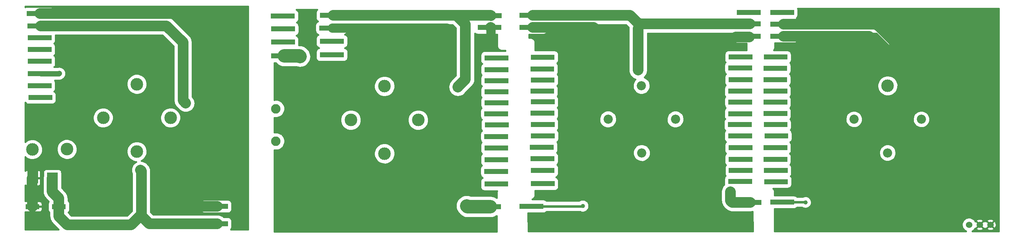
<source format=gbr>
G04 #@! TF.FileFunction,Copper,L1,Top,Signal*
%FSLAX46Y46*%
G04 Gerber Fmt 4.6, Leading zero omitted, Abs format (unit mm)*
G04 Created by KiCad (PCBNEW 4.0.6) date 05/08/17 10:58:46*
%MOMM*%
%LPD*%
G01*
G04 APERTURE LIST*
%ADD10C,0.100000*%
%ADD11C,1.100000*%
%ADD12R,0.635000X1.270000*%
%ADD13R,3.300000X1.300000*%
%ADD14R,2.540000X2.540000*%
%ADD15C,1.524000*%
%ADD16C,2.184400*%
%ADD17C,3.000000*%
%ADD18C,2.250000*%
%ADD19C,1.006400*%
%ADD20C,0.609600*%
%ADD21C,2.540000*%
%ADD22C,1.270000*%
%ADD23C,2.184400*%
%ADD24C,3.200000*%
%ADD25C,0.406400*%
G04 APERTURE END LIST*
D10*
D11*
X211412500Y-90281700D03*
D12*
X211793500Y-90281700D03*
X212428500Y-90281700D03*
X211158500Y-90281700D03*
X210523500Y-90281700D03*
X209888500Y-90281700D03*
X213025400Y-90281700D03*
X213622300Y-90281700D03*
X209266200Y-90281700D03*
X208643900Y-90281700D03*
D11*
X213014500Y-82458500D03*
D12*
X213395500Y-82458500D03*
X214030500Y-82458500D03*
X212760500Y-82458500D03*
X212125500Y-82458500D03*
X211490500Y-82458500D03*
X214627400Y-82458500D03*
X215224300Y-82458500D03*
X210868200Y-82458500D03*
X210245900Y-82458500D03*
D11*
X203057700Y-90281700D03*
D12*
X203438700Y-90281700D03*
X204073700Y-90281700D03*
X202803700Y-90281700D03*
X202168700Y-90281700D03*
X201533700Y-90281700D03*
X204670600Y-90281700D03*
X205267500Y-90281700D03*
X200911400Y-90281700D03*
X200289100Y-90281700D03*
D11*
X205013500Y-82407700D03*
D12*
X205394500Y-82407700D03*
X206029500Y-82407700D03*
X204759500Y-82407700D03*
X204124500Y-82407700D03*
X203489500Y-82407700D03*
X206626400Y-82407700D03*
X207223300Y-82407700D03*
X202867200Y-82407700D03*
X202244900Y-82407700D03*
D11*
X156042300Y-90332500D03*
D12*
X156423300Y-90332500D03*
X157058300Y-90332500D03*
X155788300Y-90332500D03*
X155153300Y-90332500D03*
X154518300Y-90332500D03*
X157655200Y-90332500D03*
X158252100Y-90332500D03*
X153896000Y-90332500D03*
X153273700Y-90332500D03*
D11*
X153375300Y-80324900D03*
D12*
X153756300Y-80324900D03*
X154391300Y-80324900D03*
X153121300Y-80324900D03*
X152486300Y-80324900D03*
X151851300Y-80324900D03*
X154988200Y-80324900D03*
X155585100Y-80324900D03*
X151229000Y-80324900D03*
X150606700Y-80324900D03*
D11*
X145062300Y-90490100D03*
D12*
X145443300Y-90490100D03*
X146078300Y-90490100D03*
X144808300Y-90490100D03*
X144173300Y-90490100D03*
X143538300Y-90490100D03*
X146675200Y-90490100D03*
X147272100Y-90490100D03*
X142916000Y-90490100D03*
X142293700Y-90490100D03*
D11*
X143452700Y-80411500D03*
D12*
X143833700Y-80411500D03*
X144468700Y-80411500D03*
X143198700Y-80411500D03*
X142563700Y-80411500D03*
X141928700Y-80411500D03*
X145065600Y-80411500D03*
X145662500Y-80411500D03*
X141306400Y-80411500D03*
X140684100Y-80411500D03*
D11*
X211386100Y-103718300D03*
D12*
X211767100Y-103718300D03*
X212402100Y-103718300D03*
X211132100Y-103718300D03*
X210497100Y-103718300D03*
X209862100Y-103718300D03*
X212999000Y-103718300D03*
X213595900Y-103718300D03*
X209239800Y-103718300D03*
X208617500Y-103718300D03*
D11*
X202981500Y-103769100D03*
D12*
X203362500Y-103769100D03*
X203997500Y-103769100D03*
X202727500Y-103769100D03*
X202092500Y-103769100D03*
X201457500Y-103769100D03*
X204594400Y-103769100D03*
X205191300Y-103769100D03*
X200835200Y-103769100D03*
X200212900Y-103769100D03*
D11*
X211411500Y-106385300D03*
D12*
X211792500Y-106385300D03*
X212427500Y-106385300D03*
X211157500Y-106385300D03*
X210522500Y-106385300D03*
X209887500Y-106385300D03*
X213024400Y-106385300D03*
X213621300Y-106385300D03*
X209265200Y-106385300D03*
X208642900Y-106385300D03*
D11*
X202879900Y-106385300D03*
D12*
X203260900Y-106385300D03*
X203895900Y-106385300D03*
X202625900Y-106385300D03*
X201990900Y-106385300D03*
X201355900Y-106385300D03*
X204492800Y-106385300D03*
X205089700Y-106385300D03*
X200733600Y-106385300D03*
X200111300Y-106385300D03*
D11*
X156067700Y-106309100D03*
D12*
X156448700Y-106309100D03*
X157083700Y-106309100D03*
X155813700Y-106309100D03*
X155178700Y-106309100D03*
X154543700Y-106309100D03*
X157680600Y-106309100D03*
X158277500Y-106309100D03*
X153921400Y-106309100D03*
X153299100Y-106309100D03*
D11*
X145138500Y-106466700D03*
D12*
X145519500Y-106466700D03*
X146154500Y-106466700D03*
X144884500Y-106466700D03*
X144249500Y-106466700D03*
X143614500Y-106466700D03*
X146751400Y-106466700D03*
X147348300Y-106466700D03*
X142992200Y-106466700D03*
X142369900Y-106466700D03*
D11*
X211587500Y-109077700D03*
D12*
X211968500Y-109077700D03*
X212603500Y-109077700D03*
X211333500Y-109077700D03*
X210698500Y-109077700D03*
X210063500Y-109077700D03*
X213200400Y-109077700D03*
X213797300Y-109077700D03*
X209441200Y-109077700D03*
X208818900Y-109077700D03*
D11*
X202981500Y-109026900D03*
D12*
X203362500Y-109026900D03*
X203997500Y-109026900D03*
X202727500Y-109026900D03*
X202092500Y-109026900D03*
X201457500Y-109026900D03*
X204594400Y-109026900D03*
X205191300Y-109026900D03*
X200835200Y-109026900D03*
X200212900Y-109026900D03*
D11*
X156093100Y-109077700D03*
D12*
X156474100Y-109077700D03*
X157109100Y-109077700D03*
X155839100Y-109077700D03*
X155204100Y-109077700D03*
X154569100Y-109077700D03*
X157706000Y-109077700D03*
X158302900Y-109077700D03*
X153946800Y-109077700D03*
X153324500Y-109077700D03*
D11*
X145011500Y-109235300D03*
D12*
X145392500Y-109235300D03*
X146027500Y-109235300D03*
X144757500Y-109235300D03*
X144122500Y-109235300D03*
X143487500Y-109235300D03*
X146624400Y-109235300D03*
X147221300Y-109235300D03*
X142865200Y-109235300D03*
X142242900Y-109235300D03*
D11*
X145062300Y-95900300D03*
D12*
X145443300Y-95900300D03*
X146078300Y-95900300D03*
X144808300Y-95900300D03*
X144173300Y-95900300D03*
X143538300Y-95900300D03*
X146675200Y-95900300D03*
X147272100Y-95900300D03*
X142916000Y-95900300D03*
X142293700Y-95900300D03*
D11*
X145036900Y-120512900D03*
D12*
X145417900Y-120512900D03*
X146052900Y-120512900D03*
X144782900Y-120512900D03*
X144147900Y-120512900D03*
X143512900Y-120512900D03*
X146649800Y-120512900D03*
X147246700Y-120512900D03*
X142890600Y-120512900D03*
X142268300Y-120512900D03*
D11*
X145011500Y-103799700D03*
D12*
X145392500Y-103799700D03*
X146027500Y-103799700D03*
X144757500Y-103799700D03*
X144122500Y-103799700D03*
X143487500Y-103799700D03*
X146624400Y-103799700D03*
X147221300Y-103799700D03*
X142865200Y-103799700D03*
X142242900Y-103799700D03*
D11*
X145036900Y-111902300D03*
D12*
X145417900Y-111902300D03*
X146052900Y-111902300D03*
X144782900Y-111902300D03*
X144147900Y-111902300D03*
X143512900Y-111902300D03*
X146649800Y-111902300D03*
X147246700Y-111902300D03*
X142890600Y-111902300D03*
X142268300Y-111902300D03*
D11*
X211338100Y-92948700D03*
D12*
X211719100Y-92948700D03*
X212354100Y-92948700D03*
X211084100Y-92948700D03*
X210449100Y-92948700D03*
X209814100Y-92948700D03*
X212951000Y-92948700D03*
X213547900Y-92948700D03*
X209191800Y-92948700D03*
X208569500Y-92948700D03*
D11*
X203006900Y-92897900D03*
D12*
X203387900Y-92897900D03*
X204022900Y-92897900D03*
X202752900Y-92897900D03*
X202117900Y-92897900D03*
X201482900Y-92897900D03*
X204619800Y-92897900D03*
X205216700Y-92897900D03*
X200860600Y-92897900D03*
X200238300Y-92897900D03*
D11*
X211361700Y-114614900D03*
D12*
X211742700Y-114614900D03*
X212377700Y-114614900D03*
X211107700Y-114614900D03*
X210472700Y-114614900D03*
X209837700Y-114614900D03*
X212974600Y-114614900D03*
X213571500Y-114614900D03*
X209215400Y-114614900D03*
X208593100Y-114614900D03*
D11*
X203057700Y-114614900D03*
D12*
X203438700Y-114614900D03*
X204073700Y-114614900D03*
X202803700Y-114614900D03*
X202168700Y-114614900D03*
X201533700Y-114614900D03*
X204670600Y-114614900D03*
X205267500Y-114614900D03*
X200911400Y-114614900D03*
X200289100Y-114614900D03*
D11*
X156016900Y-114513300D03*
D12*
X156397900Y-114513300D03*
X157032900Y-114513300D03*
X155762900Y-114513300D03*
X155127900Y-114513300D03*
X154492900Y-114513300D03*
X157629800Y-114513300D03*
X158226700Y-114513300D03*
X153870600Y-114513300D03*
X153248300Y-114513300D03*
D11*
X145036900Y-114696300D03*
D12*
X145417900Y-114696300D03*
X146052900Y-114696300D03*
X144782900Y-114696300D03*
X144147900Y-114696300D03*
X143512900Y-114696300D03*
X146649800Y-114696300D03*
X147246700Y-114696300D03*
X142890600Y-114696300D03*
X142268300Y-114696300D03*
D11*
X211388900Y-98384300D03*
D12*
X211769900Y-98384300D03*
X212404900Y-98384300D03*
X211134900Y-98384300D03*
X210499900Y-98384300D03*
X209864900Y-98384300D03*
X213001800Y-98384300D03*
X213598700Y-98384300D03*
X209242600Y-98384300D03*
X208620300Y-98384300D03*
D11*
X202981500Y-98409700D03*
D12*
X203362500Y-98409700D03*
X203997500Y-98409700D03*
X202727500Y-98409700D03*
X202092500Y-98409700D03*
X201457500Y-98409700D03*
X204594400Y-98409700D03*
X205191300Y-98409700D03*
X200835200Y-98409700D03*
X200212900Y-98409700D03*
D11*
X155966100Y-98409700D03*
D12*
X156347100Y-98409700D03*
X156982100Y-98409700D03*
X155712100Y-98409700D03*
X155077100Y-98409700D03*
X154442100Y-98409700D03*
X157579000Y-98409700D03*
X158175900Y-98409700D03*
X153819800Y-98409700D03*
X153197500Y-98409700D03*
D11*
X145062300Y-98592700D03*
D12*
X145443300Y-98592700D03*
X146078300Y-98592700D03*
X144808300Y-98592700D03*
X144173300Y-98592700D03*
X143538300Y-98592700D03*
X146675200Y-98592700D03*
X147272100Y-98592700D03*
X142916000Y-98592700D03*
X142293700Y-98592700D03*
D11*
X213014500Y-85354100D03*
D12*
X213395500Y-85354100D03*
X214030500Y-85354100D03*
X212760500Y-85354100D03*
X212125500Y-85354100D03*
X211490500Y-85354100D03*
X214627400Y-85354100D03*
X215224300Y-85354100D03*
X210868200Y-85354100D03*
X210245900Y-85354100D03*
D11*
X212963700Y-124825700D03*
D12*
X213344700Y-124825700D03*
X213979700Y-124825700D03*
X212709700Y-124825700D03*
X212074700Y-124825700D03*
X211439700Y-124825700D03*
X214576600Y-124825700D03*
X215173500Y-124825700D03*
X210817400Y-124825700D03*
X210195100Y-124825700D03*
D11*
X205038900Y-85354100D03*
D12*
X205419900Y-85354100D03*
X206054900Y-85354100D03*
X204784900Y-85354100D03*
X204149900Y-85354100D03*
X203514900Y-85354100D03*
X206651800Y-85354100D03*
X207248700Y-85354100D03*
X202892600Y-85354100D03*
X202270300Y-85354100D03*
D11*
X205165900Y-124876500D03*
D12*
X205546900Y-124876500D03*
X206181900Y-124876500D03*
X204911900Y-124876500D03*
X204276900Y-124876500D03*
X203641900Y-124876500D03*
X206778800Y-124876500D03*
X207375700Y-124876500D03*
X203019600Y-124876500D03*
X202397300Y-124876500D03*
D11*
X143351700Y-125931900D03*
D12*
X143732700Y-125931900D03*
X144367700Y-125931900D03*
X143097700Y-125931900D03*
X142462700Y-125931900D03*
X141827700Y-125931900D03*
X144964600Y-125931900D03*
X145561500Y-125931900D03*
X141205400Y-125931900D03*
X140583100Y-125931900D03*
D11*
X153375300Y-83245900D03*
D12*
X153756300Y-83245900D03*
X154391300Y-83245900D03*
X153121300Y-83245900D03*
X152486300Y-83245900D03*
X151851300Y-83245900D03*
X154988200Y-83245900D03*
X155585100Y-83245900D03*
X151229000Y-83245900D03*
X150606700Y-83245900D03*
D11*
X153400700Y-125790900D03*
D12*
X153781700Y-125790900D03*
X154416700Y-125790900D03*
X153146700Y-125790900D03*
X152511700Y-125790900D03*
X151876700Y-125790900D03*
X155013600Y-125790900D03*
X155610500Y-125790900D03*
X151254400Y-125790900D03*
X150632100Y-125790900D03*
D11*
X155966100Y-93126500D03*
D12*
X156347100Y-93126500D03*
X156982100Y-93126500D03*
X155712100Y-93126500D03*
X155077100Y-93126500D03*
X154442100Y-93126500D03*
X157579000Y-93126500D03*
X158175900Y-93126500D03*
X153819800Y-93126500D03*
X153197500Y-93126500D03*
D11*
X156042300Y-95742700D03*
D12*
X156423300Y-95742700D03*
X157058300Y-95742700D03*
X155788300Y-95742700D03*
X155153300Y-95742700D03*
X154518300Y-95742700D03*
X157655200Y-95742700D03*
X158252100Y-95742700D03*
X153896000Y-95742700D03*
X153273700Y-95742700D03*
D11*
X156016900Y-103642100D03*
D12*
X156397900Y-103642100D03*
X157032900Y-103642100D03*
X155762900Y-103642100D03*
X155127900Y-103642100D03*
X154492900Y-103642100D03*
X157629800Y-103642100D03*
X158226700Y-103642100D03*
X153870600Y-103642100D03*
X153248300Y-103642100D03*
D11*
X155864500Y-111770100D03*
D12*
X156245500Y-111770100D03*
X156880500Y-111770100D03*
X155610500Y-111770100D03*
X154975500Y-111770100D03*
X154340500Y-111770100D03*
X157477400Y-111770100D03*
X158074300Y-111770100D03*
X153718200Y-111770100D03*
X153095900Y-111770100D03*
D11*
X156067700Y-120431500D03*
D12*
X156448700Y-120431500D03*
X157083700Y-120431500D03*
X155813700Y-120431500D03*
X155178700Y-120431500D03*
X154543700Y-120431500D03*
X157680600Y-120431500D03*
X158277500Y-120431500D03*
X153921400Y-120431500D03*
X153299100Y-120431500D03*
D11*
X145087700Y-93309500D03*
D12*
X145468700Y-93309500D03*
X146103700Y-93309500D03*
X144833700Y-93309500D03*
X144198700Y-93309500D03*
X143563700Y-93309500D03*
X146700600Y-93309500D03*
X147297500Y-93309500D03*
X142941400Y-93309500D03*
X142319100Y-93309500D03*
D11*
X212963700Y-79664500D03*
D12*
X213344700Y-79664500D03*
X213979700Y-79664500D03*
X212709700Y-79664500D03*
X212074700Y-79664500D03*
X211439700Y-79664500D03*
X214576600Y-79664500D03*
X215173500Y-79664500D03*
X210817400Y-79664500D03*
X210195100Y-79664500D03*
D11*
X211510300Y-119948900D03*
D12*
X211891300Y-119948900D03*
X212526300Y-119948900D03*
X211256300Y-119948900D03*
X210621300Y-119948900D03*
X209986300Y-119948900D03*
X213123200Y-119948900D03*
X213720100Y-119948900D03*
X209364000Y-119948900D03*
X208741700Y-119948900D03*
D11*
X211397900Y-111846300D03*
D12*
X211778900Y-111846300D03*
X212413900Y-111846300D03*
X211143900Y-111846300D03*
X210508900Y-111846300D03*
X209873900Y-111846300D03*
X213010800Y-111846300D03*
X213607700Y-111846300D03*
X209251600Y-111846300D03*
X208629300Y-111846300D03*
D11*
X205038900Y-79639100D03*
D12*
X205419900Y-79639100D03*
X206054900Y-79639100D03*
X204784900Y-79639100D03*
X204149900Y-79639100D03*
X203514900Y-79639100D03*
X206651800Y-79639100D03*
X207248700Y-79639100D03*
X202892600Y-79639100D03*
X202270300Y-79639100D03*
D11*
X202981500Y-119898100D03*
D12*
X203362500Y-119898100D03*
X203997500Y-119898100D03*
X202727500Y-119898100D03*
X202092500Y-119898100D03*
X201457500Y-119898100D03*
X204594400Y-119898100D03*
X205191300Y-119898100D03*
X200835200Y-119898100D03*
X200212900Y-119898100D03*
D11*
X203057700Y-111846300D03*
D12*
X203438700Y-111846300D03*
X204073700Y-111846300D03*
X202803700Y-111846300D03*
X202168700Y-111846300D03*
X201533700Y-111846300D03*
X204670600Y-111846300D03*
X205267500Y-111846300D03*
X200911400Y-111846300D03*
X200289100Y-111846300D03*
D11*
X143426900Y-83259900D03*
D12*
X143807900Y-83259900D03*
X144442900Y-83259900D03*
X143172900Y-83259900D03*
X142537900Y-83259900D03*
X141902900Y-83259900D03*
X145039800Y-83259900D03*
X145636700Y-83259900D03*
X141280600Y-83259900D03*
X140658300Y-83259900D03*
D11*
X211338100Y-95641100D03*
D12*
X211719100Y-95641100D03*
X212354100Y-95641100D03*
X211084100Y-95641100D03*
X210449100Y-95641100D03*
X209814100Y-95641100D03*
X212951000Y-95641100D03*
X213547900Y-95641100D03*
X209191800Y-95641100D03*
X208569500Y-95641100D03*
D11*
X203057700Y-95666500D03*
D12*
X203438700Y-95666500D03*
X204073700Y-95666500D03*
X202803700Y-95666500D03*
X202168700Y-95666500D03*
X201533700Y-95666500D03*
X204670600Y-95666500D03*
X205267500Y-95666500D03*
X200911400Y-95666500D03*
X200289100Y-95666500D03*
D11*
X211484900Y-117307300D03*
D12*
X211865900Y-117307300D03*
X212500900Y-117307300D03*
X211230900Y-117307300D03*
X210595900Y-117307300D03*
X209960900Y-117307300D03*
X213097800Y-117307300D03*
X213694700Y-117307300D03*
X209338600Y-117307300D03*
X208716300Y-117307300D03*
D11*
X203108500Y-117281900D03*
D12*
X203489500Y-117281900D03*
X204124500Y-117281900D03*
X202854500Y-117281900D03*
X202219500Y-117281900D03*
X201584500Y-117281900D03*
X204721400Y-117281900D03*
X205318300Y-117281900D03*
X200962200Y-117281900D03*
X200339900Y-117281900D03*
D11*
X156042300Y-117307300D03*
D12*
X156423300Y-117307300D03*
X157058300Y-117307300D03*
X155788300Y-117307300D03*
X155153300Y-117307300D03*
X154518300Y-117307300D03*
X157655200Y-117307300D03*
X158252100Y-117307300D03*
X153896000Y-117307300D03*
X153273700Y-117307300D03*
D11*
X145011500Y-117490300D03*
D12*
X145392500Y-117490300D03*
X146027500Y-117490300D03*
X144757500Y-117490300D03*
X144122500Y-117490300D03*
X143487500Y-117490300D03*
X146624400Y-117490300D03*
X147221300Y-117490300D03*
X142865200Y-117490300D03*
X142242900Y-117490300D03*
D11*
X211374300Y-101051300D03*
D12*
X211755300Y-101051300D03*
X212390300Y-101051300D03*
X211120300Y-101051300D03*
X210485300Y-101051300D03*
X209850300Y-101051300D03*
X212987200Y-101051300D03*
X213584100Y-101051300D03*
X209228000Y-101051300D03*
X208605700Y-101051300D03*
D11*
X203006900Y-100975100D03*
D12*
X203387900Y-100975100D03*
X204022900Y-100975100D03*
X202752900Y-100975100D03*
X202117900Y-100975100D03*
X201482900Y-100975100D03*
X204619800Y-100975100D03*
X205216700Y-100975100D03*
X200860600Y-100975100D03*
X200238300Y-100975100D03*
D11*
X156067700Y-100949700D03*
D12*
X156448700Y-100949700D03*
X157083700Y-100949700D03*
X155813700Y-100949700D03*
X155178700Y-100949700D03*
X154543700Y-100949700D03*
X157680600Y-100949700D03*
X158277500Y-100949700D03*
X153921400Y-100949700D03*
X153299100Y-100949700D03*
D11*
X145087700Y-101158100D03*
D12*
X145468700Y-101158100D03*
X146103700Y-101158100D03*
X144833700Y-101158100D03*
X144198700Y-101158100D03*
X143563700Y-101158100D03*
X146700600Y-101158100D03*
X147297500Y-101158100D03*
X142941400Y-101158100D03*
X142319100Y-101158100D03*
D11*
X78462700Y-125832900D03*
D12*
X78843700Y-125832900D03*
X79478700Y-125832900D03*
X78208700Y-125832900D03*
X77573700Y-125832900D03*
X76938700Y-125832900D03*
X80075600Y-125832900D03*
X80672500Y-125832900D03*
X76316400Y-125832900D03*
X75694100Y-125832900D03*
D11*
X78444500Y-129966900D03*
D12*
X78825500Y-129966900D03*
X79460500Y-129966900D03*
X78190500Y-129966900D03*
X77555500Y-129966900D03*
X76920500Y-129966900D03*
X80057400Y-129966900D03*
X80654300Y-129966900D03*
X76298200Y-129966900D03*
X75675900Y-129966900D03*
D11*
X105812100Y-83378900D03*
D12*
X106193100Y-83378900D03*
X106828100Y-83378900D03*
X105558100Y-83378900D03*
X104923100Y-83378900D03*
X104288100Y-83378900D03*
X107425000Y-83378900D03*
X108021900Y-83378900D03*
X103665800Y-83378900D03*
X103043500Y-83378900D03*
D11*
X105967100Y-80342900D03*
D12*
X106348100Y-80342900D03*
X106983100Y-80342900D03*
X105713100Y-80342900D03*
X105078100Y-80342900D03*
X104443100Y-80342900D03*
X107580000Y-80342900D03*
X108176900Y-80342900D03*
X103820800Y-80342900D03*
X103198500Y-80342900D03*
D11*
X94338100Y-86737900D03*
D12*
X94719100Y-86737900D03*
X95354100Y-86737900D03*
X94084100Y-86737900D03*
X93449100Y-86737900D03*
X92814100Y-86737900D03*
X95951000Y-86737900D03*
X96547900Y-86737900D03*
X92191800Y-86737900D03*
X91569500Y-86737900D03*
D11*
X94371100Y-90044900D03*
D12*
X94752100Y-90044900D03*
X95387100Y-90044900D03*
X94117100Y-90044900D03*
X93482100Y-90044900D03*
X92847100Y-90044900D03*
X95984000Y-90044900D03*
X96580900Y-90044900D03*
X92224800Y-90044900D03*
X91602500Y-90044900D03*
D11*
X105967100Y-86521900D03*
D12*
X106348100Y-86521900D03*
X106983100Y-86521900D03*
X105713100Y-86521900D03*
X105078100Y-86521900D03*
X104443100Y-86521900D03*
X107580000Y-86521900D03*
X108176900Y-86521900D03*
X103820800Y-86521900D03*
X103198500Y-86521900D03*
D11*
X94313100Y-80550900D03*
D12*
X94694100Y-80550900D03*
X95329100Y-80550900D03*
X94059100Y-80550900D03*
X93424100Y-80550900D03*
X92789100Y-80550900D03*
X95926000Y-80550900D03*
X96522900Y-80550900D03*
X92166800Y-80550900D03*
X91544500Y-80550900D03*
D11*
X94363100Y-83584900D03*
D12*
X94744100Y-83584900D03*
X95379100Y-83584900D03*
X94109100Y-83584900D03*
X93474100Y-83584900D03*
X92839100Y-83584900D03*
X95976000Y-83584900D03*
X96572900Y-83584900D03*
X92216800Y-83584900D03*
X91594500Y-83584900D03*
D11*
X105966100Y-89744900D03*
D12*
X106347100Y-89744900D03*
X106982100Y-89744900D03*
X105712100Y-89744900D03*
X105077100Y-89744900D03*
X104442100Y-89744900D03*
X107579000Y-89744900D03*
X108175900Y-89744900D03*
X103819800Y-89744900D03*
X103197500Y-89744900D03*
D11*
X36267100Y-79918900D03*
D12*
X36648100Y-79918900D03*
X37283100Y-79918900D03*
X36013100Y-79918900D03*
X35378100Y-79918900D03*
X34743100Y-79918900D03*
X37880000Y-79918900D03*
X38476900Y-79918900D03*
X34120800Y-79918900D03*
X33498500Y-79918900D03*
D11*
X36453100Y-82863900D03*
D12*
X36834100Y-82863900D03*
X37469100Y-82863900D03*
X36199100Y-82863900D03*
X35564100Y-82863900D03*
X34929100Y-82863900D03*
X38066000Y-82863900D03*
X38662900Y-82863900D03*
X34306800Y-82863900D03*
X33684500Y-82863900D03*
D11*
X36565100Y-91288900D03*
D12*
X36946100Y-91288900D03*
X37581100Y-91288900D03*
X36311100Y-91288900D03*
X35676100Y-91288900D03*
X35041100Y-91288900D03*
X38178000Y-91288900D03*
X38774900Y-91288900D03*
X34418800Y-91288900D03*
X33796500Y-91288900D03*
D11*
X36554100Y-94266900D03*
D12*
X36935100Y-94266900D03*
X37570100Y-94266900D03*
X36300100Y-94266900D03*
X35665100Y-94266900D03*
X35030100Y-94266900D03*
X38167000Y-94266900D03*
X38763900Y-94266900D03*
X34407800Y-94266900D03*
X33785500Y-94266900D03*
D11*
X36532100Y-85706900D03*
D12*
X36913100Y-85706900D03*
X37548100Y-85706900D03*
X36278100Y-85706900D03*
X35643100Y-85706900D03*
X35008100Y-85706900D03*
X38145000Y-85706900D03*
X38741900Y-85706900D03*
X34385800Y-85706900D03*
X33763500Y-85706900D03*
D11*
X36704100Y-99946900D03*
D12*
X37085100Y-99946900D03*
X37720100Y-99946900D03*
X36450100Y-99946900D03*
X35815100Y-99946900D03*
X35180100Y-99946900D03*
X38317000Y-99946900D03*
X38913900Y-99946900D03*
X34557800Y-99946900D03*
X33935500Y-99946900D03*
D11*
X36555100Y-97130900D03*
D12*
X36936100Y-97130900D03*
X37571100Y-97130900D03*
X36301100Y-97130900D03*
X35666100Y-97130900D03*
X35031100Y-97130900D03*
X38168000Y-97130900D03*
X38764900Y-97130900D03*
X34408800Y-97130900D03*
X33786500Y-97130900D03*
D11*
X36569100Y-88491900D03*
D12*
X36950100Y-88491900D03*
X37585100Y-88491900D03*
X36315100Y-88491900D03*
X35680100Y-88491900D03*
X35045100Y-88491900D03*
X38182000Y-88491900D03*
X38778900Y-88491900D03*
X34422800Y-88491900D03*
X33800500Y-88491900D03*
D13*
X40803100Y-125882900D03*
X34553100Y-125882900D03*
D14*
X34582600Y-119081900D03*
X39281600Y-119081900D03*
D15*
X262165100Y-130188900D03*
X259625100Y-130188900D03*
X257085100Y-130188900D03*
D16*
X245755100Y-105089900D03*
X229753100Y-105089900D03*
X237728700Y-113090900D03*
X171307700Y-105089900D03*
X179257700Y-97113500D03*
X187309700Y-105089900D03*
X179308700Y-113090900D03*
D17*
X110188100Y-105272900D03*
X118189100Y-97246500D03*
X126190100Y-105272900D03*
X118189100Y-113273900D03*
X51333700Y-104744900D03*
X59334700Y-96743900D03*
X67335700Y-104744900D03*
X59334700Y-112771300D03*
X237761100Y-97108900D03*
D18*
X92380100Y-102598900D03*
X92380100Y-110332900D03*
D17*
X34515100Y-112298900D03*
X42719100Y-112232900D03*
D19*
X218230100Y-124855900D03*
X240254100Y-93581900D03*
X178435100Y-93406900D03*
X135635100Y-97457900D03*
X70962100Y-101268900D03*
X60193100Y-117182900D03*
X236378100Y-90185900D03*
X201688100Y-85543900D03*
X171363300Y-89333900D03*
X200429100Y-122324900D03*
X165296100Y-125708900D03*
X143477100Y-86995900D03*
X133095100Y-83372900D03*
X98090100Y-90185900D03*
X137696100Y-125708900D03*
X74554100Y-95963900D03*
X64568100Y-121066900D03*
X49653000Y-119144000D03*
X40890100Y-94183900D03*
D20*
X212963700Y-124825700D02*
X218199900Y-124825700D01*
X218199900Y-124825700D02*
X218230100Y-124855900D01*
D21*
X213014500Y-82458500D02*
X236030700Y-82458500D01*
X236030700Y-82458500D02*
X240348100Y-86775900D01*
X240348100Y-86775900D02*
X240348100Y-93487900D01*
X240348100Y-93487900D02*
X240254100Y-93581900D01*
X153375300Y-80324900D02*
X176531100Y-80324900D01*
X176531100Y-80324900D02*
X178624100Y-82417900D01*
D22*
X178624100Y-82417900D02*
X179475100Y-82417900D01*
D21*
X179475100Y-82417900D02*
X205003300Y-82417900D01*
D22*
X205003300Y-82417900D02*
X205013500Y-82407700D01*
D21*
X178435100Y-93406900D02*
X178435100Y-83457900D01*
D22*
X178435100Y-83457900D02*
X179475100Y-82417900D01*
D21*
X105967100Y-80342900D02*
X135271100Y-80342900D01*
X135271100Y-80342900D02*
X143384100Y-80342900D01*
X143384100Y-80342900D02*
X143452700Y-80411500D01*
X135635100Y-97457900D02*
X135635100Y-97363900D01*
X135635100Y-97363900D02*
X137412100Y-95586900D01*
X137412100Y-95586900D02*
X137412100Y-82483900D01*
X137412100Y-82483900D02*
X135271100Y-80342900D01*
X40803100Y-125882900D02*
X40803100Y-123907900D01*
X40803100Y-123907900D02*
X39194100Y-122298900D01*
X39194100Y-122298900D02*
X39194100Y-119169400D01*
X39194100Y-119169400D02*
X39281600Y-119081900D01*
X36453100Y-82863900D02*
X66388100Y-82863900D01*
X66388100Y-82863900D02*
X70300100Y-86775900D01*
X70300100Y-86775900D02*
X70300100Y-100606900D01*
X70300100Y-100606900D02*
X70962100Y-101268900D01*
X78444500Y-129966900D02*
X62294100Y-129966900D01*
X62294100Y-129966900D02*
X60412100Y-128084900D01*
X60412100Y-128084900D02*
X60412100Y-127810900D01*
X60412100Y-127810900D02*
X60412100Y-117401900D01*
X60412100Y-117401900D02*
X60193100Y-117182900D01*
X39281600Y-119081900D02*
X39281600Y-122424400D01*
X39281600Y-122424400D02*
X40780100Y-123922900D01*
X40780100Y-123922900D02*
X40780100Y-128196900D01*
X40780100Y-128196900D02*
X42804100Y-130220900D01*
X42804100Y-130220900D02*
X58002100Y-130220900D01*
X58002100Y-130220900D02*
X60412100Y-127810900D01*
X213014500Y-85354100D02*
X233346300Y-85354100D01*
X233346300Y-85354100D02*
X236378100Y-88385900D01*
X236378100Y-88385900D02*
X236378100Y-90185900D01*
X201688100Y-85543900D02*
X204849100Y-85543900D01*
D22*
X204849100Y-85543900D02*
X205038900Y-85354100D01*
D21*
X153375300Y-83245900D02*
X167911100Y-83245900D01*
X167911100Y-83245900D02*
X171251100Y-86585900D01*
X171251100Y-86585900D02*
X171251100Y-89221700D01*
X171251100Y-89221700D02*
X171363300Y-89333900D01*
X205165900Y-124876500D02*
X200836700Y-124876500D01*
X200836700Y-124876500D02*
X200429100Y-124468900D01*
X200429100Y-124468900D02*
X200429100Y-122324900D01*
D20*
X153400700Y-125790900D02*
X165214100Y-125790900D01*
X165214100Y-125790900D02*
X165296100Y-125708900D01*
D23*
X143477100Y-86995900D02*
X143477100Y-83310100D01*
D21*
X143477100Y-83310100D02*
X143426900Y-83259900D01*
D23*
X105812100Y-83378900D02*
X133089100Y-83378900D01*
X133089100Y-83378900D02*
X133095100Y-83372900D01*
D24*
X94371100Y-90044900D02*
X97949100Y-90044900D01*
X97949100Y-90044900D02*
X98090100Y-90185900D01*
X143351700Y-125931900D02*
X137919100Y-125931900D01*
X137919100Y-125931900D02*
X137696100Y-125708900D01*
D21*
X34553100Y-125882900D02*
X34474100Y-119149400D01*
X34474100Y-119149400D02*
X34582600Y-119081900D01*
X36267100Y-79918900D02*
X69024100Y-79918900D01*
X69024100Y-79918900D02*
X74081100Y-84975900D01*
X74081100Y-84975900D02*
X74081100Y-95490900D01*
X74081100Y-95490900D02*
X74554100Y-95963900D01*
X78462700Y-125832900D02*
X65712100Y-125832900D01*
X65712100Y-125832900D02*
X64678100Y-124798900D01*
X64678100Y-124798900D02*
X64678100Y-121176900D01*
X64678100Y-121176900D02*
X64568100Y-121066900D01*
X34582600Y-119081900D02*
X34582600Y-116547400D01*
X34582600Y-116547400D02*
X35203100Y-115926900D01*
X35203100Y-115926900D02*
X46435900Y-115926900D01*
X46435900Y-115926900D02*
X49653000Y-119144000D01*
D22*
X36554100Y-94266900D02*
X40807100Y-94266900D01*
X40807100Y-94266900D02*
X40890100Y-94183900D01*
D25*
G36*
X264155900Y-131742700D02*
X262935594Y-131742700D01*
X262947624Y-131738034D01*
X263233616Y-131556538D01*
X263478908Y-131322949D01*
X263674158Y-131046164D01*
X263811928Y-130736727D01*
X263886972Y-130406423D01*
X263892374Y-130019539D01*
X263826583Y-129687269D01*
X263697506Y-129374105D01*
X263510060Y-129091977D01*
X263271386Y-128851630D01*
X262990573Y-128662220D01*
X262678318Y-128530960D01*
X262346515Y-128462851D01*
X262007802Y-128460486D01*
X261675080Y-128523956D01*
X261361023Y-128650843D01*
X261077593Y-128836315D01*
X260835586Y-129073305D01*
X260653764Y-129338850D01*
X260536088Y-129313267D01*
X259660455Y-130188900D01*
X260536088Y-131064533D01*
X260657503Y-131038138D01*
X260804955Y-131266937D01*
X261040251Y-131510593D01*
X261318392Y-131703906D01*
X261407188Y-131742700D01*
X257855594Y-131742700D01*
X257867624Y-131738034D01*
X258153616Y-131556538D01*
X258398908Y-131322949D01*
X258556259Y-131099888D01*
X258749467Y-131099888D01*
X258805815Y-131359081D01*
X259049849Y-131496431D01*
X259315989Y-131583533D01*
X259594008Y-131617040D01*
X259873222Y-131595664D01*
X260142900Y-131520228D01*
X260392680Y-131393629D01*
X260444385Y-131359081D01*
X260500733Y-131099888D01*
X259625100Y-130224255D01*
X258749467Y-131099888D01*
X258556259Y-131099888D01*
X258594158Y-131046164D01*
X258597287Y-131039136D01*
X258714112Y-131064533D01*
X259589745Y-130188900D01*
X258714112Y-129313267D01*
X258594379Y-129339297D01*
X258553595Y-129277912D01*
X258749467Y-129277912D01*
X259625100Y-130153545D01*
X260500733Y-129277912D01*
X260444385Y-129018719D01*
X260200351Y-128881369D01*
X259934211Y-128794267D01*
X259656192Y-128760760D01*
X259376978Y-128782136D01*
X259107300Y-128857572D01*
X258857520Y-128984171D01*
X258805815Y-129018719D01*
X258749467Y-129277912D01*
X258553595Y-129277912D01*
X258430060Y-129091977D01*
X258191386Y-128851630D01*
X257910573Y-128662220D01*
X257598318Y-128530960D01*
X257266515Y-128462851D01*
X256927802Y-128460486D01*
X256595080Y-128523956D01*
X256281023Y-128650843D01*
X255997593Y-128836315D01*
X255755586Y-129073305D01*
X255564220Y-129352789D01*
X255430783Y-129664120D01*
X255360359Y-129995439D01*
X255355630Y-130334128D01*
X255416776Y-130667284D01*
X255541467Y-130982220D01*
X255724955Y-131266937D01*
X255960251Y-131510593D01*
X256238392Y-131703906D01*
X256327188Y-131742700D01*
X210883500Y-131742700D01*
X210883500Y-126430570D01*
X215491000Y-126430570D01*
X215644705Y-126418313D01*
X215905404Y-126337579D01*
X216133290Y-126187413D01*
X216211456Y-126095700D01*
X217440909Y-126095700D01*
X217510261Y-126143901D01*
X217774144Y-126259189D01*
X218055394Y-126321026D01*
X218343299Y-126327056D01*
X218626893Y-126277051D01*
X218895372Y-126172915D01*
X219138512Y-126018614D01*
X219347050Y-125820025D01*
X219513044Y-125584714D01*
X219630171Y-125321642D01*
X219693970Y-125040830D01*
X219698563Y-124711916D01*
X219642630Y-124429432D01*
X219532894Y-124163192D01*
X219373534Y-123923338D01*
X219170622Y-123719004D01*
X218931886Y-123557974D01*
X218666419Y-123446382D01*
X218384332Y-123388478D01*
X218096371Y-123386468D01*
X217813504Y-123440427D01*
X217546504Y-123548302D01*
X217535199Y-123555700D01*
X216222517Y-123555700D01*
X216217713Y-123548410D01*
X216010004Y-123371381D01*
X215761199Y-123259228D01*
X215491000Y-123220830D01*
X210883500Y-123220830D01*
X210883500Y-122279300D01*
X210882259Y-122266647D01*
X210883192Y-122253961D01*
X210872364Y-122165725D01*
X210863690Y-122077257D01*
X210860014Y-122065080D01*
X210858465Y-122052461D01*
X210830707Y-121968015D01*
X210805013Y-121882911D01*
X210799044Y-121871685D01*
X210795072Y-121859601D01*
X210751440Y-121782154D01*
X210709705Y-121703662D01*
X210701665Y-121693804D01*
X210695425Y-121682728D01*
X210637585Y-121615235D01*
X210587456Y-121553770D01*
X214037600Y-121553770D01*
X214191305Y-121541513D01*
X214452004Y-121460779D01*
X214679890Y-121310613D01*
X214856919Y-121102904D01*
X214969072Y-120854099D01*
X215007470Y-120583900D01*
X215007470Y-119313900D01*
X214995213Y-119160195D01*
X214914479Y-118899496D01*
X214764313Y-118671610D01*
X214699417Y-118616300D01*
X214831519Y-118461304D01*
X214943672Y-118212499D01*
X214982070Y-117942300D01*
X214982070Y-116672300D01*
X214969813Y-116518595D01*
X214889079Y-116257896D01*
X214738913Y-116030010D01*
X214592289Y-115905043D01*
X214708319Y-115768904D01*
X214820472Y-115520099D01*
X214858870Y-115249900D01*
X214858870Y-113979900D01*
X214846613Y-113826195D01*
X214765879Y-113565496D01*
X214615713Y-113337610D01*
X214529219Y-113263892D01*
X235668596Y-113263892D01*
X235741431Y-113660740D01*
X235889961Y-114035884D01*
X236108527Y-114375033D01*
X236388806Y-114665270D01*
X236720121Y-114895540D01*
X237089852Y-115057071D01*
X237483917Y-115143712D01*
X237887305Y-115152162D01*
X238284653Y-115082099D01*
X238660824Y-114936192D01*
X239001491Y-114719998D01*
X239293678Y-114441752D01*
X239526255Y-114112053D01*
X239690364Y-113743459D01*
X239779753Y-113350008D01*
X239786188Y-112889162D01*
X239707819Y-112493369D01*
X239554066Y-112120336D01*
X239330785Y-111784271D01*
X239046482Y-111497976D01*
X238711984Y-111272354D01*
X238340034Y-111116001D01*
X237944797Y-111034870D01*
X237541330Y-111032053D01*
X237145000Y-111107657D01*
X236770903Y-111258803D01*
X236433287Y-111479732D01*
X236145014Y-111762030D01*
X235917063Y-112094944D01*
X235758117Y-112465794D01*
X235674229Y-112860454D01*
X235668596Y-113263892D01*
X214529219Y-113263892D01*
X214508931Y-113246601D01*
X214567490Y-113208013D01*
X214744519Y-113000304D01*
X214856672Y-112751499D01*
X214895070Y-112481300D01*
X214895070Y-111211300D01*
X214882813Y-111057595D01*
X214802079Y-110796896D01*
X214651913Y-110569010D01*
X214612019Y-110535008D01*
X214757090Y-110439413D01*
X214934119Y-110231704D01*
X215046272Y-109982899D01*
X215084670Y-109712700D01*
X215084670Y-108442700D01*
X215072413Y-108288995D01*
X214991679Y-108028296D01*
X214841513Y-107800410D01*
X214664305Y-107649377D01*
X214758119Y-107539304D01*
X214870272Y-107290499D01*
X214908670Y-107020300D01*
X214908670Y-105750300D01*
X214896413Y-105596595D01*
X214815679Y-105335896D01*
X214767573Y-105262892D01*
X227692996Y-105262892D01*
X227765831Y-105659740D01*
X227914361Y-106034884D01*
X228132927Y-106374033D01*
X228413206Y-106664270D01*
X228744521Y-106894540D01*
X229114252Y-107056071D01*
X229508317Y-107142712D01*
X229911705Y-107151162D01*
X230309053Y-107081099D01*
X230685224Y-106935192D01*
X231025891Y-106718998D01*
X231318078Y-106440752D01*
X231550655Y-106111053D01*
X231714764Y-105742459D01*
X231804153Y-105349008D01*
X231805355Y-105262892D01*
X243694996Y-105262892D01*
X243767831Y-105659740D01*
X243916361Y-106034884D01*
X244134927Y-106374033D01*
X244415206Y-106664270D01*
X244746521Y-106894540D01*
X245116252Y-107056071D01*
X245510317Y-107142712D01*
X245913705Y-107151162D01*
X246311053Y-107081099D01*
X246687224Y-106935192D01*
X247027891Y-106718998D01*
X247320078Y-106440752D01*
X247552655Y-106111053D01*
X247716764Y-105742459D01*
X247806153Y-105349008D01*
X247812588Y-104888162D01*
X247734219Y-104492369D01*
X247580466Y-104119336D01*
X247357185Y-103783271D01*
X247072882Y-103496976D01*
X246738384Y-103271354D01*
X246366434Y-103115001D01*
X245971197Y-103033870D01*
X245567730Y-103031053D01*
X245171400Y-103106657D01*
X244797303Y-103257803D01*
X244459687Y-103478732D01*
X244171414Y-103761030D01*
X243943463Y-104093944D01*
X243784517Y-104464794D01*
X243700629Y-104859454D01*
X243694996Y-105262892D01*
X231805355Y-105262892D01*
X231810588Y-104888162D01*
X231732219Y-104492369D01*
X231578466Y-104119336D01*
X231355185Y-103783271D01*
X231070882Y-103496976D01*
X230736384Y-103271354D01*
X230364434Y-103115001D01*
X229969197Y-103033870D01*
X229565730Y-103031053D01*
X229169400Y-103106657D01*
X228795303Y-103257803D01*
X228457687Y-103478732D01*
X228169414Y-103761030D01*
X227941463Y-104093944D01*
X227782517Y-104464794D01*
X227698629Y-104859454D01*
X227692996Y-105262892D01*
X214767573Y-105262892D01*
X214665513Y-105108010D01*
X214588078Y-105042012D01*
X214732719Y-104872304D01*
X214844872Y-104623499D01*
X214883270Y-104353300D01*
X214883270Y-103083300D01*
X214871013Y-102929595D01*
X214790279Y-102668896D01*
X214640113Y-102441010D01*
X214570555Y-102381726D01*
X214720919Y-102205304D01*
X214833072Y-101956499D01*
X214871470Y-101686300D01*
X214871470Y-100416300D01*
X214859213Y-100262595D01*
X214778479Y-100001896D01*
X214628313Y-99774010D01*
X214574047Y-99727760D01*
X214735519Y-99538304D01*
X214847672Y-99289499D01*
X214886070Y-99019300D01*
X214886070Y-97749300D01*
X214873813Y-97595595D01*
X214793079Y-97334896D01*
X214780747Y-97316181D01*
X235292660Y-97316181D01*
X235379932Y-97791689D01*
X235557902Y-98241190D01*
X235819791Y-98647563D01*
X236155624Y-98995328D01*
X236552609Y-99271240D01*
X236995625Y-99464789D01*
X237467798Y-99568603D01*
X237951143Y-99578727D01*
X238427249Y-99494777D01*
X238877981Y-99319949D01*
X239286172Y-99060904D01*
X239636274Y-98727506D01*
X239914950Y-98332457D01*
X240111587Y-97890803D01*
X240218695Y-97419366D01*
X240226406Y-96867175D01*
X240132503Y-96392931D01*
X239948274Y-95945959D01*
X239680737Y-95543283D01*
X239340081Y-95200240D01*
X238939282Y-94929898D01*
X238493607Y-94742553D01*
X238020030Y-94645342D01*
X237536591Y-94641967D01*
X237061704Y-94732556D01*
X236613456Y-94913660D01*
X236208922Y-95178380D01*
X235863510Y-95516633D01*
X235590376Y-95915534D01*
X235399925Y-96359891D01*
X235299410Y-96832777D01*
X235292660Y-97316181D01*
X214780747Y-97316181D01*
X214642913Y-97107010D01*
X214513146Y-96996411D01*
X214684719Y-96795104D01*
X214796872Y-96546299D01*
X214835270Y-96276100D01*
X214835270Y-95006100D01*
X214823013Y-94852395D01*
X214742279Y-94591696D01*
X214592113Y-94363810D01*
X214516851Y-94299665D01*
X214684719Y-94102704D01*
X214796872Y-93853899D01*
X214835270Y-93583700D01*
X214835270Y-92313700D01*
X214823013Y-92159995D01*
X214742279Y-91899296D01*
X214592113Y-91671410D01*
X214569217Y-91651896D01*
X214582090Y-91643413D01*
X214759119Y-91435704D01*
X214871272Y-91186899D01*
X214909670Y-90916700D01*
X214909670Y-89646700D01*
X214897413Y-89492995D01*
X214816679Y-89232296D01*
X214666513Y-89004410D01*
X214458804Y-88827381D01*
X214209999Y-88715228D01*
X213939800Y-88676830D01*
X210703425Y-88676830D01*
X210719078Y-88657907D01*
X210766665Y-88607099D01*
X210783635Y-88579862D01*
X210804095Y-88555128D01*
X210837210Y-88493875D01*
X210874020Y-88434796D01*
X210885376Y-88404782D01*
X210900643Y-88376544D01*
X210921230Y-88310028D01*
X210945864Y-88244922D01*
X210951175Y-88213272D01*
X210960665Y-88182609D01*
X210967939Y-88113371D01*
X210979460Y-88044710D01*
X210978522Y-88012626D01*
X210981875Y-87980708D01*
X210981874Y-87966184D01*
X210974790Y-86958970D01*
X211466352Y-86958970D01*
X211751686Y-87198394D01*
X212133961Y-87408551D01*
X212549776Y-87540456D01*
X212983292Y-87589082D01*
X213014500Y-87589300D01*
X232420450Y-87589300D01*
X234142900Y-89311750D01*
X234142900Y-90185900D01*
X234185469Y-90620053D01*
X234311555Y-91037669D01*
X234516354Y-91422841D01*
X234792067Y-91760898D01*
X235128192Y-92038965D01*
X235511925Y-92246449D01*
X235928651Y-92375447D01*
X236362495Y-92421046D01*
X236796935Y-92381508D01*
X237215421Y-92258341D01*
X237602013Y-92056236D01*
X237941987Y-91782889D01*
X238222394Y-91448714D01*
X238432551Y-91066439D01*
X238564456Y-90650624D01*
X238613082Y-90217108D01*
X238613300Y-90185900D01*
X238613300Y-88385900D01*
X238593149Y-88180386D01*
X238575157Y-87974732D01*
X238571878Y-87963446D01*
X238570731Y-87951747D01*
X238511058Y-87754102D01*
X238453452Y-87555819D01*
X238448042Y-87545382D01*
X238444645Y-87534131D01*
X238347719Y-87351839D01*
X238252697Y-87168523D01*
X238245364Y-87159338D01*
X238239846Y-87148959D01*
X238109343Y-86988946D01*
X237980539Y-86827597D01*
X237964408Y-86811240D01*
X237964133Y-86810902D01*
X237963820Y-86810643D01*
X237958625Y-86805375D01*
X234926825Y-83773575D01*
X234767251Y-83642499D01*
X234609114Y-83509806D01*
X234598816Y-83504145D01*
X234589732Y-83496683D01*
X234407742Y-83399101D01*
X234226839Y-83299649D01*
X234215637Y-83296095D01*
X234205276Y-83290540D01*
X234007785Y-83230161D01*
X233811024Y-83167744D01*
X233799346Y-83166434D01*
X233788104Y-83162997D01*
X233582673Y-83142131D01*
X233377508Y-83119118D01*
X233354531Y-83118957D01*
X233354103Y-83118914D01*
X233353704Y-83118952D01*
X233346300Y-83118900D01*
X216508060Y-83118900D01*
X216511670Y-83093500D01*
X216511670Y-81823500D01*
X216499413Y-81669795D01*
X216418679Y-81409096D01*
X216268513Y-81181210D01*
X216106989Y-81043544D01*
X216133290Y-81026213D01*
X216310319Y-80818504D01*
X216422472Y-80569699D01*
X216460870Y-80299500D01*
X216460870Y-79029500D01*
X216448613Y-78875795D01*
X216409997Y-78751100D01*
X264155900Y-78751100D01*
X264155900Y-131742700D01*
X264155900Y-131742700D01*
G37*
X264155900Y-131742700D02*
X262935594Y-131742700D01*
X262947624Y-131738034D01*
X263233616Y-131556538D01*
X263478908Y-131322949D01*
X263674158Y-131046164D01*
X263811928Y-130736727D01*
X263886972Y-130406423D01*
X263892374Y-130019539D01*
X263826583Y-129687269D01*
X263697506Y-129374105D01*
X263510060Y-129091977D01*
X263271386Y-128851630D01*
X262990573Y-128662220D01*
X262678318Y-128530960D01*
X262346515Y-128462851D01*
X262007802Y-128460486D01*
X261675080Y-128523956D01*
X261361023Y-128650843D01*
X261077593Y-128836315D01*
X260835586Y-129073305D01*
X260653764Y-129338850D01*
X260536088Y-129313267D01*
X259660455Y-130188900D01*
X260536088Y-131064533D01*
X260657503Y-131038138D01*
X260804955Y-131266937D01*
X261040251Y-131510593D01*
X261318392Y-131703906D01*
X261407188Y-131742700D01*
X257855594Y-131742700D01*
X257867624Y-131738034D01*
X258153616Y-131556538D01*
X258398908Y-131322949D01*
X258556259Y-131099888D01*
X258749467Y-131099888D01*
X258805815Y-131359081D01*
X259049849Y-131496431D01*
X259315989Y-131583533D01*
X259594008Y-131617040D01*
X259873222Y-131595664D01*
X260142900Y-131520228D01*
X260392680Y-131393629D01*
X260444385Y-131359081D01*
X260500733Y-131099888D01*
X259625100Y-130224255D01*
X258749467Y-131099888D01*
X258556259Y-131099888D01*
X258594158Y-131046164D01*
X258597287Y-131039136D01*
X258714112Y-131064533D01*
X259589745Y-130188900D01*
X258714112Y-129313267D01*
X258594379Y-129339297D01*
X258553595Y-129277912D01*
X258749467Y-129277912D01*
X259625100Y-130153545D01*
X260500733Y-129277912D01*
X260444385Y-129018719D01*
X260200351Y-128881369D01*
X259934211Y-128794267D01*
X259656192Y-128760760D01*
X259376978Y-128782136D01*
X259107300Y-128857572D01*
X258857520Y-128984171D01*
X258805815Y-129018719D01*
X258749467Y-129277912D01*
X258553595Y-129277912D01*
X258430060Y-129091977D01*
X258191386Y-128851630D01*
X257910573Y-128662220D01*
X257598318Y-128530960D01*
X257266515Y-128462851D01*
X256927802Y-128460486D01*
X256595080Y-128523956D01*
X256281023Y-128650843D01*
X255997593Y-128836315D01*
X255755586Y-129073305D01*
X255564220Y-129352789D01*
X255430783Y-129664120D01*
X255360359Y-129995439D01*
X255355630Y-130334128D01*
X255416776Y-130667284D01*
X255541467Y-130982220D01*
X255724955Y-131266937D01*
X255960251Y-131510593D01*
X256238392Y-131703906D01*
X256327188Y-131742700D01*
X210883500Y-131742700D01*
X210883500Y-126430570D01*
X215491000Y-126430570D01*
X215644705Y-126418313D01*
X215905404Y-126337579D01*
X216133290Y-126187413D01*
X216211456Y-126095700D01*
X217440909Y-126095700D01*
X217510261Y-126143901D01*
X217774144Y-126259189D01*
X218055394Y-126321026D01*
X218343299Y-126327056D01*
X218626893Y-126277051D01*
X218895372Y-126172915D01*
X219138512Y-126018614D01*
X219347050Y-125820025D01*
X219513044Y-125584714D01*
X219630171Y-125321642D01*
X219693970Y-125040830D01*
X219698563Y-124711916D01*
X219642630Y-124429432D01*
X219532894Y-124163192D01*
X219373534Y-123923338D01*
X219170622Y-123719004D01*
X218931886Y-123557974D01*
X218666419Y-123446382D01*
X218384332Y-123388478D01*
X218096371Y-123386468D01*
X217813504Y-123440427D01*
X217546504Y-123548302D01*
X217535199Y-123555700D01*
X216222517Y-123555700D01*
X216217713Y-123548410D01*
X216010004Y-123371381D01*
X215761199Y-123259228D01*
X215491000Y-123220830D01*
X210883500Y-123220830D01*
X210883500Y-122279300D01*
X210882259Y-122266647D01*
X210883192Y-122253961D01*
X210872364Y-122165725D01*
X210863690Y-122077257D01*
X210860014Y-122065080D01*
X210858465Y-122052461D01*
X210830707Y-121968015D01*
X210805013Y-121882911D01*
X210799044Y-121871685D01*
X210795072Y-121859601D01*
X210751440Y-121782154D01*
X210709705Y-121703662D01*
X210701665Y-121693804D01*
X210695425Y-121682728D01*
X210637585Y-121615235D01*
X210587456Y-121553770D01*
X214037600Y-121553770D01*
X214191305Y-121541513D01*
X214452004Y-121460779D01*
X214679890Y-121310613D01*
X214856919Y-121102904D01*
X214969072Y-120854099D01*
X215007470Y-120583900D01*
X215007470Y-119313900D01*
X214995213Y-119160195D01*
X214914479Y-118899496D01*
X214764313Y-118671610D01*
X214699417Y-118616300D01*
X214831519Y-118461304D01*
X214943672Y-118212499D01*
X214982070Y-117942300D01*
X214982070Y-116672300D01*
X214969813Y-116518595D01*
X214889079Y-116257896D01*
X214738913Y-116030010D01*
X214592289Y-115905043D01*
X214708319Y-115768904D01*
X214820472Y-115520099D01*
X214858870Y-115249900D01*
X214858870Y-113979900D01*
X214846613Y-113826195D01*
X214765879Y-113565496D01*
X214615713Y-113337610D01*
X214529219Y-113263892D01*
X235668596Y-113263892D01*
X235741431Y-113660740D01*
X235889961Y-114035884D01*
X236108527Y-114375033D01*
X236388806Y-114665270D01*
X236720121Y-114895540D01*
X237089852Y-115057071D01*
X237483917Y-115143712D01*
X237887305Y-115152162D01*
X238284653Y-115082099D01*
X238660824Y-114936192D01*
X239001491Y-114719998D01*
X239293678Y-114441752D01*
X239526255Y-114112053D01*
X239690364Y-113743459D01*
X239779753Y-113350008D01*
X239786188Y-112889162D01*
X239707819Y-112493369D01*
X239554066Y-112120336D01*
X239330785Y-111784271D01*
X239046482Y-111497976D01*
X238711984Y-111272354D01*
X238340034Y-111116001D01*
X237944797Y-111034870D01*
X237541330Y-111032053D01*
X237145000Y-111107657D01*
X236770903Y-111258803D01*
X236433287Y-111479732D01*
X236145014Y-111762030D01*
X235917063Y-112094944D01*
X235758117Y-112465794D01*
X235674229Y-112860454D01*
X235668596Y-113263892D01*
X214529219Y-113263892D01*
X214508931Y-113246601D01*
X214567490Y-113208013D01*
X214744519Y-113000304D01*
X214856672Y-112751499D01*
X214895070Y-112481300D01*
X214895070Y-111211300D01*
X214882813Y-111057595D01*
X214802079Y-110796896D01*
X214651913Y-110569010D01*
X214612019Y-110535008D01*
X214757090Y-110439413D01*
X214934119Y-110231704D01*
X215046272Y-109982899D01*
X215084670Y-109712700D01*
X215084670Y-108442700D01*
X215072413Y-108288995D01*
X214991679Y-108028296D01*
X214841513Y-107800410D01*
X214664305Y-107649377D01*
X214758119Y-107539304D01*
X214870272Y-107290499D01*
X214908670Y-107020300D01*
X214908670Y-105750300D01*
X214896413Y-105596595D01*
X214815679Y-105335896D01*
X214767573Y-105262892D01*
X227692996Y-105262892D01*
X227765831Y-105659740D01*
X227914361Y-106034884D01*
X228132927Y-106374033D01*
X228413206Y-106664270D01*
X228744521Y-106894540D01*
X229114252Y-107056071D01*
X229508317Y-107142712D01*
X229911705Y-107151162D01*
X230309053Y-107081099D01*
X230685224Y-106935192D01*
X231025891Y-106718998D01*
X231318078Y-106440752D01*
X231550655Y-106111053D01*
X231714764Y-105742459D01*
X231804153Y-105349008D01*
X231805355Y-105262892D01*
X243694996Y-105262892D01*
X243767831Y-105659740D01*
X243916361Y-106034884D01*
X244134927Y-106374033D01*
X244415206Y-106664270D01*
X244746521Y-106894540D01*
X245116252Y-107056071D01*
X245510317Y-107142712D01*
X245913705Y-107151162D01*
X246311053Y-107081099D01*
X246687224Y-106935192D01*
X247027891Y-106718998D01*
X247320078Y-106440752D01*
X247552655Y-106111053D01*
X247716764Y-105742459D01*
X247806153Y-105349008D01*
X247812588Y-104888162D01*
X247734219Y-104492369D01*
X247580466Y-104119336D01*
X247357185Y-103783271D01*
X247072882Y-103496976D01*
X246738384Y-103271354D01*
X246366434Y-103115001D01*
X245971197Y-103033870D01*
X245567730Y-103031053D01*
X245171400Y-103106657D01*
X244797303Y-103257803D01*
X244459687Y-103478732D01*
X244171414Y-103761030D01*
X243943463Y-104093944D01*
X243784517Y-104464794D01*
X243700629Y-104859454D01*
X243694996Y-105262892D01*
X231805355Y-105262892D01*
X231810588Y-104888162D01*
X231732219Y-104492369D01*
X231578466Y-104119336D01*
X231355185Y-103783271D01*
X231070882Y-103496976D01*
X230736384Y-103271354D01*
X230364434Y-103115001D01*
X229969197Y-103033870D01*
X229565730Y-103031053D01*
X229169400Y-103106657D01*
X228795303Y-103257803D01*
X228457687Y-103478732D01*
X228169414Y-103761030D01*
X227941463Y-104093944D01*
X227782517Y-104464794D01*
X227698629Y-104859454D01*
X227692996Y-105262892D01*
X214767573Y-105262892D01*
X214665513Y-105108010D01*
X214588078Y-105042012D01*
X214732719Y-104872304D01*
X214844872Y-104623499D01*
X214883270Y-104353300D01*
X214883270Y-103083300D01*
X214871013Y-102929595D01*
X214790279Y-102668896D01*
X214640113Y-102441010D01*
X214570555Y-102381726D01*
X214720919Y-102205304D01*
X214833072Y-101956499D01*
X214871470Y-101686300D01*
X214871470Y-100416300D01*
X214859213Y-100262595D01*
X214778479Y-100001896D01*
X214628313Y-99774010D01*
X214574047Y-99727760D01*
X214735519Y-99538304D01*
X214847672Y-99289499D01*
X214886070Y-99019300D01*
X214886070Y-97749300D01*
X214873813Y-97595595D01*
X214793079Y-97334896D01*
X214780747Y-97316181D01*
X235292660Y-97316181D01*
X235379932Y-97791689D01*
X235557902Y-98241190D01*
X235819791Y-98647563D01*
X236155624Y-98995328D01*
X236552609Y-99271240D01*
X236995625Y-99464789D01*
X237467798Y-99568603D01*
X237951143Y-99578727D01*
X238427249Y-99494777D01*
X238877981Y-99319949D01*
X239286172Y-99060904D01*
X239636274Y-98727506D01*
X239914950Y-98332457D01*
X240111587Y-97890803D01*
X240218695Y-97419366D01*
X240226406Y-96867175D01*
X240132503Y-96392931D01*
X239948274Y-95945959D01*
X239680737Y-95543283D01*
X239340081Y-95200240D01*
X238939282Y-94929898D01*
X238493607Y-94742553D01*
X238020030Y-94645342D01*
X237536591Y-94641967D01*
X237061704Y-94732556D01*
X236613456Y-94913660D01*
X236208922Y-95178380D01*
X235863510Y-95516633D01*
X235590376Y-95915534D01*
X235399925Y-96359891D01*
X235299410Y-96832777D01*
X235292660Y-97316181D01*
X214780747Y-97316181D01*
X214642913Y-97107010D01*
X214513146Y-96996411D01*
X214684719Y-96795104D01*
X214796872Y-96546299D01*
X214835270Y-96276100D01*
X214835270Y-95006100D01*
X214823013Y-94852395D01*
X214742279Y-94591696D01*
X214592113Y-94363810D01*
X214516851Y-94299665D01*
X214684719Y-94102704D01*
X214796872Y-93853899D01*
X214835270Y-93583700D01*
X214835270Y-92313700D01*
X214823013Y-92159995D01*
X214742279Y-91899296D01*
X214592113Y-91671410D01*
X214569217Y-91651896D01*
X214582090Y-91643413D01*
X214759119Y-91435704D01*
X214871272Y-91186899D01*
X214909670Y-90916700D01*
X214909670Y-89646700D01*
X214897413Y-89492995D01*
X214816679Y-89232296D01*
X214666513Y-89004410D01*
X214458804Y-88827381D01*
X214209999Y-88715228D01*
X213939800Y-88676830D01*
X210703425Y-88676830D01*
X210719078Y-88657907D01*
X210766665Y-88607099D01*
X210783635Y-88579862D01*
X210804095Y-88555128D01*
X210837210Y-88493875D01*
X210874020Y-88434796D01*
X210885376Y-88404782D01*
X210900643Y-88376544D01*
X210921230Y-88310028D01*
X210945864Y-88244922D01*
X210951175Y-88213272D01*
X210960665Y-88182609D01*
X210967939Y-88113371D01*
X210979460Y-88044710D01*
X210978522Y-88012626D01*
X210981875Y-87980708D01*
X210981874Y-87966184D01*
X210974790Y-86958970D01*
X211466352Y-86958970D01*
X211751686Y-87198394D01*
X212133961Y-87408551D01*
X212549776Y-87540456D01*
X212983292Y-87589082D01*
X213014500Y-87589300D01*
X232420450Y-87589300D01*
X234142900Y-89311750D01*
X234142900Y-90185900D01*
X234185469Y-90620053D01*
X234311555Y-91037669D01*
X234516354Y-91422841D01*
X234792067Y-91760898D01*
X235128192Y-92038965D01*
X235511925Y-92246449D01*
X235928651Y-92375447D01*
X236362495Y-92421046D01*
X236796935Y-92381508D01*
X237215421Y-92258341D01*
X237602013Y-92056236D01*
X237941987Y-91782889D01*
X238222394Y-91448714D01*
X238432551Y-91066439D01*
X238564456Y-90650624D01*
X238613082Y-90217108D01*
X238613300Y-90185900D01*
X238613300Y-88385900D01*
X238593149Y-88180386D01*
X238575157Y-87974732D01*
X238571878Y-87963446D01*
X238570731Y-87951747D01*
X238511058Y-87754102D01*
X238453452Y-87555819D01*
X238448042Y-87545382D01*
X238444645Y-87534131D01*
X238347719Y-87351839D01*
X238252697Y-87168523D01*
X238245364Y-87159338D01*
X238239846Y-87148959D01*
X238109343Y-86988946D01*
X237980539Y-86827597D01*
X237964408Y-86811240D01*
X237964133Y-86810902D01*
X237963820Y-86810643D01*
X237958625Y-86805375D01*
X234926825Y-83773575D01*
X234767251Y-83642499D01*
X234609114Y-83509806D01*
X234598816Y-83504145D01*
X234589732Y-83496683D01*
X234407742Y-83399101D01*
X234226839Y-83299649D01*
X234215637Y-83296095D01*
X234205276Y-83290540D01*
X234007785Y-83230161D01*
X233811024Y-83167744D01*
X233799346Y-83166434D01*
X233788104Y-83162997D01*
X233582673Y-83142131D01*
X233377508Y-83119118D01*
X233354531Y-83118957D01*
X233354103Y-83118914D01*
X233353704Y-83118952D01*
X233346300Y-83118900D01*
X216508060Y-83118900D01*
X216511670Y-83093500D01*
X216511670Y-81823500D01*
X216499413Y-81669795D01*
X216418679Y-81409096D01*
X216268513Y-81181210D01*
X216106989Y-81043544D01*
X216133290Y-81026213D01*
X216310319Y-80818504D01*
X216422472Y-80569699D01*
X216460870Y-80299500D01*
X216460870Y-79029500D01*
X216448613Y-78875795D01*
X216409997Y-78751100D01*
X264155900Y-78751100D01*
X264155900Y-131742700D01*
G36*
X264155900Y-131742700D02*
X260395594Y-131742700D01*
X260407624Y-131738034D01*
X260693616Y-131556538D01*
X260938908Y-131322949D01*
X261096259Y-131099888D01*
X261289467Y-131099888D01*
X261345815Y-131359081D01*
X261589849Y-131496431D01*
X261855989Y-131583533D01*
X262134008Y-131617040D01*
X262413222Y-131595664D01*
X262682900Y-131520228D01*
X262932680Y-131393629D01*
X262984385Y-131359081D01*
X263040733Y-131099888D01*
X262165100Y-130224255D01*
X261289467Y-131099888D01*
X261096259Y-131099888D01*
X261134158Y-131046164D01*
X261137287Y-131039136D01*
X261254112Y-131064533D01*
X262129745Y-130188900D01*
X262200455Y-130188900D01*
X263076088Y-131064533D01*
X263335281Y-131008185D01*
X263472631Y-130764151D01*
X263559733Y-130498011D01*
X263593240Y-130219992D01*
X263571864Y-129940778D01*
X263496428Y-129671100D01*
X263369829Y-129421320D01*
X263335281Y-129369615D01*
X263076088Y-129313267D01*
X262200455Y-130188900D01*
X262129745Y-130188900D01*
X261254112Y-129313267D01*
X261134379Y-129339297D01*
X261093595Y-129277912D01*
X261289467Y-129277912D01*
X262165100Y-130153545D01*
X263040733Y-129277912D01*
X262984385Y-129018719D01*
X262740351Y-128881369D01*
X262474211Y-128794267D01*
X262196192Y-128760760D01*
X261916978Y-128782136D01*
X261647300Y-128857572D01*
X261397520Y-128984171D01*
X261345815Y-129018719D01*
X261289467Y-129277912D01*
X261093595Y-129277912D01*
X260970060Y-129091977D01*
X260731386Y-128851630D01*
X260450573Y-128662220D01*
X260138318Y-128530960D01*
X259806515Y-128462851D01*
X259467802Y-128460486D01*
X259135080Y-128523956D01*
X258821023Y-128650843D01*
X258537593Y-128836315D01*
X258354362Y-129015748D01*
X258191386Y-128851630D01*
X257910573Y-128662220D01*
X257598318Y-128530960D01*
X257266515Y-128462851D01*
X256927802Y-128460486D01*
X256595080Y-128523956D01*
X256281023Y-128650843D01*
X255997593Y-128836315D01*
X255755586Y-129073305D01*
X255564220Y-129352789D01*
X255430783Y-129664120D01*
X255360359Y-129995439D01*
X255355630Y-130334128D01*
X255416776Y-130667284D01*
X255541467Y-130982220D01*
X255724955Y-131266937D01*
X255960251Y-131510593D01*
X256238392Y-131703906D01*
X256327188Y-131742700D01*
X210883500Y-131742700D01*
X210883500Y-126430570D01*
X215491000Y-126430570D01*
X215644705Y-126418313D01*
X215905404Y-126337579D01*
X216133290Y-126187413D01*
X216211456Y-126095700D01*
X217440909Y-126095700D01*
X217510261Y-126143901D01*
X217774144Y-126259189D01*
X218055394Y-126321026D01*
X218343299Y-126327056D01*
X218626893Y-126277051D01*
X218895372Y-126172915D01*
X219138512Y-126018614D01*
X219347050Y-125820025D01*
X219513044Y-125584714D01*
X219630171Y-125321642D01*
X219693970Y-125040830D01*
X219698563Y-124711916D01*
X219642630Y-124429432D01*
X219532894Y-124163192D01*
X219373534Y-123923338D01*
X219170622Y-123719004D01*
X218931886Y-123557974D01*
X218666419Y-123446382D01*
X218384332Y-123388478D01*
X218096371Y-123386468D01*
X217813504Y-123440427D01*
X217546504Y-123548302D01*
X217535199Y-123555700D01*
X216222517Y-123555700D01*
X216217713Y-123548410D01*
X216010004Y-123371381D01*
X215761199Y-123259228D01*
X215491000Y-123220830D01*
X210883500Y-123220830D01*
X210883500Y-122279300D01*
X210882259Y-122266647D01*
X210883192Y-122253961D01*
X210872364Y-122165725D01*
X210863690Y-122077257D01*
X210860014Y-122065080D01*
X210858465Y-122052461D01*
X210830707Y-121968015D01*
X210805013Y-121882911D01*
X210799044Y-121871685D01*
X210795072Y-121859601D01*
X210751440Y-121782154D01*
X210709705Y-121703662D01*
X210701665Y-121693804D01*
X210695425Y-121682728D01*
X210637585Y-121615235D01*
X210587456Y-121553770D01*
X214037600Y-121553770D01*
X214191305Y-121541513D01*
X214452004Y-121460779D01*
X214679890Y-121310613D01*
X214856919Y-121102904D01*
X214969072Y-120854099D01*
X215007470Y-120583900D01*
X215007470Y-119313900D01*
X214995213Y-119160195D01*
X214914479Y-118899496D01*
X214764313Y-118671610D01*
X214699417Y-118616300D01*
X214831519Y-118461304D01*
X214943672Y-118212499D01*
X214982070Y-117942300D01*
X214982070Y-116672300D01*
X214969813Y-116518595D01*
X214889079Y-116257896D01*
X214738913Y-116030010D01*
X214592289Y-115905043D01*
X214708319Y-115768904D01*
X214820472Y-115520099D01*
X214858870Y-115249900D01*
X214858870Y-113979900D01*
X214846613Y-113826195D01*
X214765879Y-113565496D01*
X214615713Y-113337610D01*
X214529219Y-113263892D01*
X235668596Y-113263892D01*
X235741431Y-113660740D01*
X235889961Y-114035884D01*
X236108527Y-114375033D01*
X236388806Y-114665270D01*
X236720121Y-114895540D01*
X237089852Y-115057071D01*
X237483917Y-115143712D01*
X237887305Y-115152162D01*
X238284653Y-115082099D01*
X238660824Y-114936192D01*
X239001491Y-114719998D01*
X239293678Y-114441752D01*
X239526255Y-114112053D01*
X239690364Y-113743459D01*
X239779753Y-113350008D01*
X239786188Y-112889162D01*
X239707819Y-112493369D01*
X239554066Y-112120336D01*
X239330785Y-111784271D01*
X239046482Y-111497976D01*
X238711984Y-111272354D01*
X238340034Y-111116001D01*
X237944797Y-111034870D01*
X237541330Y-111032053D01*
X237145000Y-111107657D01*
X236770903Y-111258803D01*
X236433287Y-111479732D01*
X236145014Y-111762030D01*
X235917063Y-112094944D01*
X235758117Y-112465794D01*
X235674229Y-112860454D01*
X235668596Y-113263892D01*
X214529219Y-113263892D01*
X214508931Y-113246601D01*
X214567490Y-113208013D01*
X214744519Y-113000304D01*
X214856672Y-112751499D01*
X214895070Y-112481300D01*
X214895070Y-111211300D01*
X214882813Y-111057595D01*
X214802079Y-110796896D01*
X214651913Y-110569010D01*
X214612019Y-110535008D01*
X214757090Y-110439413D01*
X214934119Y-110231704D01*
X215046272Y-109982899D01*
X215084670Y-109712700D01*
X215084670Y-108442700D01*
X215072413Y-108288995D01*
X214991679Y-108028296D01*
X214841513Y-107800410D01*
X214664305Y-107649377D01*
X214758119Y-107539304D01*
X214870272Y-107290499D01*
X214908670Y-107020300D01*
X214908670Y-105750300D01*
X214896413Y-105596595D01*
X214815679Y-105335896D01*
X214767573Y-105262892D01*
X227692996Y-105262892D01*
X227765831Y-105659740D01*
X227914361Y-106034884D01*
X228132927Y-106374033D01*
X228413206Y-106664270D01*
X228744521Y-106894540D01*
X229114252Y-107056071D01*
X229508317Y-107142712D01*
X229911705Y-107151162D01*
X230309053Y-107081099D01*
X230685224Y-106935192D01*
X231025891Y-106718998D01*
X231318078Y-106440752D01*
X231550655Y-106111053D01*
X231714764Y-105742459D01*
X231804153Y-105349008D01*
X231805355Y-105262892D01*
X243694996Y-105262892D01*
X243767831Y-105659740D01*
X243916361Y-106034884D01*
X244134927Y-106374033D01*
X244415206Y-106664270D01*
X244746521Y-106894540D01*
X245116252Y-107056071D01*
X245510317Y-107142712D01*
X245913705Y-107151162D01*
X246311053Y-107081099D01*
X246687224Y-106935192D01*
X247027891Y-106718998D01*
X247320078Y-106440752D01*
X247552655Y-106111053D01*
X247716764Y-105742459D01*
X247806153Y-105349008D01*
X247812588Y-104888162D01*
X247734219Y-104492369D01*
X247580466Y-104119336D01*
X247357185Y-103783271D01*
X247072882Y-103496976D01*
X246738384Y-103271354D01*
X246366434Y-103115001D01*
X245971197Y-103033870D01*
X245567730Y-103031053D01*
X245171400Y-103106657D01*
X244797303Y-103257803D01*
X244459687Y-103478732D01*
X244171414Y-103761030D01*
X243943463Y-104093944D01*
X243784517Y-104464794D01*
X243700629Y-104859454D01*
X243694996Y-105262892D01*
X231805355Y-105262892D01*
X231810588Y-104888162D01*
X231732219Y-104492369D01*
X231578466Y-104119336D01*
X231355185Y-103783271D01*
X231070882Y-103496976D01*
X230736384Y-103271354D01*
X230364434Y-103115001D01*
X229969197Y-103033870D01*
X229565730Y-103031053D01*
X229169400Y-103106657D01*
X228795303Y-103257803D01*
X228457687Y-103478732D01*
X228169414Y-103761030D01*
X227941463Y-104093944D01*
X227782517Y-104464794D01*
X227698629Y-104859454D01*
X227692996Y-105262892D01*
X214767573Y-105262892D01*
X214665513Y-105108010D01*
X214588078Y-105042012D01*
X214732719Y-104872304D01*
X214844872Y-104623499D01*
X214883270Y-104353300D01*
X214883270Y-103083300D01*
X214871013Y-102929595D01*
X214790279Y-102668896D01*
X214640113Y-102441010D01*
X214570555Y-102381726D01*
X214720919Y-102205304D01*
X214833072Y-101956499D01*
X214871470Y-101686300D01*
X214871470Y-100416300D01*
X214859213Y-100262595D01*
X214778479Y-100001896D01*
X214628313Y-99774010D01*
X214574047Y-99727760D01*
X214735519Y-99538304D01*
X214847672Y-99289499D01*
X214886070Y-99019300D01*
X214886070Y-97749300D01*
X214873813Y-97595595D01*
X214793079Y-97334896D01*
X214642913Y-97107010D01*
X214513146Y-96996411D01*
X214684719Y-96795104D01*
X214796872Y-96546299D01*
X214835270Y-96276100D01*
X214835270Y-95006100D01*
X214823013Y-94852395D01*
X214742279Y-94591696D01*
X214592113Y-94363810D01*
X214516851Y-94299665D01*
X214684719Y-94102704D01*
X214796872Y-93853899D01*
X214835270Y-93583700D01*
X214835270Y-92313700D01*
X214823013Y-92159995D01*
X214742279Y-91899296D01*
X214592113Y-91671410D01*
X214569217Y-91651896D01*
X214582090Y-91643413D01*
X214759119Y-91435704D01*
X214871272Y-91186899D01*
X214909670Y-90916700D01*
X214909670Y-89646700D01*
X214897413Y-89492995D01*
X214816679Y-89232296D01*
X214666513Y-89004410D01*
X214458804Y-88827381D01*
X214209999Y-88715228D01*
X213939800Y-88676830D01*
X210703425Y-88676830D01*
X210719078Y-88657907D01*
X210766665Y-88607099D01*
X210783635Y-88579862D01*
X210804095Y-88555128D01*
X210837210Y-88493875D01*
X210874020Y-88434796D01*
X210885376Y-88404782D01*
X210900643Y-88376544D01*
X210921230Y-88310028D01*
X210945864Y-88244922D01*
X210951175Y-88213272D01*
X210960665Y-88182609D01*
X210967939Y-88113371D01*
X210979460Y-88044710D01*
X210978522Y-88012626D01*
X210981875Y-87980708D01*
X210981874Y-87966184D01*
X210974790Y-86958970D01*
X215541800Y-86958970D01*
X215695505Y-86946713D01*
X215956204Y-86865979D01*
X216184090Y-86715813D01*
X216361119Y-86508104D01*
X216473272Y-86259299D01*
X216511670Y-85989100D01*
X216511670Y-84719100D01*
X216509645Y-84693700D01*
X235104850Y-84693700D01*
X238112900Y-87701750D01*
X238112900Y-92976872D01*
X238062997Y-93140096D01*
X238018914Y-93574097D01*
X238059967Y-94008396D01*
X238184594Y-94426450D01*
X238333980Y-94709786D01*
X238020030Y-94645342D01*
X237536591Y-94641967D01*
X237061704Y-94732556D01*
X236613456Y-94913660D01*
X236208922Y-95178380D01*
X235863510Y-95516633D01*
X235590376Y-95915534D01*
X235399925Y-96359891D01*
X235299410Y-96832777D01*
X235292660Y-97316181D01*
X235379932Y-97791689D01*
X235557902Y-98241190D01*
X235819791Y-98647563D01*
X236155624Y-98995328D01*
X236552609Y-99271240D01*
X236995625Y-99464789D01*
X237467798Y-99568603D01*
X237951143Y-99578727D01*
X238427249Y-99494777D01*
X238877981Y-99319949D01*
X239286172Y-99060904D01*
X239636274Y-98727506D01*
X239914950Y-98332457D01*
X240111587Y-97890803D01*
X240218695Y-97419366D01*
X240226406Y-96867175D01*
X240132503Y-96392931D01*
X239948274Y-95945959D01*
X239833943Y-95773876D01*
X240230693Y-95816977D01*
X240665268Y-95778957D01*
X241084181Y-95657251D01*
X241471478Y-95456497D01*
X241812404Y-95184338D01*
X241834625Y-95162425D01*
X241928625Y-95068425D01*
X242059701Y-94908851D01*
X242192394Y-94750714D01*
X242198055Y-94740416D01*
X242205517Y-94731332D01*
X242303099Y-94549342D01*
X242402551Y-94368439D01*
X242406105Y-94357237D01*
X242411660Y-94346876D01*
X242472039Y-94149385D01*
X242534456Y-93952624D01*
X242535766Y-93940946D01*
X242539203Y-93929704D01*
X242560069Y-93724273D01*
X242583082Y-93519108D01*
X242583243Y-93496131D01*
X242583286Y-93495703D01*
X242583248Y-93495304D01*
X242583300Y-93487900D01*
X242583300Y-86775900D01*
X242563149Y-86570386D01*
X242545157Y-86364732D01*
X242541878Y-86353446D01*
X242540731Y-86341747D01*
X242481058Y-86144102D01*
X242423452Y-85945819D01*
X242418042Y-85935382D01*
X242414645Y-85924131D01*
X242317719Y-85741839D01*
X242222697Y-85558523D01*
X242215364Y-85549338D01*
X242209846Y-85538959D01*
X242079343Y-85378946D01*
X241950539Y-85217597D01*
X241934408Y-85201240D01*
X241934133Y-85200902D01*
X241933820Y-85200643D01*
X241928625Y-85195375D01*
X237611225Y-80877975D01*
X237451651Y-80746899D01*
X237293514Y-80614206D01*
X237283216Y-80608545D01*
X237274132Y-80601083D01*
X237092142Y-80503501D01*
X236911239Y-80404049D01*
X236900037Y-80400495D01*
X236889676Y-80394940D01*
X236692185Y-80334561D01*
X236495424Y-80272144D01*
X236483746Y-80270834D01*
X236472504Y-80267397D01*
X236267073Y-80246531D01*
X236061908Y-80223518D01*
X236038931Y-80223357D01*
X236038503Y-80223314D01*
X236038104Y-80223352D01*
X236030700Y-80223300D01*
X216460870Y-80223300D01*
X216460870Y-79029500D01*
X216448613Y-78875795D01*
X216409997Y-78751100D01*
X264155900Y-78751100D01*
X264155900Y-131742700D01*
X264155900Y-131742700D01*
G37*
X264155900Y-131742700D02*
X260395594Y-131742700D01*
X260407624Y-131738034D01*
X260693616Y-131556538D01*
X260938908Y-131322949D01*
X261096259Y-131099888D01*
X261289467Y-131099888D01*
X261345815Y-131359081D01*
X261589849Y-131496431D01*
X261855989Y-131583533D01*
X262134008Y-131617040D01*
X262413222Y-131595664D01*
X262682900Y-131520228D01*
X262932680Y-131393629D01*
X262984385Y-131359081D01*
X263040733Y-131099888D01*
X262165100Y-130224255D01*
X261289467Y-131099888D01*
X261096259Y-131099888D01*
X261134158Y-131046164D01*
X261137287Y-131039136D01*
X261254112Y-131064533D01*
X262129745Y-130188900D01*
X262200455Y-130188900D01*
X263076088Y-131064533D01*
X263335281Y-131008185D01*
X263472631Y-130764151D01*
X263559733Y-130498011D01*
X263593240Y-130219992D01*
X263571864Y-129940778D01*
X263496428Y-129671100D01*
X263369829Y-129421320D01*
X263335281Y-129369615D01*
X263076088Y-129313267D01*
X262200455Y-130188900D01*
X262129745Y-130188900D01*
X261254112Y-129313267D01*
X261134379Y-129339297D01*
X261093595Y-129277912D01*
X261289467Y-129277912D01*
X262165100Y-130153545D01*
X263040733Y-129277912D01*
X262984385Y-129018719D01*
X262740351Y-128881369D01*
X262474211Y-128794267D01*
X262196192Y-128760760D01*
X261916978Y-128782136D01*
X261647300Y-128857572D01*
X261397520Y-128984171D01*
X261345815Y-129018719D01*
X261289467Y-129277912D01*
X261093595Y-129277912D01*
X260970060Y-129091977D01*
X260731386Y-128851630D01*
X260450573Y-128662220D01*
X260138318Y-128530960D01*
X259806515Y-128462851D01*
X259467802Y-128460486D01*
X259135080Y-128523956D01*
X258821023Y-128650843D01*
X258537593Y-128836315D01*
X258354362Y-129015748D01*
X258191386Y-128851630D01*
X257910573Y-128662220D01*
X257598318Y-128530960D01*
X257266515Y-128462851D01*
X256927802Y-128460486D01*
X256595080Y-128523956D01*
X256281023Y-128650843D01*
X255997593Y-128836315D01*
X255755586Y-129073305D01*
X255564220Y-129352789D01*
X255430783Y-129664120D01*
X255360359Y-129995439D01*
X255355630Y-130334128D01*
X255416776Y-130667284D01*
X255541467Y-130982220D01*
X255724955Y-131266937D01*
X255960251Y-131510593D01*
X256238392Y-131703906D01*
X256327188Y-131742700D01*
X210883500Y-131742700D01*
X210883500Y-126430570D01*
X215491000Y-126430570D01*
X215644705Y-126418313D01*
X215905404Y-126337579D01*
X216133290Y-126187413D01*
X216211456Y-126095700D01*
X217440909Y-126095700D01*
X217510261Y-126143901D01*
X217774144Y-126259189D01*
X218055394Y-126321026D01*
X218343299Y-126327056D01*
X218626893Y-126277051D01*
X218895372Y-126172915D01*
X219138512Y-126018614D01*
X219347050Y-125820025D01*
X219513044Y-125584714D01*
X219630171Y-125321642D01*
X219693970Y-125040830D01*
X219698563Y-124711916D01*
X219642630Y-124429432D01*
X219532894Y-124163192D01*
X219373534Y-123923338D01*
X219170622Y-123719004D01*
X218931886Y-123557974D01*
X218666419Y-123446382D01*
X218384332Y-123388478D01*
X218096371Y-123386468D01*
X217813504Y-123440427D01*
X217546504Y-123548302D01*
X217535199Y-123555700D01*
X216222517Y-123555700D01*
X216217713Y-123548410D01*
X216010004Y-123371381D01*
X215761199Y-123259228D01*
X215491000Y-123220830D01*
X210883500Y-123220830D01*
X210883500Y-122279300D01*
X210882259Y-122266647D01*
X210883192Y-122253961D01*
X210872364Y-122165725D01*
X210863690Y-122077257D01*
X210860014Y-122065080D01*
X210858465Y-122052461D01*
X210830707Y-121968015D01*
X210805013Y-121882911D01*
X210799044Y-121871685D01*
X210795072Y-121859601D01*
X210751440Y-121782154D01*
X210709705Y-121703662D01*
X210701665Y-121693804D01*
X210695425Y-121682728D01*
X210637585Y-121615235D01*
X210587456Y-121553770D01*
X214037600Y-121553770D01*
X214191305Y-121541513D01*
X214452004Y-121460779D01*
X214679890Y-121310613D01*
X214856919Y-121102904D01*
X214969072Y-120854099D01*
X215007470Y-120583900D01*
X215007470Y-119313900D01*
X214995213Y-119160195D01*
X214914479Y-118899496D01*
X214764313Y-118671610D01*
X214699417Y-118616300D01*
X214831519Y-118461304D01*
X214943672Y-118212499D01*
X214982070Y-117942300D01*
X214982070Y-116672300D01*
X214969813Y-116518595D01*
X214889079Y-116257896D01*
X214738913Y-116030010D01*
X214592289Y-115905043D01*
X214708319Y-115768904D01*
X214820472Y-115520099D01*
X214858870Y-115249900D01*
X214858870Y-113979900D01*
X214846613Y-113826195D01*
X214765879Y-113565496D01*
X214615713Y-113337610D01*
X214529219Y-113263892D01*
X235668596Y-113263892D01*
X235741431Y-113660740D01*
X235889961Y-114035884D01*
X236108527Y-114375033D01*
X236388806Y-114665270D01*
X236720121Y-114895540D01*
X237089852Y-115057071D01*
X237483917Y-115143712D01*
X237887305Y-115152162D01*
X238284653Y-115082099D01*
X238660824Y-114936192D01*
X239001491Y-114719998D01*
X239293678Y-114441752D01*
X239526255Y-114112053D01*
X239690364Y-113743459D01*
X239779753Y-113350008D01*
X239786188Y-112889162D01*
X239707819Y-112493369D01*
X239554066Y-112120336D01*
X239330785Y-111784271D01*
X239046482Y-111497976D01*
X238711984Y-111272354D01*
X238340034Y-111116001D01*
X237944797Y-111034870D01*
X237541330Y-111032053D01*
X237145000Y-111107657D01*
X236770903Y-111258803D01*
X236433287Y-111479732D01*
X236145014Y-111762030D01*
X235917063Y-112094944D01*
X235758117Y-112465794D01*
X235674229Y-112860454D01*
X235668596Y-113263892D01*
X214529219Y-113263892D01*
X214508931Y-113246601D01*
X214567490Y-113208013D01*
X214744519Y-113000304D01*
X214856672Y-112751499D01*
X214895070Y-112481300D01*
X214895070Y-111211300D01*
X214882813Y-111057595D01*
X214802079Y-110796896D01*
X214651913Y-110569010D01*
X214612019Y-110535008D01*
X214757090Y-110439413D01*
X214934119Y-110231704D01*
X215046272Y-109982899D01*
X215084670Y-109712700D01*
X215084670Y-108442700D01*
X215072413Y-108288995D01*
X214991679Y-108028296D01*
X214841513Y-107800410D01*
X214664305Y-107649377D01*
X214758119Y-107539304D01*
X214870272Y-107290499D01*
X214908670Y-107020300D01*
X214908670Y-105750300D01*
X214896413Y-105596595D01*
X214815679Y-105335896D01*
X214767573Y-105262892D01*
X227692996Y-105262892D01*
X227765831Y-105659740D01*
X227914361Y-106034884D01*
X228132927Y-106374033D01*
X228413206Y-106664270D01*
X228744521Y-106894540D01*
X229114252Y-107056071D01*
X229508317Y-107142712D01*
X229911705Y-107151162D01*
X230309053Y-107081099D01*
X230685224Y-106935192D01*
X231025891Y-106718998D01*
X231318078Y-106440752D01*
X231550655Y-106111053D01*
X231714764Y-105742459D01*
X231804153Y-105349008D01*
X231805355Y-105262892D01*
X243694996Y-105262892D01*
X243767831Y-105659740D01*
X243916361Y-106034884D01*
X244134927Y-106374033D01*
X244415206Y-106664270D01*
X244746521Y-106894540D01*
X245116252Y-107056071D01*
X245510317Y-107142712D01*
X245913705Y-107151162D01*
X246311053Y-107081099D01*
X246687224Y-106935192D01*
X247027891Y-106718998D01*
X247320078Y-106440752D01*
X247552655Y-106111053D01*
X247716764Y-105742459D01*
X247806153Y-105349008D01*
X247812588Y-104888162D01*
X247734219Y-104492369D01*
X247580466Y-104119336D01*
X247357185Y-103783271D01*
X247072882Y-103496976D01*
X246738384Y-103271354D01*
X246366434Y-103115001D01*
X245971197Y-103033870D01*
X245567730Y-103031053D01*
X245171400Y-103106657D01*
X244797303Y-103257803D01*
X244459687Y-103478732D01*
X244171414Y-103761030D01*
X243943463Y-104093944D01*
X243784517Y-104464794D01*
X243700629Y-104859454D01*
X243694996Y-105262892D01*
X231805355Y-105262892D01*
X231810588Y-104888162D01*
X231732219Y-104492369D01*
X231578466Y-104119336D01*
X231355185Y-103783271D01*
X231070882Y-103496976D01*
X230736384Y-103271354D01*
X230364434Y-103115001D01*
X229969197Y-103033870D01*
X229565730Y-103031053D01*
X229169400Y-103106657D01*
X228795303Y-103257803D01*
X228457687Y-103478732D01*
X228169414Y-103761030D01*
X227941463Y-104093944D01*
X227782517Y-104464794D01*
X227698629Y-104859454D01*
X227692996Y-105262892D01*
X214767573Y-105262892D01*
X214665513Y-105108010D01*
X214588078Y-105042012D01*
X214732719Y-104872304D01*
X214844872Y-104623499D01*
X214883270Y-104353300D01*
X214883270Y-103083300D01*
X214871013Y-102929595D01*
X214790279Y-102668896D01*
X214640113Y-102441010D01*
X214570555Y-102381726D01*
X214720919Y-102205304D01*
X214833072Y-101956499D01*
X214871470Y-101686300D01*
X214871470Y-100416300D01*
X214859213Y-100262595D01*
X214778479Y-100001896D01*
X214628313Y-99774010D01*
X214574047Y-99727760D01*
X214735519Y-99538304D01*
X214847672Y-99289499D01*
X214886070Y-99019300D01*
X214886070Y-97749300D01*
X214873813Y-97595595D01*
X214793079Y-97334896D01*
X214642913Y-97107010D01*
X214513146Y-96996411D01*
X214684719Y-96795104D01*
X214796872Y-96546299D01*
X214835270Y-96276100D01*
X214835270Y-95006100D01*
X214823013Y-94852395D01*
X214742279Y-94591696D01*
X214592113Y-94363810D01*
X214516851Y-94299665D01*
X214684719Y-94102704D01*
X214796872Y-93853899D01*
X214835270Y-93583700D01*
X214835270Y-92313700D01*
X214823013Y-92159995D01*
X214742279Y-91899296D01*
X214592113Y-91671410D01*
X214569217Y-91651896D01*
X214582090Y-91643413D01*
X214759119Y-91435704D01*
X214871272Y-91186899D01*
X214909670Y-90916700D01*
X214909670Y-89646700D01*
X214897413Y-89492995D01*
X214816679Y-89232296D01*
X214666513Y-89004410D01*
X214458804Y-88827381D01*
X214209999Y-88715228D01*
X213939800Y-88676830D01*
X210703425Y-88676830D01*
X210719078Y-88657907D01*
X210766665Y-88607099D01*
X210783635Y-88579862D01*
X210804095Y-88555128D01*
X210837210Y-88493875D01*
X210874020Y-88434796D01*
X210885376Y-88404782D01*
X210900643Y-88376544D01*
X210921230Y-88310028D01*
X210945864Y-88244922D01*
X210951175Y-88213272D01*
X210960665Y-88182609D01*
X210967939Y-88113371D01*
X210979460Y-88044710D01*
X210978522Y-88012626D01*
X210981875Y-87980708D01*
X210981874Y-87966184D01*
X210974790Y-86958970D01*
X215541800Y-86958970D01*
X215695505Y-86946713D01*
X215956204Y-86865979D01*
X216184090Y-86715813D01*
X216361119Y-86508104D01*
X216473272Y-86259299D01*
X216511670Y-85989100D01*
X216511670Y-84719100D01*
X216509645Y-84693700D01*
X235104850Y-84693700D01*
X238112900Y-87701750D01*
X238112900Y-92976872D01*
X238062997Y-93140096D01*
X238018914Y-93574097D01*
X238059967Y-94008396D01*
X238184594Y-94426450D01*
X238333980Y-94709786D01*
X238020030Y-94645342D01*
X237536591Y-94641967D01*
X237061704Y-94732556D01*
X236613456Y-94913660D01*
X236208922Y-95178380D01*
X235863510Y-95516633D01*
X235590376Y-95915534D01*
X235399925Y-96359891D01*
X235299410Y-96832777D01*
X235292660Y-97316181D01*
X235379932Y-97791689D01*
X235557902Y-98241190D01*
X235819791Y-98647563D01*
X236155624Y-98995328D01*
X236552609Y-99271240D01*
X236995625Y-99464789D01*
X237467798Y-99568603D01*
X237951143Y-99578727D01*
X238427249Y-99494777D01*
X238877981Y-99319949D01*
X239286172Y-99060904D01*
X239636274Y-98727506D01*
X239914950Y-98332457D01*
X240111587Y-97890803D01*
X240218695Y-97419366D01*
X240226406Y-96867175D01*
X240132503Y-96392931D01*
X239948274Y-95945959D01*
X239833943Y-95773876D01*
X240230693Y-95816977D01*
X240665268Y-95778957D01*
X241084181Y-95657251D01*
X241471478Y-95456497D01*
X241812404Y-95184338D01*
X241834625Y-95162425D01*
X241928625Y-95068425D01*
X242059701Y-94908851D01*
X242192394Y-94750714D01*
X242198055Y-94740416D01*
X242205517Y-94731332D01*
X242303099Y-94549342D01*
X242402551Y-94368439D01*
X242406105Y-94357237D01*
X242411660Y-94346876D01*
X242472039Y-94149385D01*
X242534456Y-93952624D01*
X242535766Y-93940946D01*
X242539203Y-93929704D01*
X242560069Y-93724273D01*
X242583082Y-93519108D01*
X242583243Y-93496131D01*
X242583286Y-93495703D01*
X242583248Y-93495304D01*
X242583300Y-93487900D01*
X242583300Y-86775900D01*
X242563149Y-86570386D01*
X242545157Y-86364732D01*
X242541878Y-86353446D01*
X242540731Y-86341747D01*
X242481058Y-86144102D01*
X242423452Y-85945819D01*
X242418042Y-85935382D01*
X242414645Y-85924131D01*
X242317719Y-85741839D01*
X242222697Y-85558523D01*
X242215364Y-85549338D01*
X242209846Y-85538959D01*
X242079343Y-85378946D01*
X241950539Y-85217597D01*
X241934408Y-85201240D01*
X241934133Y-85200902D01*
X241933820Y-85200643D01*
X241928625Y-85195375D01*
X237611225Y-80877975D01*
X237451651Y-80746899D01*
X237293514Y-80614206D01*
X237283216Y-80608545D01*
X237274132Y-80601083D01*
X237092142Y-80503501D01*
X236911239Y-80404049D01*
X236900037Y-80400495D01*
X236889676Y-80394940D01*
X236692185Y-80334561D01*
X236495424Y-80272144D01*
X236483746Y-80270834D01*
X236472504Y-80267397D01*
X236267073Y-80246531D01*
X236061908Y-80223518D01*
X236038931Y-80223357D01*
X236038503Y-80223314D01*
X236038104Y-80223352D01*
X236030700Y-80223300D01*
X216460870Y-80223300D01*
X216460870Y-79029500D01*
X216448613Y-78875795D01*
X216409997Y-78751100D01*
X264155900Y-78751100D01*
X264155900Y-131742700D01*
G36*
X176174534Y-83201226D02*
X176149323Y-83425982D01*
X176149100Y-83457900D01*
X176149100Y-93406900D01*
X176192637Y-93850920D01*
X176321588Y-94278027D01*
X176531042Y-94671953D01*
X176813021Y-95017694D01*
X177156785Y-95302080D01*
X177549239Y-95514279D01*
X177798641Y-95591482D01*
X177634911Y-95751818D01*
X177401331Y-96092953D01*
X177238460Y-96472959D01*
X177152501Y-96877364D01*
X177146729Y-97290763D01*
X177221362Y-97697410D01*
X177373559Y-98081817D01*
X177597523Y-98429340D01*
X177884722Y-98726744D01*
X178224218Y-98962699D01*
X178603078Y-99128219D01*
X179006873Y-99216999D01*
X179420222Y-99225658D01*
X179827380Y-99153865D01*
X180212839Y-99004355D01*
X180561918Y-98782823D01*
X180861319Y-98497707D01*
X181099639Y-98159867D01*
X181267800Y-97782171D01*
X181359397Y-97379006D01*
X181365991Y-96906780D01*
X181285687Y-96501215D01*
X181128137Y-96118971D01*
X180899343Y-95774608D01*
X180608020Y-95481244D01*
X180265263Y-95250052D01*
X179942340Y-95114307D01*
X180034530Y-95040185D01*
X180321309Y-94698415D01*
X180536243Y-94307451D01*
X180671145Y-93882186D01*
X180720877Y-93438818D01*
X180721100Y-93406900D01*
X180721100Y-84703900D01*
X200934045Y-84703900D01*
X200931885Y-84719100D01*
X200931885Y-85989100D01*
X200944787Y-86150894D01*
X201029770Y-86425314D01*
X201187840Y-86665194D01*
X201406481Y-86851540D01*
X201668380Y-86969596D01*
X201952800Y-87010015D01*
X204223689Y-87010015D01*
X204219464Y-87046708D01*
X204206743Y-87116826D01*
X204207310Y-87152241D01*
X204203256Y-87187440D01*
X204203105Y-87202673D01*
X204198895Y-88625785D01*
X199971600Y-88625785D01*
X199809806Y-88638687D01*
X199535386Y-88723670D01*
X199295506Y-88881740D01*
X199109160Y-89100381D01*
X198991104Y-89362280D01*
X198950685Y-89646700D01*
X198950685Y-90916700D01*
X198963587Y-91078494D01*
X199048570Y-91352914D01*
X199187988Y-91564488D01*
X199058360Y-91716581D01*
X198940304Y-91978480D01*
X198899885Y-92262900D01*
X198899885Y-93532900D01*
X198912787Y-93694694D01*
X198997770Y-93969114D01*
X199155840Y-94208994D01*
X199265149Y-94302158D01*
X199109160Y-94485181D01*
X198991104Y-94747080D01*
X198950685Y-95031500D01*
X198950685Y-96301500D01*
X198963587Y-96463294D01*
X199048570Y-96737714D01*
X199206640Y-96977594D01*
X199233434Y-97000430D01*
X199219306Y-97009740D01*
X199032960Y-97228381D01*
X198914904Y-97490280D01*
X198874485Y-97774700D01*
X198874485Y-99044700D01*
X198887387Y-99206494D01*
X198972370Y-99480914D01*
X199126135Y-99714260D01*
X199058360Y-99793781D01*
X198940304Y-100055680D01*
X198899885Y-100340100D01*
X198899885Y-101610100D01*
X198912787Y-101771894D01*
X198997770Y-102046314D01*
X199155840Y-102286194D01*
X199238399Y-102356558D01*
X199219306Y-102369140D01*
X199032960Y-102587781D01*
X198914904Y-102849680D01*
X198874485Y-103134100D01*
X198874485Y-104404100D01*
X198887387Y-104565894D01*
X198972370Y-104840314D01*
X199089637Y-105018273D01*
X198931360Y-105203981D01*
X198813304Y-105465880D01*
X198772885Y-105750300D01*
X198772885Y-107020300D01*
X198785787Y-107182094D01*
X198870770Y-107456514D01*
X199028840Y-107696394D01*
X199104877Y-107761200D01*
X199032960Y-107845581D01*
X198914904Y-108107480D01*
X198874485Y-108391900D01*
X198874485Y-109661900D01*
X198887387Y-109823694D01*
X198972370Y-110098114D01*
X199130440Y-110337994D01*
X199279541Y-110465072D01*
X199109160Y-110664981D01*
X198991104Y-110926880D01*
X198950685Y-111211300D01*
X198950685Y-112481300D01*
X198963587Y-112643094D01*
X199048570Y-112917514D01*
X199206640Y-113157394D01*
X199286524Y-113225479D01*
X199109160Y-113433581D01*
X198991104Y-113695480D01*
X198950685Y-113979900D01*
X198950685Y-115249900D01*
X198963587Y-115411694D01*
X199048570Y-115686114D01*
X199206640Y-115925994D01*
X199265791Y-115976408D01*
X199159960Y-116100581D01*
X199041904Y-116362480D01*
X199001485Y-116646900D01*
X199001485Y-117916900D01*
X199014387Y-118078694D01*
X199099370Y-118353114D01*
X199205562Y-118514266D01*
X199032960Y-118716781D01*
X198914904Y-118978680D01*
X198874485Y-119263100D01*
X198874485Y-120533100D01*
X198883664Y-120648203D01*
X198829670Y-120691615D01*
X198542891Y-121033385D01*
X198327957Y-121424349D01*
X198193055Y-121849614D01*
X198143323Y-122292982D01*
X198143100Y-122324900D01*
X198143100Y-124468900D01*
X198163704Y-124679034D01*
X198182110Y-124889412D01*
X198185464Y-124900956D01*
X198186637Y-124912920D01*
X198247675Y-125115087D01*
X198306582Y-125317847D01*
X198312113Y-125328518D01*
X198315588Y-125340027D01*
X198414725Y-125526478D01*
X198511899Y-125713945D01*
X198519399Y-125723340D01*
X198525042Y-125733953D01*
X198658507Y-125897598D01*
X198790242Y-126062619D01*
X198806737Y-126079346D01*
X198807021Y-126079694D01*
X198807343Y-126079961D01*
X198812654Y-126085346D01*
X199220254Y-126492946D01*
X199383415Y-126626968D01*
X199545185Y-126762709D01*
X199555720Y-126768500D01*
X199565008Y-126776130D01*
X199751097Y-126875910D01*
X199936149Y-126977643D01*
X199947608Y-126981278D01*
X199958201Y-126986958D01*
X200160157Y-127048702D01*
X200361414Y-127112545D01*
X200373357Y-127113885D01*
X200384855Y-127117400D01*
X200594966Y-127138742D01*
X200804782Y-127162277D01*
X200828279Y-127162441D01*
X200828720Y-127162486D01*
X200829131Y-127162447D01*
X200836700Y-127162500D01*
X205165900Y-127162500D01*
X205609920Y-127118963D01*
X205647701Y-127107556D01*
X205696327Y-131734900D01*
X152376222Y-131734900D01*
X152328657Y-127446815D01*
X155928000Y-127446815D01*
X156089794Y-127433913D01*
X156364214Y-127348930D01*
X156604094Y-127190860D01*
X156671561Y-127111700D01*
X164712131Y-127111700D01*
X164824370Y-127160736D01*
X165115350Y-127224712D01*
X165413216Y-127230952D01*
X165706620Y-127179217D01*
X165984388Y-127071478D01*
X166235939Y-126911839D01*
X166451692Y-126706380D01*
X166623428Y-126462927D01*
X166744608Y-126190754D01*
X166810614Y-125900228D01*
X166815365Y-125559935D01*
X166757497Y-125267678D01*
X166643965Y-124992228D01*
X166479092Y-124744075D01*
X166269160Y-124532672D01*
X166022165Y-124366072D01*
X165747513Y-124250619D01*
X165455668Y-124190712D01*
X165157745Y-124188632D01*
X164865091Y-124244458D01*
X164588855Y-124356065D01*
X164414591Y-124470100D01*
X156681572Y-124470100D01*
X156474319Y-124293460D01*
X156212420Y-124175404D01*
X155928000Y-124134985D01*
X153327812Y-124134985D01*
X153339796Y-124131458D01*
X153415263Y-124092004D01*
X153492214Y-124055545D01*
X153509462Y-124042758D01*
X153528491Y-124032810D01*
X153594856Y-123979451D01*
X153663263Y-123928738D01*
X153677699Y-123912845D01*
X153694433Y-123899390D01*
X153749176Y-123834150D01*
X153806423Y-123771122D01*
X153817496Y-123752729D01*
X153831299Y-123736279D01*
X153872327Y-123661650D01*
X153916242Y-123588703D01*
X153923532Y-123568509D01*
X153933877Y-123549691D01*
X153959627Y-123468517D01*
X153988538Y-123388426D01*
X153991767Y-123367199D01*
X153998259Y-123346732D01*
X154007753Y-123262089D01*
X154020555Y-123177921D01*
X154019600Y-123156479D01*
X154021994Y-123135133D01*
X154022100Y-123119900D01*
X154022100Y-122087415D01*
X158595000Y-122087415D01*
X158756794Y-122074513D01*
X159031214Y-121989530D01*
X159271094Y-121831460D01*
X159457440Y-121612819D01*
X159575496Y-121350920D01*
X159615915Y-121066500D01*
X159615915Y-119796500D01*
X159603013Y-119634706D01*
X159518030Y-119360286D01*
X159359960Y-119120406D01*
X159141319Y-118934060D01*
X158995756Y-118868445D01*
X159005814Y-118865330D01*
X159245694Y-118707260D01*
X159432040Y-118488619D01*
X159550096Y-118226720D01*
X159590515Y-117942300D01*
X159590515Y-116672300D01*
X159577613Y-116510506D01*
X159492630Y-116236086D01*
X159334560Y-115996206D01*
X159227424Y-115904895D01*
X159406640Y-115694619D01*
X159524696Y-115432720D01*
X159565115Y-115148300D01*
X159565115Y-113878300D01*
X159552213Y-113716506D01*
X159467230Y-113442086D01*
X159352623Y-113268163D01*
X177197729Y-113268163D01*
X177272362Y-113674810D01*
X177424559Y-114059217D01*
X177648523Y-114406740D01*
X177935722Y-114704144D01*
X178275218Y-114940099D01*
X178654078Y-115105619D01*
X179057873Y-115194399D01*
X179471222Y-115203058D01*
X179878380Y-115131265D01*
X180263839Y-114981755D01*
X180612918Y-114760223D01*
X180912319Y-114475107D01*
X181150639Y-114137267D01*
X181318800Y-113759571D01*
X181410397Y-113356406D01*
X181416991Y-112884180D01*
X181336687Y-112478615D01*
X181179137Y-112096371D01*
X180950343Y-111752008D01*
X180659020Y-111458644D01*
X180316263Y-111227452D01*
X179935128Y-111067237D01*
X179530133Y-110984104D01*
X179116704Y-110981217D01*
X178710588Y-111058688D01*
X178327253Y-111213565D01*
X177981302Y-111439950D01*
X177685911Y-111729218D01*
X177452331Y-112070353D01*
X177289460Y-112450359D01*
X177203501Y-112854764D01*
X177197729Y-113268163D01*
X159352623Y-113268163D01*
X159309160Y-113202206D01*
X159153539Y-113069572D01*
X159254240Y-112951419D01*
X159372296Y-112689520D01*
X159412715Y-112405100D01*
X159412715Y-111135100D01*
X159399813Y-110973306D01*
X159314830Y-110698886D01*
X159207636Y-110536213D01*
X159296494Y-110477660D01*
X159482840Y-110259019D01*
X159600896Y-109997120D01*
X159641315Y-109712700D01*
X159641315Y-108442700D01*
X159628413Y-108280906D01*
X159543430Y-108006486D01*
X159385360Y-107766606D01*
X159290763Y-107685982D01*
X159457440Y-107490419D01*
X159575496Y-107228520D01*
X159615915Y-106944100D01*
X159615915Y-105674100D01*
X159603013Y-105512306D01*
X159527097Y-105267163D01*
X169196729Y-105267163D01*
X169271362Y-105673810D01*
X169423559Y-106058217D01*
X169647523Y-106405740D01*
X169934722Y-106703144D01*
X170274218Y-106939099D01*
X170653078Y-107104619D01*
X171056873Y-107193399D01*
X171470222Y-107202058D01*
X171877380Y-107130265D01*
X172262839Y-106980755D01*
X172611918Y-106759223D01*
X172911319Y-106474107D01*
X173149639Y-106136267D01*
X173317800Y-105758571D01*
X173409397Y-105355406D01*
X173410629Y-105267163D01*
X185198729Y-105267163D01*
X185273362Y-105673810D01*
X185425559Y-106058217D01*
X185649523Y-106405740D01*
X185936722Y-106703144D01*
X186276218Y-106939099D01*
X186655078Y-107104619D01*
X187058873Y-107193399D01*
X187472222Y-107202058D01*
X187879380Y-107130265D01*
X188264839Y-106980755D01*
X188613918Y-106759223D01*
X188913319Y-106474107D01*
X189151639Y-106136267D01*
X189319800Y-105758571D01*
X189411397Y-105355406D01*
X189417991Y-104883180D01*
X189337687Y-104477615D01*
X189180137Y-104095371D01*
X188951343Y-103751008D01*
X188660020Y-103457644D01*
X188317263Y-103226452D01*
X187936128Y-103066237D01*
X187531133Y-102983104D01*
X187117704Y-102980217D01*
X186711588Y-103057688D01*
X186328253Y-103212565D01*
X185982302Y-103438950D01*
X185686911Y-103728218D01*
X185453331Y-104069353D01*
X185290460Y-104449359D01*
X185204501Y-104853764D01*
X185198729Y-105267163D01*
X173410629Y-105267163D01*
X173415991Y-104883180D01*
X173335687Y-104477615D01*
X173178137Y-104095371D01*
X172949343Y-103751008D01*
X172658020Y-103457644D01*
X172315263Y-103226452D01*
X171934128Y-103066237D01*
X171529133Y-102983104D01*
X171115704Y-102980217D01*
X170709588Y-103057688D01*
X170326253Y-103212565D01*
X169980302Y-103438950D01*
X169684911Y-103728218D01*
X169451331Y-104069353D01*
X169288460Y-104449359D01*
X169202501Y-104853764D01*
X169196729Y-105267163D01*
X159527097Y-105267163D01*
X159518030Y-105237886D01*
X159359960Y-104998006D01*
X159300809Y-104947592D01*
X159406640Y-104823419D01*
X159524696Y-104561520D01*
X159565115Y-104277100D01*
X159565115Y-103007100D01*
X159552213Y-102845306D01*
X159467230Y-102570886D01*
X159309160Y-102331006D01*
X159296320Y-102320062D01*
X159457440Y-102131019D01*
X159575496Y-101869120D01*
X159615915Y-101584700D01*
X159615915Y-100314700D01*
X159603013Y-100152906D01*
X159518030Y-99878486D01*
X159359960Y-99638606D01*
X159334081Y-99616549D01*
X159355840Y-99591019D01*
X159473896Y-99329120D01*
X159514315Y-99044700D01*
X159514315Y-97774700D01*
X159501413Y-97612906D01*
X159416430Y-97338486D01*
X159269209Y-97115070D01*
X159432040Y-96924019D01*
X159550096Y-96662120D01*
X159590515Y-96377700D01*
X159590515Y-95107700D01*
X159577613Y-94945906D01*
X159492630Y-94671486D01*
X159334560Y-94431606D01*
X159285775Y-94390027D01*
X159355840Y-94307819D01*
X159473896Y-94045920D01*
X159514315Y-93761500D01*
X159514315Y-92491500D01*
X159501413Y-92329706D01*
X159416430Y-92055286D01*
X159258360Y-91815406D01*
X159197951Y-91763920D01*
X159245694Y-91732460D01*
X159432040Y-91513819D01*
X159550096Y-91251920D01*
X159590515Y-90967500D01*
X159590515Y-89697500D01*
X159577613Y-89535706D01*
X159492630Y-89261286D01*
X159334560Y-89021406D01*
X159115919Y-88835060D01*
X158854020Y-88717004D01*
X158569600Y-88676585D01*
X154022100Y-88676585D01*
X154022100Y-86782900D01*
X154020479Y-86766367D01*
X154021597Y-86749800D01*
X154010105Y-86660566D01*
X154001322Y-86570990D01*
X153996521Y-86555089D01*
X153994400Y-86538618D01*
X153965792Y-86453308D01*
X153939780Y-86367152D01*
X153931982Y-86352486D01*
X153926702Y-86336741D01*
X153882067Y-86258610D01*
X153839817Y-86179150D01*
X153829319Y-86166278D01*
X153821081Y-86151858D01*
X153762122Y-86083886D01*
X153705242Y-86014144D01*
X153692444Y-86003557D01*
X153681562Y-85991011D01*
X153610515Y-85935779D01*
X153541179Y-85878420D01*
X153526570Y-85870521D01*
X153513457Y-85860327D01*
X153433041Y-85819950D01*
X153353880Y-85777147D01*
X153338013Y-85772235D01*
X153323171Y-85764783D01*
X153236449Y-85740796D01*
X153150476Y-85714183D01*
X153133955Y-85712447D01*
X153117951Y-85708020D01*
X153028206Y-85701332D01*
X152938717Y-85691927D01*
X152922183Y-85693432D01*
X152905614Y-85692197D01*
X152890387Y-85692660D01*
X152531380Y-85706066D01*
X152522438Y-84901815D01*
X155902600Y-84901815D01*
X156064394Y-84888913D01*
X156338814Y-84803930D01*
X156578694Y-84645860D01*
X156765040Y-84427219D01*
X156883096Y-84165320D01*
X156923515Y-83880900D01*
X156923515Y-82610900D01*
X175584208Y-82610900D01*
X176174534Y-83201226D01*
X176174534Y-83201226D01*
G37*
X176174534Y-83201226D02*
X176149323Y-83425982D01*
X176149100Y-83457900D01*
X176149100Y-93406900D01*
X176192637Y-93850920D01*
X176321588Y-94278027D01*
X176531042Y-94671953D01*
X176813021Y-95017694D01*
X177156785Y-95302080D01*
X177549239Y-95514279D01*
X177798641Y-95591482D01*
X177634911Y-95751818D01*
X177401331Y-96092953D01*
X177238460Y-96472959D01*
X177152501Y-96877364D01*
X177146729Y-97290763D01*
X177221362Y-97697410D01*
X177373559Y-98081817D01*
X177597523Y-98429340D01*
X177884722Y-98726744D01*
X178224218Y-98962699D01*
X178603078Y-99128219D01*
X179006873Y-99216999D01*
X179420222Y-99225658D01*
X179827380Y-99153865D01*
X180212839Y-99004355D01*
X180561918Y-98782823D01*
X180861319Y-98497707D01*
X181099639Y-98159867D01*
X181267800Y-97782171D01*
X181359397Y-97379006D01*
X181365991Y-96906780D01*
X181285687Y-96501215D01*
X181128137Y-96118971D01*
X180899343Y-95774608D01*
X180608020Y-95481244D01*
X180265263Y-95250052D01*
X179942340Y-95114307D01*
X180034530Y-95040185D01*
X180321309Y-94698415D01*
X180536243Y-94307451D01*
X180671145Y-93882186D01*
X180720877Y-93438818D01*
X180721100Y-93406900D01*
X180721100Y-84703900D01*
X200934045Y-84703900D01*
X200931885Y-84719100D01*
X200931885Y-85989100D01*
X200944787Y-86150894D01*
X201029770Y-86425314D01*
X201187840Y-86665194D01*
X201406481Y-86851540D01*
X201668380Y-86969596D01*
X201952800Y-87010015D01*
X204223689Y-87010015D01*
X204219464Y-87046708D01*
X204206743Y-87116826D01*
X204207310Y-87152241D01*
X204203256Y-87187440D01*
X204203105Y-87202673D01*
X204198895Y-88625785D01*
X199971600Y-88625785D01*
X199809806Y-88638687D01*
X199535386Y-88723670D01*
X199295506Y-88881740D01*
X199109160Y-89100381D01*
X198991104Y-89362280D01*
X198950685Y-89646700D01*
X198950685Y-90916700D01*
X198963587Y-91078494D01*
X199048570Y-91352914D01*
X199187988Y-91564488D01*
X199058360Y-91716581D01*
X198940304Y-91978480D01*
X198899885Y-92262900D01*
X198899885Y-93532900D01*
X198912787Y-93694694D01*
X198997770Y-93969114D01*
X199155840Y-94208994D01*
X199265149Y-94302158D01*
X199109160Y-94485181D01*
X198991104Y-94747080D01*
X198950685Y-95031500D01*
X198950685Y-96301500D01*
X198963587Y-96463294D01*
X199048570Y-96737714D01*
X199206640Y-96977594D01*
X199233434Y-97000430D01*
X199219306Y-97009740D01*
X199032960Y-97228381D01*
X198914904Y-97490280D01*
X198874485Y-97774700D01*
X198874485Y-99044700D01*
X198887387Y-99206494D01*
X198972370Y-99480914D01*
X199126135Y-99714260D01*
X199058360Y-99793781D01*
X198940304Y-100055680D01*
X198899885Y-100340100D01*
X198899885Y-101610100D01*
X198912787Y-101771894D01*
X198997770Y-102046314D01*
X199155840Y-102286194D01*
X199238399Y-102356558D01*
X199219306Y-102369140D01*
X199032960Y-102587781D01*
X198914904Y-102849680D01*
X198874485Y-103134100D01*
X198874485Y-104404100D01*
X198887387Y-104565894D01*
X198972370Y-104840314D01*
X199089637Y-105018273D01*
X198931360Y-105203981D01*
X198813304Y-105465880D01*
X198772885Y-105750300D01*
X198772885Y-107020300D01*
X198785787Y-107182094D01*
X198870770Y-107456514D01*
X199028840Y-107696394D01*
X199104877Y-107761200D01*
X199032960Y-107845581D01*
X198914904Y-108107480D01*
X198874485Y-108391900D01*
X198874485Y-109661900D01*
X198887387Y-109823694D01*
X198972370Y-110098114D01*
X199130440Y-110337994D01*
X199279541Y-110465072D01*
X199109160Y-110664981D01*
X198991104Y-110926880D01*
X198950685Y-111211300D01*
X198950685Y-112481300D01*
X198963587Y-112643094D01*
X199048570Y-112917514D01*
X199206640Y-113157394D01*
X199286524Y-113225479D01*
X199109160Y-113433581D01*
X198991104Y-113695480D01*
X198950685Y-113979900D01*
X198950685Y-115249900D01*
X198963587Y-115411694D01*
X199048570Y-115686114D01*
X199206640Y-115925994D01*
X199265791Y-115976408D01*
X199159960Y-116100581D01*
X199041904Y-116362480D01*
X199001485Y-116646900D01*
X199001485Y-117916900D01*
X199014387Y-118078694D01*
X199099370Y-118353114D01*
X199205562Y-118514266D01*
X199032960Y-118716781D01*
X198914904Y-118978680D01*
X198874485Y-119263100D01*
X198874485Y-120533100D01*
X198883664Y-120648203D01*
X198829670Y-120691615D01*
X198542891Y-121033385D01*
X198327957Y-121424349D01*
X198193055Y-121849614D01*
X198143323Y-122292982D01*
X198143100Y-122324900D01*
X198143100Y-124468900D01*
X198163704Y-124679034D01*
X198182110Y-124889412D01*
X198185464Y-124900956D01*
X198186637Y-124912920D01*
X198247675Y-125115087D01*
X198306582Y-125317847D01*
X198312113Y-125328518D01*
X198315588Y-125340027D01*
X198414725Y-125526478D01*
X198511899Y-125713945D01*
X198519399Y-125723340D01*
X198525042Y-125733953D01*
X198658507Y-125897598D01*
X198790242Y-126062619D01*
X198806737Y-126079346D01*
X198807021Y-126079694D01*
X198807343Y-126079961D01*
X198812654Y-126085346D01*
X199220254Y-126492946D01*
X199383415Y-126626968D01*
X199545185Y-126762709D01*
X199555720Y-126768500D01*
X199565008Y-126776130D01*
X199751097Y-126875910D01*
X199936149Y-126977643D01*
X199947608Y-126981278D01*
X199958201Y-126986958D01*
X200160157Y-127048702D01*
X200361414Y-127112545D01*
X200373357Y-127113885D01*
X200384855Y-127117400D01*
X200594966Y-127138742D01*
X200804782Y-127162277D01*
X200828279Y-127162441D01*
X200828720Y-127162486D01*
X200829131Y-127162447D01*
X200836700Y-127162500D01*
X205165900Y-127162500D01*
X205609920Y-127118963D01*
X205647701Y-127107556D01*
X205696327Y-131734900D01*
X152376222Y-131734900D01*
X152328657Y-127446815D01*
X155928000Y-127446815D01*
X156089794Y-127433913D01*
X156364214Y-127348930D01*
X156604094Y-127190860D01*
X156671561Y-127111700D01*
X164712131Y-127111700D01*
X164824370Y-127160736D01*
X165115350Y-127224712D01*
X165413216Y-127230952D01*
X165706620Y-127179217D01*
X165984388Y-127071478D01*
X166235939Y-126911839D01*
X166451692Y-126706380D01*
X166623428Y-126462927D01*
X166744608Y-126190754D01*
X166810614Y-125900228D01*
X166815365Y-125559935D01*
X166757497Y-125267678D01*
X166643965Y-124992228D01*
X166479092Y-124744075D01*
X166269160Y-124532672D01*
X166022165Y-124366072D01*
X165747513Y-124250619D01*
X165455668Y-124190712D01*
X165157745Y-124188632D01*
X164865091Y-124244458D01*
X164588855Y-124356065D01*
X164414591Y-124470100D01*
X156681572Y-124470100D01*
X156474319Y-124293460D01*
X156212420Y-124175404D01*
X155928000Y-124134985D01*
X153327812Y-124134985D01*
X153339796Y-124131458D01*
X153415263Y-124092004D01*
X153492214Y-124055545D01*
X153509462Y-124042758D01*
X153528491Y-124032810D01*
X153594856Y-123979451D01*
X153663263Y-123928738D01*
X153677699Y-123912845D01*
X153694433Y-123899390D01*
X153749176Y-123834150D01*
X153806423Y-123771122D01*
X153817496Y-123752729D01*
X153831299Y-123736279D01*
X153872327Y-123661650D01*
X153916242Y-123588703D01*
X153923532Y-123568509D01*
X153933877Y-123549691D01*
X153959627Y-123468517D01*
X153988538Y-123388426D01*
X153991767Y-123367199D01*
X153998259Y-123346732D01*
X154007753Y-123262089D01*
X154020555Y-123177921D01*
X154019600Y-123156479D01*
X154021994Y-123135133D01*
X154022100Y-123119900D01*
X154022100Y-122087415D01*
X158595000Y-122087415D01*
X158756794Y-122074513D01*
X159031214Y-121989530D01*
X159271094Y-121831460D01*
X159457440Y-121612819D01*
X159575496Y-121350920D01*
X159615915Y-121066500D01*
X159615915Y-119796500D01*
X159603013Y-119634706D01*
X159518030Y-119360286D01*
X159359960Y-119120406D01*
X159141319Y-118934060D01*
X158995756Y-118868445D01*
X159005814Y-118865330D01*
X159245694Y-118707260D01*
X159432040Y-118488619D01*
X159550096Y-118226720D01*
X159590515Y-117942300D01*
X159590515Y-116672300D01*
X159577613Y-116510506D01*
X159492630Y-116236086D01*
X159334560Y-115996206D01*
X159227424Y-115904895D01*
X159406640Y-115694619D01*
X159524696Y-115432720D01*
X159565115Y-115148300D01*
X159565115Y-113878300D01*
X159552213Y-113716506D01*
X159467230Y-113442086D01*
X159352623Y-113268163D01*
X177197729Y-113268163D01*
X177272362Y-113674810D01*
X177424559Y-114059217D01*
X177648523Y-114406740D01*
X177935722Y-114704144D01*
X178275218Y-114940099D01*
X178654078Y-115105619D01*
X179057873Y-115194399D01*
X179471222Y-115203058D01*
X179878380Y-115131265D01*
X180263839Y-114981755D01*
X180612918Y-114760223D01*
X180912319Y-114475107D01*
X181150639Y-114137267D01*
X181318800Y-113759571D01*
X181410397Y-113356406D01*
X181416991Y-112884180D01*
X181336687Y-112478615D01*
X181179137Y-112096371D01*
X180950343Y-111752008D01*
X180659020Y-111458644D01*
X180316263Y-111227452D01*
X179935128Y-111067237D01*
X179530133Y-110984104D01*
X179116704Y-110981217D01*
X178710588Y-111058688D01*
X178327253Y-111213565D01*
X177981302Y-111439950D01*
X177685911Y-111729218D01*
X177452331Y-112070353D01*
X177289460Y-112450359D01*
X177203501Y-112854764D01*
X177197729Y-113268163D01*
X159352623Y-113268163D01*
X159309160Y-113202206D01*
X159153539Y-113069572D01*
X159254240Y-112951419D01*
X159372296Y-112689520D01*
X159412715Y-112405100D01*
X159412715Y-111135100D01*
X159399813Y-110973306D01*
X159314830Y-110698886D01*
X159207636Y-110536213D01*
X159296494Y-110477660D01*
X159482840Y-110259019D01*
X159600896Y-109997120D01*
X159641315Y-109712700D01*
X159641315Y-108442700D01*
X159628413Y-108280906D01*
X159543430Y-108006486D01*
X159385360Y-107766606D01*
X159290763Y-107685982D01*
X159457440Y-107490419D01*
X159575496Y-107228520D01*
X159615915Y-106944100D01*
X159615915Y-105674100D01*
X159603013Y-105512306D01*
X159527097Y-105267163D01*
X169196729Y-105267163D01*
X169271362Y-105673810D01*
X169423559Y-106058217D01*
X169647523Y-106405740D01*
X169934722Y-106703144D01*
X170274218Y-106939099D01*
X170653078Y-107104619D01*
X171056873Y-107193399D01*
X171470222Y-107202058D01*
X171877380Y-107130265D01*
X172262839Y-106980755D01*
X172611918Y-106759223D01*
X172911319Y-106474107D01*
X173149639Y-106136267D01*
X173317800Y-105758571D01*
X173409397Y-105355406D01*
X173410629Y-105267163D01*
X185198729Y-105267163D01*
X185273362Y-105673810D01*
X185425559Y-106058217D01*
X185649523Y-106405740D01*
X185936722Y-106703144D01*
X186276218Y-106939099D01*
X186655078Y-107104619D01*
X187058873Y-107193399D01*
X187472222Y-107202058D01*
X187879380Y-107130265D01*
X188264839Y-106980755D01*
X188613918Y-106759223D01*
X188913319Y-106474107D01*
X189151639Y-106136267D01*
X189319800Y-105758571D01*
X189411397Y-105355406D01*
X189417991Y-104883180D01*
X189337687Y-104477615D01*
X189180137Y-104095371D01*
X188951343Y-103751008D01*
X188660020Y-103457644D01*
X188317263Y-103226452D01*
X187936128Y-103066237D01*
X187531133Y-102983104D01*
X187117704Y-102980217D01*
X186711588Y-103057688D01*
X186328253Y-103212565D01*
X185982302Y-103438950D01*
X185686911Y-103728218D01*
X185453331Y-104069353D01*
X185290460Y-104449359D01*
X185204501Y-104853764D01*
X185198729Y-105267163D01*
X173410629Y-105267163D01*
X173415991Y-104883180D01*
X173335687Y-104477615D01*
X173178137Y-104095371D01*
X172949343Y-103751008D01*
X172658020Y-103457644D01*
X172315263Y-103226452D01*
X171934128Y-103066237D01*
X171529133Y-102983104D01*
X171115704Y-102980217D01*
X170709588Y-103057688D01*
X170326253Y-103212565D01*
X169980302Y-103438950D01*
X169684911Y-103728218D01*
X169451331Y-104069353D01*
X169288460Y-104449359D01*
X169202501Y-104853764D01*
X169196729Y-105267163D01*
X159527097Y-105267163D01*
X159518030Y-105237886D01*
X159359960Y-104998006D01*
X159300809Y-104947592D01*
X159406640Y-104823419D01*
X159524696Y-104561520D01*
X159565115Y-104277100D01*
X159565115Y-103007100D01*
X159552213Y-102845306D01*
X159467230Y-102570886D01*
X159309160Y-102331006D01*
X159296320Y-102320062D01*
X159457440Y-102131019D01*
X159575496Y-101869120D01*
X159615915Y-101584700D01*
X159615915Y-100314700D01*
X159603013Y-100152906D01*
X159518030Y-99878486D01*
X159359960Y-99638606D01*
X159334081Y-99616549D01*
X159355840Y-99591019D01*
X159473896Y-99329120D01*
X159514315Y-99044700D01*
X159514315Y-97774700D01*
X159501413Y-97612906D01*
X159416430Y-97338486D01*
X159269209Y-97115070D01*
X159432040Y-96924019D01*
X159550096Y-96662120D01*
X159590515Y-96377700D01*
X159590515Y-95107700D01*
X159577613Y-94945906D01*
X159492630Y-94671486D01*
X159334560Y-94431606D01*
X159285775Y-94390027D01*
X159355840Y-94307819D01*
X159473896Y-94045920D01*
X159514315Y-93761500D01*
X159514315Y-92491500D01*
X159501413Y-92329706D01*
X159416430Y-92055286D01*
X159258360Y-91815406D01*
X159197951Y-91763920D01*
X159245694Y-91732460D01*
X159432040Y-91513819D01*
X159550096Y-91251920D01*
X159590515Y-90967500D01*
X159590515Y-89697500D01*
X159577613Y-89535706D01*
X159492630Y-89261286D01*
X159334560Y-89021406D01*
X159115919Y-88835060D01*
X158854020Y-88717004D01*
X158569600Y-88676585D01*
X154022100Y-88676585D01*
X154022100Y-86782900D01*
X154020479Y-86766367D01*
X154021597Y-86749800D01*
X154010105Y-86660566D01*
X154001322Y-86570990D01*
X153996521Y-86555089D01*
X153994400Y-86538618D01*
X153965792Y-86453308D01*
X153939780Y-86367152D01*
X153931982Y-86352486D01*
X153926702Y-86336741D01*
X153882067Y-86258610D01*
X153839817Y-86179150D01*
X153829319Y-86166278D01*
X153821081Y-86151858D01*
X153762122Y-86083886D01*
X153705242Y-86014144D01*
X153692444Y-86003557D01*
X153681562Y-85991011D01*
X153610515Y-85935779D01*
X153541179Y-85878420D01*
X153526570Y-85870521D01*
X153513457Y-85860327D01*
X153433041Y-85819950D01*
X153353880Y-85777147D01*
X153338013Y-85772235D01*
X153323171Y-85764783D01*
X153236449Y-85740796D01*
X153150476Y-85714183D01*
X153133955Y-85712447D01*
X153117951Y-85708020D01*
X153028206Y-85701332D01*
X152938717Y-85691927D01*
X152922183Y-85693432D01*
X152905614Y-85692197D01*
X152890387Y-85692660D01*
X152531380Y-85706066D01*
X152522438Y-84901815D01*
X155902600Y-84901815D01*
X156064394Y-84888913D01*
X156338814Y-84803930D01*
X156578694Y-84645860D01*
X156765040Y-84427219D01*
X156883096Y-84165320D01*
X156923515Y-83880900D01*
X156923515Y-82610900D01*
X175584208Y-82610900D01*
X176174534Y-83201226D01*
G36*
X102018560Y-79161581D02*
X101900504Y-79423480D01*
X101860085Y-79707900D01*
X101860085Y-80977900D01*
X101872987Y-81139694D01*
X101957970Y-81414114D01*
X102116040Y-81653994D01*
X102305960Y-81815861D01*
X102289786Y-81820870D01*
X102049906Y-81978940D01*
X101863560Y-82197581D01*
X101745504Y-82459480D01*
X101705085Y-82743900D01*
X101705085Y-84013900D01*
X101717987Y-84175694D01*
X101802970Y-84450114D01*
X101961040Y-84689994D01*
X102179681Y-84876340D01*
X102415976Y-84982854D01*
X102204906Y-85121940D01*
X102018560Y-85340581D01*
X101900504Y-85602480D01*
X101860085Y-85886900D01*
X101860085Y-87156900D01*
X101872987Y-87318694D01*
X101957970Y-87593114D01*
X102116040Y-87832994D01*
X102334681Y-88019340D01*
X102596580Y-88137396D01*
X102601353Y-88138074D01*
X102443786Y-88186870D01*
X102203906Y-88344940D01*
X102017560Y-88563581D01*
X101899504Y-88825480D01*
X101859085Y-89109900D01*
X101859085Y-90379900D01*
X101871987Y-90541694D01*
X101956970Y-90816114D01*
X102115040Y-91055994D01*
X102333681Y-91242340D01*
X102595580Y-91360396D01*
X102880000Y-91400815D01*
X108493400Y-91400815D01*
X108655194Y-91387913D01*
X108929614Y-91302930D01*
X109169494Y-91144860D01*
X109355840Y-90926219D01*
X109473896Y-90664320D01*
X109514315Y-90379900D01*
X109514315Y-89109900D01*
X109501413Y-88948106D01*
X109416430Y-88673686D01*
X109258360Y-88433806D01*
X109039719Y-88247460D01*
X108777820Y-88129404D01*
X108773047Y-88128726D01*
X108930614Y-88079930D01*
X109170494Y-87921860D01*
X109356840Y-87703219D01*
X109474896Y-87441320D01*
X109515315Y-87156900D01*
X109515315Y-85886900D01*
X109502413Y-85725106D01*
X109417430Y-85450686D01*
X109259360Y-85210806D01*
X109040719Y-85024460D01*
X108804424Y-84917946D01*
X109015494Y-84778860D01*
X109201840Y-84560219D01*
X109319896Y-84298320D01*
X109360315Y-84013900D01*
X109360315Y-82743900D01*
X109351145Y-82628900D01*
X134324208Y-82628900D01*
X135126100Y-83430792D01*
X135126100Y-94640008D01*
X134018654Y-95747454D01*
X133884650Y-95910593D01*
X133748891Y-96072385D01*
X133743098Y-96082923D01*
X133735470Y-96092209D01*
X133635701Y-96278276D01*
X133533957Y-96463349D01*
X133530322Y-96474808D01*
X133524642Y-96485401D01*
X133462898Y-96687357D01*
X133399055Y-96888614D01*
X133397715Y-96900557D01*
X133394200Y-96912055D01*
X133372858Y-97122166D01*
X133349323Y-97331982D01*
X133349159Y-97355479D01*
X133349114Y-97355920D01*
X133349153Y-97356331D01*
X133349100Y-97363900D01*
X133349100Y-97457900D01*
X133392637Y-97901920D01*
X133521588Y-98329027D01*
X133731042Y-98722953D01*
X134013021Y-99068694D01*
X134356785Y-99353080D01*
X134749239Y-99565279D01*
X135175436Y-99697209D01*
X135619141Y-99743844D01*
X136063454Y-99703409D01*
X136491451Y-99577442D01*
X136886830Y-99370743D01*
X137234530Y-99091185D01*
X137521309Y-98749415D01*
X137568723Y-98663169D01*
X139028546Y-97203346D01*
X139162572Y-97040180D01*
X139298309Y-96878415D01*
X139304100Y-96867881D01*
X139311731Y-96858591D01*
X139411539Y-96672450D01*
X139513243Y-96487451D01*
X139516876Y-96475997D01*
X139522559Y-96465399D01*
X139584313Y-96263410D01*
X139648145Y-96062186D01*
X139649485Y-96050242D01*
X139653000Y-96038744D01*
X139674346Y-95828599D01*
X139697877Y-95618818D01*
X139698041Y-95595331D01*
X139698087Y-95594879D01*
X139698047Y-95594458D01*
X139698100Y-95586900D01*
X139698100Y-84675195D01*
X139794481Y-84757340D01*
X140056380Y-84875396D01*
X140340800Y-84915815D01*
X144939067Y-84915815D01*
X144928508Y-87634463D01*
X144938278Y-87738253D01*
X144947597Y-87841936D01*
X144948246Y-87844152D01*
X144948463Y-87846452D01*
X144978174Y-87946258D01*
X145007486Y-88046266D01*
X145008555Y-88048316D01*
X145009213Y-88050527D01*
X145057712Y-88142600D01*
X145105923Y-88235071D01*
X145107370Y-88236874D01*
X145108445Y-88238916D01*
X145173964Y-88319890D01*
X145239158Y-88401162D01*
X145240925Y-88402648D01*
X145242378Y-88404444D01*
X145322382Y-88471153D01*
X145402116Y-88538210D01*
X145404140Y-88539326D01*
X145405913Y-88540804D01*
X145497316Y-88590685D01*
X145588589Y-88640996D01*
X145590790Y-88641697D01*
X145592817Y-88642803D01*
X145692227Y-88673999D01*
X145791476Y-88705605D01*
X145793769Y-88705865D01*
X145795975Y-88706557D01*
X145899506Y-88717845D01*
X146003048Y-88729576D01*
X146007429Y-88729611D01*
X146007646Y-88729635D01*
X146007876Y-88729615D01*
X146018281Y-88729699D01*
X146901158Y-88730685D01*
X146901468Y-88834185D01*
X141976200Y-88834185D01*
X141814406Y-88847087D01*
X141539986Y-88932070D01*
X141300106Y-89090140D01*
X141113760Y-89308781D01*
X140995704Y-89570680D01*
X140955285Y-89855100D01*
X140955285Y-91125100D01*
X140968187Y-91286894D01*
X141053170Y-91561314D01*
X141211240Y-91801194D01*
X141332757Y-91904762D01*
X141325506Y-91909540D01*
X141139160Y-92128181D01*
X141021104Y-92390080D01*
X140980685Y-92674500D01*
X140980685Y-93944500D01*
X140993587Y-94106294D01*
X141078570Y-94380714D01*
X141219624Y-94594771D01*
X141113760Y-94718981D01*
X140995704Y-94980880D01*
X140955285Y-95265300D01*
X140955285Y-96535300D01*
X140968187Y-96697094D01*
X141053170Y-96971514D01*
X141211240Y-97211394D01*
X141253506Y-97247417D01*
X141113760Y-97411381D01*
X140995704Y-97673280D01*
X140955285Y-97957700D01*
X140955285Y-99227700D01*
X140968187Y-99389494D01*
X141053170Y-99663914D01*
X141206935Y-99897260D01*
X141139160Y-99976781D01*
X141021104Y-100238680D01*
X140980685Y-100523100D01*
X140980685Y-101793100D01*
X140993587Y-101954894D01*
X141078570Y-102229314D01*
X141216352Y-102438405D01*
X141062960Y-102618381D01*
X140944904Y-102880280D01*
X140904485Y-103164700D01*
X140904485Y-104434700D01*
X140917387Y-104596494D01*
X141002370Y-104870914D01*
X141160440Y-105110794D01*
X141263729Y-105198827D01*
X141189960Y-105285381D01*
X141071904Y-105547280D01*
X141031485Y-105831700D01*
X141031485Y-107101700D01*
X141044387Y-107263494D01*
X141129370Y-107537914D01*
X141287440Y-107777794D01*
X141308891Y-107796076D01*
X141249306Y-107835340D01*
X141062960Y-108053981D01*
X140944904Y-108315880D01*
X140904485Y-108600300D01*
X140904485Y-109870300D01*
X140917387Y-110032094D01*
X141002370Y-110306514D01*
X141160440Y-110546394D01*
X141204879Y-110584269D01*
X141088360Y-110720981D01*
X140970304Y-110982880D01*
X140929885Y-111267300D01*
X140929885Y-112537300D01*
X140942787Y-112699094D01*
X141027770Y-112973514D01*
X141185840Y-113213394D01*
X141279474Y-113293198D01*
X141274706Y-113296340D01*
X141088360Y-113514981D01*
X140970304Y-113776880D01*
X140929885Y-114061300D01*
X140929885Y-115331300D01*
X140942787Y-115493094D01*
X141027770Y-115767514D01*
X141185840Y-116007394D01*
X141268399Y-116077758D01*
X141249306Y-116090340D01*
X141062960Y-116308981D01*
X140944904Y-116570880D01*
X140904485Y-116855300D01*
X140904485Y-118125300D01*
X140917387Y-118287094D01*
X141002370Y-118561514D01*
X141160440Y-118801394D01*
X141379081Y-118987740D01*
X141429924Y-119010658D01*
X141274706Y-119112940D01*
X141088360Y-119331581D01*
X140970304Y-119593480D01*
X140929885Y-119877900D01*
X140929885Y-121147900D01*
X140942787Y-121309694D01*
X141027770Y-121584114D01*
X141185840Y-121823994D01*
X141404481Y-122010340D01*
X141666380Y-122128396D01*
X141950800Y-122168815D01*
X144917586Y-122168815D01*
X144914260Y-122179238D01*
X144909076Y-122189100D01*
X144881931Y-122280562D01*
X144852924Y-122371472D01*
X144851663Y-122382545D01*
X144848493Y-122393226D01*
X144839630Y-122488211D01*
X144828833Y-122583030D01*
X144828702Y-122598263D01*
X144826726Y-123771793D01*
X144382252Y-123527442D01*
X143895597Y-123373066D01*
X143388225Y-123316155D01*
X143351700Y-123315900D01*
X138742666Y-123315900D01*
X138701416Y-123293782D01*
X138213172Y-123144511D01*
X137705232Y-123092916D01*
X137196944Y-123140963D01*
X136707669Y-123286822D01*
X136256042Y-123524938D01*
X135859268Y-123846240D01*
X135532457Y-124238491D01*
X135288059Y-124686747D01*
X135135384Y-125173938D01*
X135080243Y-125681505D01*
X135124741Y-126190117D01*
X135267181Y-126680398D01*
X135502138Y-127133676D01*
X135820662Y-127532684D01*
X135846309Y-127558691D01*
X136069309Y-127781692D01*
X136256043Y-127935077D01*
X136441146Y-128090397D01*
X136453200Y-128097024D01*
X136463831Y-128105756D01*
X136676796Y-128219946D01*
X136888548Y-128336358D01*
X136901661Y-128340518D01*
X136913784Y-128347018D01*
X137144862Y-128417665D01*
X137375203Y-128490734D01*
X137388874Y-128492267D01*
X137402028Y-128496289D01*
X137642419Y-128520707D01*
X137882575Y-128547645D01*
X137909464Y-128547833D01*
X137909969Y-128547884D01*
X137910439Y-128547840D01*
X137919100Y-128547900D01*
X143351700Y-128547900D01*
X143859817Y-128498079D01*
X144348580Y-128350512D01*
X144799372Y-128110822D01*
X144819447Y-128094449D01*
X144813200Y-131804900D01*
X91975100Y-131804900D01*
X91975100Y-113485452D01*
X115669793Y-113485452D01*
X115758863Y-113970759D01*
X115940501Y-114429523D01*
X116207787Y-114844270D01*
X116550540Y-115199201D01*
X116955706Y-115480799D01*
X117407851Y-115678336D01*
X117889754Y-115784290D01*
X118383059Y-115794623D01*
X118868976Y-115708943D01*
X119328997Y-115530512D01*
X119745599Y-115266128D01*
X120102915Y-114925861D01*
X120387334Y-114522671D01*
X120588024Y-114071916D01*
X120697339Y-113590764D01*
X120705208Y-113027193D01*
X120609370Y-112543177D01*
X120421345Y-112086994D01*
X120148295Y-111676020D01*
X119800619Y-111325908D01*
X119391561Y-111049995D01*
X118936701Y-110858790D01*
X118453366Y-110759576D01*
X117959965Y-110756131D01*
X117475292Y-110848587D01*
X117017807Y-111033423D01*
X116604937Y-111303598D01*
X116252406Y-111648821D01*
X115973644Y-112055943D01*
X115779268Y-112509456D01*
X115676682Y-112992087D01*
X115669793Y-113485452D01*
X91975100Y-113485452D01*
X91975100Y-112436086D01*
X92125371Y-112469125D01*
X92545150Y-112477918D01*
X92958643Y-112405008D01*
X93350099Y-112253173D01*
X93704609Y-112028194D01*
X94008668Y-111738642D01*
X94250696Y-111395546D01*
X94421473Y-111011974D01*
X94514495Y-110602537D01*
X94521191Y-110122964D01*
X94439638Y-109711089D01*
X94279637Y-109322898D01*
X94047284Y-108973178D01*
X93751428Y-108675249D01*
X93403338Y-108440460D01*
X93016274Y-108277753D01*
X92604978Y-108193326D01*
X92185117Y-108190395D01*
X91975100Y-108230458D01*
X91975100Y-105484452D01*
X107668793Y-105484452D01*
X107757863Y-105969759D01*
X107939501Y-106428523D01*
X108206787Y-106843270D01*
X108549540Y-107198201D01*
X108954706Y-107479799D01*
X109406851Y-107677336D01*
X109888754Y-107783290D01*
X110382059Y-107793623D01*
X110867976Y-107707943D01*
X111327997Y-107529512D01*
X111744599Y-107265128D01*
X112101915Y-106924861D01*
X112386334Y-106521671D01*
X112587024Y-106070916D01*
X112696339Y-105589764D01*
X112697809Y-105484452D01*
X123670793Y-105484452D01*
X123759863Y-105969759D01*
X123941501Y-106428523D01*
X124208787Y-106843270D01*
X124551540Y-107198201D01*
X124956706Y-107479799D01*
X125408851Y-107677336D01*
X125890754Y-107783290D01*
X126384059Y-107793623D01*
X126869976Y-107707943D01*
X127329997Y-107529512D01*
X127746599Y-107265128D01*
X128103915Y-106924861D01*
X128388334Y-106521671D01*
X128589024Y-106070916D01*
X128698339Y-105589764D01*
X128706208Y-105026193D01*
X128610370Y-104542177D01*
X128422345Y-104085994D01*
X128149295Y-103675020D01*
X127801619Y-103324908D01*
X127392561Y-103048995D01*
X126937701Y-102857790D01*
X126454366Y-102758576D01*
X125960965Y-102755131D01*
X125476292Y-102847587D01*
X125018807Y-103032423D01*
X124605937Y-103302598D01*
X124253406Y-103647821D01*
X123974644Y-104054943D01*
X123780268Y-104508456D01*
X123677682Y-104991087D01*
X123670793Y-105484452D01*
X112697809Y-105484452D01*
X112704208Y-105026193D01*
X112608370Y-104542177D01*
X112420345Y-104085994D01*
X112147295Y-103675020D01*
X111799619Y-103324908D01*
X111390561Y-103048995D01*
X110935701Y-102857790D01*
X110452366Y-102758576D01*
X109958965Y-102755131D01*
X109474292Y-102847587D01*
X109016807Y-103032423D01*
X108603937Y-103302598D01*
X108251406Y-103647821D01*
X107972644Y-104054943D01*
X107778268Y-104508456D01*
X107675682Y-104991087D01*
X107668793Y-105484452D01*
X91975100Y-105484452D01*
X91975100Y-104702086D01*
X92125371Y-104735125D01*
X92545150Y-104743918D01*
X92958643Y-104671008D01*
X93350099Y-104519173D01*
X93704609Y-104294194D01*
X94008668Y-104004642D01*
X94250696Y-103661546D01*
X94421473Y-103277974D01*
X94514495Y-102868537D01*
X94521191Y-102388964D01*
X94439638Y-101977089D01*
X94279637Y-101588898D01*
X94047284Y-101239178D01*
X93751428Y-100941249D01*
X93403338Y-100706460D01*
X93016274Y-100543753D01*
X92604978Y-100459326D01*
X92185117Y-100456395D01*
X91975100Y-100496458D01*
X91975100Y-97458052D01*
X115669793Y-97458052D01*
X115758863Y-97943359D01*
X115940501Y-98402123D01*
X116207787Y-98816870D01*
X116550540Y-99171801D01*
X116955706Y-99453399D01*
X117407851Y-99650936D01*
X117889754Y-99756890D01*
X118383059Y-99767223D01*
X118868976Y-99681543D01*
X119328997Y-99503112D01*
X119745599Y-99238728D01*
X120102915Y-98898461D01*
X120387334Y-98495271D01*
X120588024Y-98044516D01*
X120697339Y-97563364D01*
X120705208Y-96999793D01*
X120609370Y-96515777D01*
X120421345Y-96059594D01*
X120148295Y-95648620D01*
X119800619Y-95298508D01*
X119391561Y-95022595D01*
X118936701Y-94831390D01*
X118453366Y-94732176D01*
X117959965Y-94728731D01*
X117475292Y-94821187D01*
X117017807Y-95006023D01*
X116604937Y-95276198D01*
X116252406Y-95621421D01*
X115973644Y-96028543D01*
X115779268Y-96482056D01*
X115676682Y-96964687D01*
X115669793Y-97458052D01*
X91975100Y-97458052D01*
X91975100Y-91700815D01*
X92361815Y-91700815D01*
X92502039Y-91875219D01*
X92893146Y-92203397D01*
X93340548Y-92449358D01*
X93827203Y-92603734D01*
X94334575Y-92660645D01*
X94371100Y-92660900D01*
X97280651Y-92660900D01*
X97573028Y-92750289D01*
X98080968Y-92801884D01*
X98589256Y-92753837D01*
X99078531Y-92607978D01*
X99530158Y-92369862D01*
X99926932Y-92048560D01*
X100253743Y-91656309D01*
X100498141Y-91208052D01*
X100650816Y-90720862D01*
X100705957Y-90213295D01*
X100661459Y-89704683D01*
X100519019Y-89214402D01*
X100284062Y-88761124D01*
X99965538Y-88362116D01*
X99939891Y-88336109D01*
X99798891Y-88195109D01*
X99612164Y-88041729D01*
X99427054Y-87886403D01*
X99415002Y-87879778D01*
X99404370Y-87871044D01*
X99191383Y-87756842D01*
X98979652Y-87640442D01*
X98966539Y-87636282D01*
X98954416Y-87629782D01*
X98723338Y-87559135D01*
X98492997Y-87486066D01*
X98479326Y-87484533D01*
X98466172Y-87480511D01*
X98225776Y-87456092D01*
X97985625Y-87429155D01*
X97958737Y-87428967D01*
X97958232Y-87428916D01*
X97957762Y-87428960D01*
X97949100Y-87428900D01*
X97878357Y-87428900D01*
X97886315Y-87372900D01*
X97886315Y-86102900D01*
X97873413Y-85941106D01*
X97788430Y-85666686D01*
X97630360Y-85426806D01*
X97411719Y-85240460D01*
X97248809Y-85167025D01*
X97326614Y-85142930D01*
X97566494Y-84984860D01*
X97752840Y-84766219D01*
X97870896Y-84504320D01*
X97911315Y-84219900D01*
X97911315Y-82949900D01*
X97898413Y-82788106D01*
X97813430Y-82513686D01*
X97655360Y-82273806D01*
X97436719Y-82087460D01*
X97360996Y-82053326D01*
X97516494Y-81950860D01*
X97702840Y-81732219D01*
X97820896Y-81470320D01*
X97861315Y-81185900D01*
X97861315Y-79915900D01*
X97848413Y-79754106D01*
X97763430Y-79479686D01*
X97605360Y-79239806D01*
X97386719Y-79053460D01*
X97239060Y-78986900D01*
X102167439Y-78986900D01*
X102018560Y-79161581D01*
X102018560Y-79161581D01*
G37*
X102018560Y-79161581D02*
X101900504Y-79423480D01*
X101860085Y-79707900D01*
X101860085Y-80977900D01*
X101872987Y-81139694D01*
X101957970Y-81414114D01*
X102116040Y-81653994D01*
X102305960Y-81815861D01*
X102289786Y-81820870D01*
X102049906Y-81978940D01*
X101863560Y-82197581D01*
X101745504Y-82459480D01*
X101705085Y-82743900D01*
X101705085Y-84013900D01*
X101717987Y-84175694D01*
X101802970Y-84450114D01*
X101961040Y-84689994D01*
X102179681Y-84876340D01*
X102415976Y-84982854D01*
X102204906Y-85121940D01*
X102018560Y-85340581D01*
X101900504Y-85602480D01*
X101860085Y-85886900D01*
X101860085Y-87156900D01*
X101872987Y-87318694D01*
X101957970Y-87593114D01*
X102116040Y-87832994D01*
X102334681Y-88019340D01*
X102596580Y-88137396D01*
X102601353Y-88138074D01*
X102443786Y-88186870D01*
X102203906Y-88344940D01*
X102017560Y-88563581D01*
X101899504Y-88825480D01*
X101859085Y-89109900D01*
X101859085Y-90379900D01*
X101871987Y-90541694D01*
X101956970Y-90816114D01*
X102115040Y-91055994D01*
X102333681Y-91242340D01*
X102595580Y-91360396D01*
X102880000Y-91400815D01*
X108493400Y-91400815D01*
X108655194Y-91387913D01*
X108929614Y-91302930D01*
X109169494Y-91144860D01*
X109355840Y-90926219D01*
X109473896Y-90664320D01*
X109514315Y-90379900D01*
X109514315Y-89109900D01*
X109501413Y-88948106D01*
X109416430Y-88673686D01*
X109258360Y-88433806D01*
X109039719Y-88247460D01*
X108777820Y-88129404D01*
X108773047Y-88128726D01*
X108930614Y-88079930D01*
X109170494Y-87921860D01*
X109356840Y-87703219D01*
X109474896Y-87441320D01*
X109515315Y-87156900D01*
X109515315Y-85886900D01*
X109502413Y-85725106D01*
X109417430Y-85450686D01*
X109259360Y-85210806D01*
X109040719Y-85024460D01*
X108804424Y-84917946D01*
X109015494Y-84778860D01*
X109201840Y-84560219D01*
X109319896Y-84298320D01*
X109360315Y-84013900D01*
X109360315Y-82743900D01*
X109351145Y-82628900D01*
X134324208Y-82628900D01*
X135126100Y-83430792D01*
X135126100Y-94640008D01*
X134018654Y-95747454D01*
X133884650Y-95910593D01*
X133748891Y-96072385D01*
X133743098Y-96082923D01*
X133735470Y-96092209D01*
X133635701Y-96278276D01*
X133533957Y-96463349D01*
X133530322Y-96474808D01*
X133524642Y-96485401D01*
X133462898Y-96687357D01*
X133399055Y-96888614D01*
X133397715Y-96900557D01*
X133394200Y-96912055D01*
X133372858Y-97122166D01*
X133349323Y-97331982D01*
X133349159Y-97355479D01*
X133349114Y-97355920D01*
X133349153Y-97356331D01*
X133349100Y-97363900D01*
X133349100Y-97457900D01*
X133392637Y-97901920D01*
X133521588Y-98329027D01*
X133731042Y-98722953D01*
X134013021Y-99068694D01*
X134356785Y-99353080D01*
X134749239Y-99565279D01*
X135175436Y-99697209D01*
X135619141Y-99743844D01*
X136063454Y-99703409D01*
X136491451Y-99577442D01*
X136886830Y-99370743D01*
X137234530Y-99091185D01*
X137521309Y-98749415D01*
X137568723Y-98663169D01*
X139028546Y-97203346D01*
X139162572Y-97040180D01*
X139298309Y-96878415D01*
X139304100Y-96867881D01*
X139311731Y-96858591D01*
X139411539Y-96672450D01*
X139513243Y-96487451D01*
X139516876Y-96475997D01*
X139522559Y-96465399D01*
X139584313Y-96263410D01*
X139648145Y-96062186D01*
X139649485Y-96050242D01*
X139653000Y-96038744D01*
X139674346Y-95828599D01*
X139697877Y-95618818D01*
X139698041Y-95595331D01*
X139698087Y-95594879D01*
X139698047Y-95594458D01*
X139698100Y-95586900D01*
X139698100Y-84675195D01*
X139794481Y-84757340D01*
X140056380Y-84875396D01*
X140340800Y-84915815D01*
X144939067Y-84915815D01*
X144928508Y-87634463D01*
X144938278Y-87738253D01*
X144947597Y-87841936D01*
X144948246Y-87844152D01*
X144948463Y-87846452D01*
X144978174Y-87946258D01*
X145007486Y-88046266D01*
X145008555Y-88048316D01*
X145009213Y-88050527D01*
X145057712Y-88142600D01*
X145105923Y-88235071D01*
X145107370Y-88236874D01*
X145108445Y-88238916D01*
X145173964Y-88319890D01*
X145239158Y-88401162D01*
X145240925Y-88402648D01*
X145242378Y-88404444D01*
X145322382Y-88471153D01*
X145402116Y-88538210D01*
X145404140Y-88539326D01*
X145405913Y-88540804D01*
X145497316Y-88590685D01*
X145588589Y-88640996D01*
X145590790Y-88641697D01*
X145592817Y-88642803D01*
X145692227Y-88673999D01*
X145791476Y-88705605D01*
X145793769Y-88705865D01*
X145795975Y-88706557D01*
X145899506Y-88717845D01*
X146003048Y-88729576D01*
X146007429Y-88729611D01*
X146007646Y-88729635D01*
X146007876Y-88729615D01*
X146018281Y-88729699D01*
X146901158Y-88730685D01*
X146901468Y-88834185D01*
X141976200Y-88834185D01*
X141814406Y-88847087D01*
X141539986Y-88932070D01*
X141300106Y-89090140D01*
X141113760Y-89308781D01*
X140995704Y-89570680D01*
X140955285Y-89855100D01*
X140955285Y-91125100D01*
X140968187Y-91286894D01*
X141053170Y-91561314D01*
X141211240Y-91801194D01*
X141332757Y-91904762D01*
X141325506Y-91909540D01*
X141139160Y-92128181D01*
X141021104Y-92390080D01*
X140980685Y-92674500D01*
X140980685Y-93944500D01*
X140993587Y-94106294D01*
X141078570Y-94380714D01*
X141219624Y-94594771D01*
X141113760Y-94718981D01*
X140995704Y-94980880D01*
X140955285Y-95265300D01*
X140955285Y-96535300D01*
X140968187Y-96697094D01*
X141053170Y-96971514D01*
X141211240Y-97211394D01*
X141253506Y-97247417D01*
X141113760Y-97411381D01*
X140995704Y-97673280D01*
X140955285Y-97957700D01*
X140955285Y-99227700D01*
X140968187Y-99389494D01*
X141053170Y-99663914D01*
X141206935Y-99897260D01*
X141139160Y-99976781D01*
X141021104Y-100238680D01*
X140980685Y-100523100D01*
X140980685Y-101793100D01*
X140993587Y-101954894D01*
X141078570Y-102229314D01*
X141216352Y-102438405D01*
X141062960Y-102618381D01*
X140944904Y-102880280D01*
X140904485Y-103164700D01*
X140904485Y-104434700D01*
X140917387Y-104596494D01*
X141002370Y-104870914D01*
X141160440Y-105110794D01*
X141263729Y-105198827D01*
X141189960Y-105285381D01*
X141071904Y-105547280D01*
X141031485Y-105831700D01*
X141031485Y-107101700D01*
X141044387Y-107263494D01*
X141129370Y-107537914D01*
X141287440Y-107777794D01*
X141308891Y-107796076D01*
X141249306Y-107835340D01*
X141062960Y-108053981D01*
X140944904Y-108315880D01*
X140904485Y-108600300D01*
X140904485Y-109870300D01*
X140917387Y-110032094D01*
X141002370Y-110306514D01*
X141160440Y-110546394D01*
X141204879Y-110584269D01*
X141088360Y-110720981D01*
X140970304Y-110982880D01*
X140929885Y-111267300D01*
X140929885Y-112537300D01*
X140942787Y-112699094D01*
X141027770Y-112973514D01*
X141185840Y-113213394D01*
X141279474Y-113293198D01*
X141274706Y-113296340D01*
X141088360Y-113514981D01*
X140970304Y-113776880D01*
X140929885Y-114061300D01*
X140929885Y-115331300D01*
X140942787Y-115493094D01*
X141027770Y-115767514D01*
X141185840Y-116007394D01*
X141268399Y-116077758D01*
X141249306Y-116090340D01*
X141062960Y-116308981D01*
X140944904Y-116570880D01*
X140904485Y-116855300D01*
X140904485Y-118125300D01*
X140917387Y-118287094D01*
X141002370Y-118561514D01*
X141160440Y-118801394D01*
X141379081Y-118987740D01*
X141429924Y-119010658D01*
X141274706Y-119112940D01*
X141088360Y-119331581D01*
X140970304Y-119593480D01*
X140929885Y-119877900D01*
X140929885Y-121147900D01*
X140942787Y-121309694D01*
X141027770Y-121584114D01*
X141185840Y-121823994D01*
X141404481Y-122010340D01*
X141666380Y-122128396D01*
X141950800Y-122168815D01*
X144917586Y-122168815D01*
X144914260Y-122179238D01*
X144909076Y-122189100D01*
X144881931Y-122280562D01*
X144852924Y-122371472D01*
X144851663Y-122382545D01*
X144848493Y-122393226D01*
X144839630Y-122488211D01*
X144828833Y-122583030D01*
X144828702Y-122598263D01*
X144826726Y-123771793D01*
X144382252Y-123527442D01*
X143895597Y-123373066D01*
X143388225Y-123316155D01*
X143351700Y-123315900D01*
X138742666Y-123315900D01*
X138701416Y-123293782D01*
X138213172Y-123144511D01*
X137705232Y-123092916D01*
X137196944Y-123140963D01*
X136707669Y-123286822D01*
X136256042Y-123524938D01*
X135859268Y-123846240D01*
X135532457Y-124238491D01*
X135288059Y-124686747D01*
X135135384Y-125173938D01*
X135080243Y-125681505D01*
X135124741Y-126190117D01*
X135267181Y-126680398D01*
X135502138Y-127133676D01*
X135820662Y-127532684D01*
X135846309Y-127558691D01*
X136069309Y-127781692D01*
X136256043Y-127935077D01*
X136441146Y-128090397D01*
X136453200Y-128097024D01*
X136463831Y-128105756D01*
X136676796Y-128219946D01*
X136888548Y-128336358D01*
X136901661Y-128340518D01*
X136913784Y-128347018D01*
X137144862Y-128417665D01*
X137375203Y-128490734D01*
X137388874Y-128492267D01*
X137402028Y-128496289D01*
X137642419Y-128520707D01*
X137882575Y-128547645D01*
X137909464Y-128547833D01*
X137909969Y-128547884D01*
X137910439Y-128547840D01*
X137919100Y-128547900D01*
X143351700Y-128547900D01*
X143859817Y-128498079D01*
X144348580Y-128350512D01*
X144799372Y-128110822D01*
X144819447Y-128094449D01*
X144813200Y-131804900D01*
X91975100Y-131804900D01*
X91975100Y-113485452D01*
X115669793Y-113485452D01*
X115758863Y-113970759D01*
X115940501Y-114429523D01*
X116207787Y-114844270D01*
X116550540Y-115199201D01*
X116955706Y-115480799D01*
X117407851Y-115678336D01*
X117889754Y-115784290D01*
X118383059Y-115794623D01*
X118868976Y-115708943D01*
X119328997Y-115530512D01*
X119745599Y-115266128D01*
X120102915Y-114925861D01*
X120387334Y-114522671D01*
X120588024Y-114071916D01*
X120697339Y-113590764D01*
X120705208Y-113027193D01*
X120609370Y-112543177D01*
X120421345Y-112086994D01*
X120148295Y-111676020D01*
X119800619Y-111325908D01*
X119391561Y-111049995D01*
X118936701Y-110858790D01*
X118453366Y-110759576D01*
X117959965Y-110756131D01*
X117475292Y-110848587D01*
X117017807Y-111033423D01*
X116604937Y-111303598D01*
X116252406Y-111648821D01*
X115973644Y-112055943D01*
X115779268Y-112509456D01*
X115676682Y-112992087D01*
X115669793Y-113485452D01*
X91975100Y-113485452D01*
X91975100Y-112436086D01*
X92125371Y-112469125D01*
X92545150Y-112477918D01*
X92958643Y-112405008D01*
X93350099Y-112253173D01*
X93704609Y-112028194D01*
X94008668Y-111738642D01*
X94250696Y-111395546D01*
X94421473Y-111011974D01*
X94514495Y-110602537D01*
X94521191Y-110122964D01*
X94439638Y-109711089D01*
X94279637Y-109322898D01*
X94047284Y-108973178D01*
X93751428Y-108675249D01*
X93403338Y-108440460D01*
X93016274Y-108277753D01*
X92604978Y-108193326D01*
X92185117Y-108190395D01*
X91975100Y-108230458D01*
X91975100Y-105484452D01*
X107668793Y-105484452D01*
X107757863Y-105969759D01*
X107939501Y-106428523D01*
X108206787Y-106843270D01*
X108549540Y-107198201D01*
X108954706Y-107479799D01*
X109406851Y-107677336D01*
X109888754Y-107783290D01*
X110382059Y-107793623D01*
X110867976Y-107707943D01*
X111327997Y-107529512D01*
X111744599Y-107265128D01*
X112101915Y-106924861D01*
X112386334Y-106521671D01*
X112587024Y-106070916D01*
X112696339Y-105589764D01*
X112697809Y-105484452D01*
X123670793Y-105484452D01*
X123759863Y-105969759D01*
X123941501Y-106428523D01*
X124208787Y-106843270D01*
X124551540Y-107198201D01*
X124956706Y-107479799D01*
X125408851Y-107677336D01*
X125890754Y-107783290D01*
X126384059Y-107793623D01*
X126869976Y-107707943D01*
X127329997Y-107529512D01*
X127746599Y-107265128D01*
X128103915Y-106924861D01*
X128388334Y-106521671D01*
X128589024Y-106070916D01*
X128698339Y-105589764D01*
X128706208Y-105026193D01*
X128610370Y-104542177D01*
X128422345Y-104085994D01*
X128149295Y-103675020D01*
X127801619Y-103324908D01*
X127392561Y-103048995D01*
X126937701Y-102857790D01*
X126454366Y-102758576D01*
X125960965Y-102755131D01*
X125476292Y-102847587D01*
X125018807Y-103032423D01*
X124605937Y-103302598D01*
X124253406Y-103647821D01*
X123974644Y-104054943D01*
X123780268Y-104508456D01*
X123677682Y-104991087D01*
X123670793Y-105484452D01*
X112697809Y-105484452D01*
X112704208Y-105026193D01*
X112608370Y-104542177D01*
X112420345Y-104085994D01*
X112147295Y-103675020D01*
X111799619Y-103324908D01*
X111390561Y-103048995D01*
X110935701Y-102857790D01*
X110452366Y-102758576D01*
X109958965Y-102755131D01*
X109474292Y-102847587D01*
X109016807Y-103032423D01*
X108603937Y-103302598D01*
X108251406Y-103647821D01*
X107972644Y-104054943D01*
X107778268Y-104508456D01*
X107675682Y-104991087D01*
X107668793Y-105484452D01*
X91975100Y-105484452D01*
X91975100Y-104702086D01*
X92125371Y-104735125D01*
X92545150Y-104743918D01*
X92958643Y-104671008D01*
X93350099Y-104519173D01*
X93704609Y-104294194D01*
X94008668Y-104004642D01*
X94250696Y-103661546D01*
X94421473Y-103277974D01*
X94514495Y-102868537D01*
X94521191Y-102388964D01*
X94439638Y-101977089D01*
X94279637Y-101588898D01*
X94047284Y-101239178D01*
X93751428Y-100941249D01*
X93403338Y-100706460D01*
X93016274Y-100543753D01*
X92604978Y-100459326D01*
X92185117Y-100456395D01*
X91975100Y-100496458D01*
X91975100Y-97458052D01*
X115669793Y-97458052D01*
X115758863Y-97943359D01*
X115940501Y-98402123D01*
X116207787Y-98816870D01*
X116550540Y-99171801D01*
X116955706Y-99453399D01*
X117407851Y-99650936D01*
X117889754Y-99756890D01*
X118383059Y-99767223D01*
X118868976Y-99681543D01*
X119328997Y-99503112D01*
X119745599Y-99238728D01*
X120102915Y-98898461D01*
X120387334Y-98495271D01*
X120588024Y-98044516D01*
X120697339Y-97563364D01*
X120705208Y-96999793D01*
X120609370Y-96515777D01*
X120421345Y-96059594D01*
X120148295Y-95648620D01*
X119800619Y-95298508D01*
X119391561Y-95022595D01*
X118936701Y-94831390D01*
X118453366Y-94732176D01*
X117959965Y-94728731D01*
X117475292Y-94821187D01*
X117017807Y-95006023D01*
X116604937Y-95276198D01*
X116252406Y-95621421D01*
X115973644Y-96028543D01*
X115779268Y-96482056D01*
X115676682Y-96964687D01*
X115669793Y-97458052D01*
X91975100Y-97458052D01*
X91975100Y-91700815D01*
X92361815Y-91700815D01*
X92502039Y-91875219D01*
X92893146Y-92203397D01*
X93340548Y-92449358D01*
X93827203Y-92603734D01*
X94334575Y-92660645D01*
X94371100Y-92660900D01*
X97280651Y-92660900D01*
X97573028Y-92750289D01*
X98080968Y-92801884D01*
X98589256Y-92753837D01*
X99078531Y-92607978D01*
X99530158Y-92369862D01*
X99926932Y-92048560D01*
X100253743Y-91656309D01*
X100498141Y-91208052D01*
X100650816Y-90720862D01*
X100705957Y-90213295D01*
X100661459Y-89704683D01*
X100519019Y-89214402D01*
X100284062Y-88761124D01*
X99965538Y-88362116D01*
X99939891Y-88336109D01*
X99798891Y-88195109D01*
X99612164Y-88041729D01*
X99427054Y-87886403D01*
X99415002Y-87879778D01*
X99404370Y-87871044D01*
X99191383Y-87756842D01*
X98979652Y-87640442D01*
X98966539Y-87636282D01*
X98954416Y-87629782D01*
X98723338Y-87559135D01*
X98492997Y-87486066D01*
X98479326Y-87484533D01*
X98466172Y-87480511D01*
X98225776Y-87456092D01*
X97985625Y-87429155D01*
X97958737Y-87428967D01*
X97958232Y-87428916D01*
X97957762Y-87428960D01*
X97949100Y-87428900D01*
X97878357Y-87428900D01*
X97886315Y-87372900D01*
X97886315Y-86102900D01*
X97873413Y-85941106D01*
X97788430Y-85666686D01*
X97630360Y-85426806D01*
X97411719Y-85240460D01*
X97248809Y-85167025D01*
X97326614Y-85142930D01*
X97566494Y-84984860D01*
X97752840Y-84766219D01*
X97870896Y-84504320D01*
X97911315Y-84219900D01*
X97911315Y-82949900D01*
X97898413Y-82788106D01*
X97813430Y-82513686D01*
X97655360Y-82273806D01*
X97436719Y-82087460D01*
X97360996Y-82053326D01*
X97516494Y-81950860D01*
X97702840Y-81732219D01*
X97820896Y-81470320D01*
X97861315Y-81185900D01*
X97861315Y-79915900D01*
X97848413Y-79754106D01*
X97763430Y-79479686D01*
X97605360Y-79239806D01*
X97386719Y-79053460D01*
X97239060Y-78986900D01*
X102167439Y-78986900D01*
X102018560Y-79161581D01*
G36*
X85723900Y-131288700D02*
X81648108Y-131288700D01*
X81791119Y-131120904D01*
X81903272Y-130872099D01*
X81941670Y-130601900D01*
X81941670Y-129331900D01*
X81929413Y-129178195D01*
X81848679Y-128917496D01*
X81698513Y-128689610D01*
X81490804Y-128512581D01*
X81241999Y-128400428D01*
X80971800Y-128362030D01*
X79992648Y-128362030D01*
X79707314Y-128122606D01*
X79325039Y-127912449D01*
X78909224Y-127780544D01*
X78475708Y-127731918D01*
X78444500Y-127731700D01*
X63219950Y-127731700D01*
X62647300Y-127159050D01*
X62647300Y-125197900D01*
X74406730Y-125197900D01*
X74406730Y-126467900D01*
X74418987Y-126621605D01*
X74499721Y-126882304D01*
X74649887Y-127110190D01*
X74857596Y-127287219D01*
X75106401Y-127399372D01*
X75376600Y-127437770D01*
X80990000Y-127437770D01*
X81143705Y-127425513D01*
X81404404Y-127344779D01*
X81632290Y-127194613D01*
X81809319Y-126986904D01*
X81921472Y-126738099D01*
X81959870Y-126467900D01*
X81959870Y-125197900D01*
X81947613Y-125044195D01*
X81866879Y-124783496D01*
X81716713Y-124555610D01*
X81509004Y-124378581D01*
X81260199Y-124266428D01*
X80990000Y-124228030D01*
X75376600Y-124228030D01*
X75222895Y-124240287D01*
X74962196Y-124321021D01*
X74734310Y-124471187D01*
X74557281Y-124678896D01*
X74445128Y-124927701D01*
X74406730Y-125197900D01*
X62647300Y-125197900D01*
X62647300Y-117401900D01*
X62627149Y-117196386D01*
X62609157Y-116990732D01*
X62605878Y-116979446D01*
X62604731Y-116967747D01*
X62545044Y-116770055D01*
X62487451Y-116571819D01*
X62482043Y-116561386D01*
X62478645Y-116550131D01*
X62381700Y-116367804D01*
X62286697Y-116184523D01*
X62279364Y-116175338D01*
X62273846Y-116164959D01*
X62143318Y-116004916D01*
X62014538Y-115843597D01*
X61998410Y-115827241D01*
X61998133Y-115826902D01*
X61997819Y-115826642D01*
X61992625Y-115821375D01*
X61773625Y-115602375D01*
X61436532Y-115325483D01*
X61052076Y-115119340D01*
X60634904Y-114991797D01*
X60464041Y-114974442D01*
X60859772Y-114723304D01*
X61209874Y-114389906D01*
X61488550Y-113994857D01*
X61685187Y-113553203D01*
X61792295Y-113081766D01*
X61800006Y-112529575D01*
X61706103Y-112055331D01*
X61521874Y-111608359D01*
X61254337Y-111205683D01*
X60913681Y-110862640D01*
X60512882Y-110592298D01*
X60067207Y-110404953D01*
X59593630Y-110307742D01*
X59110191Y-110304367D01*
X58635304Y-110394956D01*
X58187056Y-110576060D01*
X57782522Y-110840780D01*
X57437110Y-111179033D01*
X57163976Y-111577934D01*
X56973525Y-112022291D01*
X56873010Y-112495177D01*
X56866260Y-112978581D01*
X56953532Y-113454089D01*
X57131502Y-113903590D01*
X57393391Y-114309963D01*
X57729224Y-114657728D01*
X58126209Y-114933640D01*
X58569225Y-115127189D01*
X59041398Y-115231003D01*
X59122272Y-115232697D01*
X58962665Y-115316848D01*
X58623648Y-115591379D01*
X58344410Y-115926532D01*
X58135588Y-116309538D01*
X58005136Y-116725810D01*
X57958023Y-117159493D01*
X57996043Y-117594068D01*
X58117749Y-118012981D01*
X58176900Y-118127096D01*
X58176900Y-126885050D01*
X57076250Y-127985700D01*
X43729950Y-127985700D01*
X43040218Y-127295968D01*
X43095390Y-127259613D01*
X43272419Y-127051904D01*
X43384572Y-126803099D01*
X43422970Y-126532900D01*
X43422970Y-125232900D01*
X43410713Y-125079195D01*
X43329979Y-124818496D01*
X43179813Y-124590610D01*
X43038300Y-124469999D01*
X43038300Y-123907900D01*
X43018149Y-123702386D01*
X43000157Y-123496732D01*
X42996878Y-123485446D01*
X42995731Y-123473747D01*
X42936058Y-123276102D01*
X42878452Y-123077819D01*
X42873042Y-123067382D01*
X42869645Y-123056131D01*
X42772719Y-122873839D01*
X42677697Y-122690523D01*
X42670364Y-122681338D01*
X42664846Y-122670959D01*
X42534343Y-122510946D01*
X42405539Y-122349597D01*
X42389408Y-122333240D01*
X42389133Y-122332902D01*
X42388820Y-122332643D01*
X42383625Y-122327375D01*
X41516800Y-121460550D01*
X41516800Y-120384762D01*
X41521470Y-120351900D01*
X41521470Y-117811900D01*
X41509213Y-117658195D01*
X41428479Y-117397496D01*
X41278313Y-117169610D01*
X41070604Y-116992581D01*
X40821799Y-116880428D01*
X40551600Y-116842030D01*
X38011600Y-116842030D01*
X37857895Y-116854287D01*
X37597196Y-116935021D01*
X37369310Y-117085187D01*
X37192281Y-117292896D01*
X37080128Y-117541701D01*
X37041730Y-117811900D01*
X37041730Y-118597539D01*
X37007744Y-118704676D01*
X37006434Y-118716354D01*
X37002997Y-118727596D01*
X36982131Y-118933027D01*
X36959118Y-119138192D01*
X36958957Y-119161169D01*
X36958914Y-119161597D01*
X36958952Y-119161996D01*
X36958900Y-119169400D01*
X36958900Y-122298900D01*
X36979051Y-122504414D01*
X36997043Y-122710068D01*
X37000322Y-122721354D01*
X37001469Y-122733053D01*
X37061156Y-122930745D01*
X37118749Y-123128981D01*
X37124157Y-123139414D01*
X37127555Y-123150669D01*
X37224489Y-123332976D01*
X37319503Y-123516278D01*
X37326837Y-123525465D01*
X37332354Y-123535841D01*
X37386510Y-123602243D01*
X37407003Y-123641778D01*
X37414337Y-123650965D01*
X37419854Y-123661341D01*
X37550345Y-123821338D01*
X37679162Y-123982704D01*
X37695292Y-123999060D01*
X37695567Y-123999398D01*
X37695880Y-123999657D01*
X37701075Y-124004925D01*
X38368873Y-124672723D01*
X38333781Y-124713896D01*
X38221628Y-124962701D01*
X38183230Y-125232900D01*
X38183230Y-126532900D01*
X38195487Y-126686605D01*
X38276221Y-126947304D01*
X38426387Y-127175190D01*
X38544900Y-127276198D01*
X38544900Y-128196900D01*
X38565051Y-128402414D01*
X38583043Y-128608068D01*
X38586322Y-128619354D01*
X38587469Y-128631053D01*
X38647156Y-128828745D01*
X38704749Y-129026981D01*
X38710157Y-129037414D01*
X38713555Y-129048669D01*
X38810489Y-129230976D01*
X38905503Y-129414278D01*
X38912837Y-129423465D01*
X38918354Y-129433841D01*
X39048845Y-129593838D01*
X39177662Y-129755204D01*
X39193792Y-129771560D01*
X39194067Y-129771898D01*
X39194380Y-129772157D01*
X39199575Y-129777425D01*
X40710850Y-131288700D01*
X32818300Y-131288700D01*
X32818300Y-127188555D01*
X32838135Y-127192500D01*
X34363200Y-127192500D01*
X34528100Y-127027600D01*
X34528100Y-125907900D01*
X34578100Y-125907900D01*
X34578100Y-127027600D01*
X34743000Y-127192500D01*
X36268065Y-127192500D01*
X36395498Y-127167152D01*
X36515538Y-127117430D01*
X36623571Y-127045245D01*
X36715445Y-126953370D01*
X36787630Y-126845338D01*
X36837352Y-126725298D01*
X36862700Y-126597865D01*
X36862700Y-126072800D01*
X36697800Y-125907900D01*
X34578100Y-125907900D01*
X34528100Y-125907900D01*
X34508100Y-125907900D01*
X34508100Y-125857900D01*
X34528100Y-125857900D01*
X34528100Y-124738200D01*
X34578100Y-124738200D01*
X34578100Y-125857900D01*
X36697800Y-125857900D01*
X36862700Y-125693000D01*
X36862700Y-125167935D01*
X36837352Y-125040502D01*
X36787630Y-124920462D01*
X36715445Y-124812430D01*
X36623571Y-124720555D01*
X36515538Y-124648370D01*
X36395498Y-124598648D01*
X36268065Y-124573300D01*
X34743000Y-124573300D01*
X34578100Y-124738200D01*
X34528100Y-124738200D01*
X34363200Y-124573300D01*
X32838135Y-124573300D01*
X32818300Y-124577245D01*
X32818300Y-120790415D01*
X32892129Y-120864245D01*
X33000162Y-120936430D01*
X33120202Y-120986152D01*
X33247635Y-121011500D01*
X34392700Y-121011500D01*
X34557600Y-120846600D01*
X34557600Y-119106900D01*
X34607600Y-119106900D01*
X34607600Y-120846600D01*
X34772500Y-121011500D01*
X35917565Y-121011500D01*
X36044998Y-120986152D01*
X36165038Y-120936430D01*
X36273071Y-120864245D01*
X36364945Y-120772370D01*
X36437130Y-120664338D01*
X36486852Y-120544298D01*
X36512200Y-120416865D01*
X36512200Y-119271800D01*
X36347300Y-119106900D01*
X34607600Y-119106900D01*
X34557600Y-119106900D01*
X34537600Y-119106900D01*
X34537600Y-119056900D01*
X34557600Y-119056900D01*
X34557600Y-117317200D01*
X34607600Y-117317200D01*
X34607600Y-119056900D01*
X36347300Y-119056900D01*
X36512200Y-118892000D01*
X36512200Y-117746935D01*
X36486852Y-117619502D01*
X36437130Y-117499462D01*
X36364945Y-117391430D01*
X36273071Y-117299555D01*
X36165038Y-117227370D01*
X36044998Y-117177648D01*
X35917565Y-117152300D01*
X34772500Y-117152300D01*
X34607600Y-117317200D01*
X34557600Y-117317200D01*
X34392700Y-117152300D01*
X33247635Y-117152300D01*
X33120202Y-117177648D01*
X33000162Y-117227370D01*
X32892129Y-117299555D01*
X32818300Y-117373385D01*
X32818300Y-114090759D01*
X32909624Y-114185328D01*
X33306609Y-114461240D01*
X33749625Y-114654789D01*
X34221798Y-114758603D01*
X34705143Y-114768727D01*
X35181249Y-114684777D01*
X35631981Y-114509949D01*
X36040172Y-114250904D01*
X36390274Y-113917506D01*
X36668950Y-113522457D01*
X36865587Y-113080803D01*
X36972695Y-112609366D01*
X36975057Y-112440181D01*
X40250660Y-112440181D01*
X40337932Y-112915689D01*
X40515902Y-113365190D01*
X40777791Y-113771563D01*
X41113624Y-114119328D01*
X41510609Y-114395240D01*
X41953625Y-114588789D01*
X42425798Y-114692603D01*
X42909143Y-114702727D01*
X43385249Y-114618777D01*
X43835981Y-114443949D01*
X44244172Y-114184904D01*
X44594274Y-113851506D01*
X44872950Y-113456457D01*
X45069587Y-113014803D01*
X45176695Y-112543366D01*
X45184406Y-111991175D01*
X45090503Y-111516931D01*
X44906274Y-111069959D01*
X44638737Y-110667283D01*
X44298081Y-110324240D01*
X43897282Y-110053898D01*
X43451607Y-109866553D01*
X42978030Y-109769342D01*
X42494591Y-109765967D01*
X42019704Y-109856556D01*
X41571456Y-110037660D01*
X41166922Y-110302380D01*
X40821510Y-110640633D01*
X40548376Y-111039534D01*
X40357925Y-111483891D01*
X40257410Y-111956777D01*
X40250660Y-112440181D01*
X36975057Y-112440181D01*
X36980406Y-112057175D01*
X36886503Y-111582931D01*
X36702274Y-111135959D01*
X36434737Y-110733283D01*
X36094081Y-110390240D01*
X35693282Y-110119898D01*
X35247607Y-109932553D01*
X34774030Y-109835342D01*
X34290591Y-109831967D01*
X33815704Y-109922556D01*
X33367456Y-110103660D01*
X32962922Y-110368380D01*
X32818300Y-110510005D01*
X32818300Y-104952181D01*
X48865260Y-104952181D01*
X48952532Y-105427689D01*
X49130502Y-105877190D01*
X49392391Y-106283563D01*
X49728224Y-106631328D01*
X50125209Y-106907240D01*
X50568225Y-107100789D01*
X51040398Y-107204603D01*
X51523743Y-107214727D01*
X51999849Y-107130777D01*
X52450581Y-106955949D01*
X52858772Y-106696904D01*
X53208874Y-106363506D01*
X53487550Y-105968457D01*
X53684187Y-105526803D01*
X53791295Y-105055366D01*
X53792735Y-104952181D01*
X64867260Y-104952181D01*
X64954532Y-105427689D01*
X65132502Y-105877190D01*
X65394391Y-106283563D01*
X65730224Y-106631328D01*
X66127209Y-106907240D01*
X66570225Y-107100789D01*
X67042398Y-107204603D01*
X67525743Y-107214727D01*
X68001849Y-107130777D01*
X68452581Y-106955949D01*
X68860772Y-106696904D01*
X69210874Y-106363506D01*
X69489550Y-105968457D01*
X69686187Y-105526803D01*
X69793295Y-105055366D01*
X69801006Y-104503175D01*
X69707103Y-104028931D01*
X69522874Y-103581959D01*
X69255337Y-103179283D01*
X68914681Y-102836240D01*
X68513882Y-102565898D01*
X68068207Y-102378553D01*
X67594630Y-102281342D01*
X67111191Y-102277967D01*
X66636304Y-102368556D01*
X66188056Y-102549660D01*
X65783522Y-102814380D01*
X65438110Y-103152633D01*
X65164976Y-103551534D01*
X64974525Y-103995891D01*
X64874010Y-104468777D01*
X64867260Y-104952181D01*
X53792735Y-104952181D01*
X53799006Y-104503175D01*
X53705103Y-104028931D01*
X53520874Y-103581959D01*
X53253337Y-103179283D01*
X52912681Y-102836240D01*
X52511882Y-102565898D01*
X52066207Y-102378553D01*
X51592630Y-102281342D01*
X51109191Y-102277967D01*
X50634304Y-102368556D01*
X50186056Y-102549660D01*
X49781522Y-102814380D01*
X49436110Y-103152633D01*
X49162976Y-103551534D01*
X48972525Y-103995891D01*
X48872010Y-104468777D01*
X48865260Y-104952181D01*
X32818300Y-104952181D01*
X32818300Y-101113428D01*
X32891287Y-101224190D01*
X33098996Y-101401219D01*
X33347801Y-101513372D01*
X33618000Y-101551770D01*
X39231400Y-101551770D01*
X39385105Y-101539513D01*
X39645804Y-101458779D01*
X39873690Y-101308613D01*
X40050719Y-101100904D01*
X40162872Y-100852099D01*
X40201270Y-100581900D01*
X40201270Y-99311900D01*
X40189013Y-99158195D01*
X40108279Y-98897496D01*
X39958113Y-98669610D01*
X39750404Y-98492581D01*
X39731847Y-98484216D01*
X39901719Y-98284904D01*
X40013872Y-98036099D01*
X40052270Y-97765900D01*
X40052270Y-96951181D01*
X56866260Y-96951181D01*
X56953532Y-97426689D01*
X57131502Y-97876190D01*
X57393391Y-98282563D01*
X57729224Y-98630328D01*
X58126209Y-98906240D01*
X58569225Y-99099789D01*
X59041398Y-99203603D01*
X59524743Y-99213727D01*
X60000849Y-99129777D01*
X60451581Y-98954949D01*
X60859772Y-98695904D01*
X61209874Y-98362506D01*
X61488550Y-97967457D01*
X61685187Y-97525803D01*
X61792295Y-97054366D01*
X61800006Y-96502175D01*
X61706103Y-96027931D01*
X61521874Y-95580959D01*
X61254337Y-95178283D01*
X60913681Y-94835240D01*
X60512882Y-94564898D01*
X60067207Y-94377553D01*
X59593630Y-94280342D01*
X59110191Y-94276967D01*
X58635304Y-94367556D01*
X58187056Y-94548660D01*
X57782522Y-94813380D01*
X57437110Y-95151633D01*
X57163976Y-95550534D01*
X56973525Y-95994891D01*
X56873010Y-96467777D01*
X56866260Y-96951181D01*
X40052270Y-96951181D01*
X40052270Y-96495900D01*
X40040013Y-96342195D01*
X39959279Y-96081496D01*
X39818002Y-95867100D01*
X40807100Y-95867100D01*
X40954208Y-95852676D01*
X41101459Y-95839793D01*
X41109541Y-95837445D01*
X41117914Y-95836624D01*
X41259439Y-95793896D01*
X41401362Y-95752663D01*
X41408829Y-95748792D01*
X41416889Y-95746359D01*
X41547423Y-95676953D01*
X41678632Y-95608941D01*
X41685209Y-95603690D01*
X41692637Y-95599741D01*
X41807176Y-95506325D01*
X41922704Y-95414100D01*
X41934411Y-95402554D01*
X41934656Y-95402355D01*
X41934843Y-95402129D01*
X41938612Y-95398412D01*
X42021612Y-95315412D01*
X42219841Y-95074084D01*
X42367422Y-94798849D01*
X42458730Y-94500191D01*
X42490291Y-94189485D01*
X42460900Y-93878567D01*
X42371678Y-93579279D01*
X42226024Y-93303021D01*
X42029484Y-93060314D01*
X41789546Y-92860405D01*
X41515349Y-92710908D01*
X41217334Y-92617516D01*
X40906857Y-92583788D01*
X40595741Y-92611007D01*
X40404045Y-92666700D01*
X39710277Y-92666700D01*
X39734690Y-92650613D01*
X39911719Y-92442904D01*
X40023872Y-92194099D01*
X40062270Y-91923900D01*
X40062270Y-90653900D01*
X40050013Y-90500195D01*
X39969279Y-90239496D01*
X39819113Y-90011610D01*
X39679498Y-89892617D01*
X39738690Y-89853613D01*
X39915719Y-89645904D01*
X40027872Y-89397099D01*
X40066270Y-89126900D01*
X40066270Y-87856900D01*
X40054013Y-87703195D01*
X39973279Y-87442496D01*
X39823113Y-87214610D01*
X39673562Y-87087148D01*
X39701690Y-87068613D01*
X39878719Y-86860904D01*
X39990872Y-86612099D01*
X40029270Y-86341900D01*
X40029270Y-85099100D01*
X65462250Y-85099100D01*
X68064900Y-87701750D01*
X68064900Y-100606900D01*
X68085051Y-100812414D01*
X68103043Y-101018068D01*
X68106322Y-101029354D01*
X68107469Y-101041053D01*
X68167156Y-101238745D01*
X68224749Y-101436981D01*
X68230157Y-101447414D01*
X68233555Y-101458669D01*
X68330489Y-101640976D01*
X68425503Y-101824278D01*
X68432837Y-101833465D01*
X68438354Y-101843841D01*
X68568845Y-102003838D01*
X68697662Y-102165204D01*
X68713792Y-102181560D01*
X68714067Y-102181898D01*
X68714380Y-102182157D01*
X68719575Y-102187425D01*
X69381575Y-102849425D01*
X69718668Y-103126317D01*
X70103123Y-103332459D01*
X70520296Y-103460002D01*
X70954297Y-103504086D01*
X71388596Y-103463033D01*
X71806650Y-103338406D01*
X72192535Y-103134952D01*
X72531552Y-102860421D01*
X72810790Y-102525268D01*
X73019612Y-102142261D01*
X73150064Y-101725990D01*
X73197177Y-101292306D01*
X73159157Y-100857731D01*
X73037451Y-100438819D01*
X72836696Y-100051522D01*
X72564538Y-99710596D01*
X72542625Y-99688375D01*
X72535300Y-99681050D01*
X72535300Y-86775900D01*
X72515150Y-86570394D01*
X72497157Y-86364731D01*
X72493878Y-86353445D01*
X72492731Y-86341747D01*
X72433048Y-86144067D01*
X72375451Y-85945819D01*
X72370043Y-85935386D01*
X72366645Y-85924131D01*
X72269690Y-85741785D01*
X72174696Y-85558522D01*
X72167365Y-85549338D01*
X72161846Y-85538959D01*
X72031333Y-85378935D01*
X71902538Y-85217596D01*
X71886408Y-85201240D01*
X71886133Y-85200902D01*
X71885820Y-85200643D01*
X71880625Y-85195375D01*
X67968625Y-81283375D01*
X67809051Y-81152299D01*
X67650914Y-81019606D01*
X67640616Y-81013945D01*
X67631532Y-81006483D01*
X67449542Y-80908901D01*
X67268639Y-80809449D01*
X67257437Y-80805895D01*
X67247076Y-80800340D01*
X67049585Y-80739961D01*
X66852824Y-80677544D01*
X66841146Y-80676234D01*
X66829904Y-80672797D01*
X66624473Y-80651931D01*
X66419308Y-80628918D01*
X66396331Y-80628757D01*
X66395903Y-80628714D01*
X66395504Y-80628752D01*
X66388100Y-80628700D01*
X39753640Y-80628700D01*
X39764270Y-80553900D01*
X39764270Y-79283900D01*
X39752013Y-79130195D01*
X39671279Y-78869496D01*
X39521113Y-78641610D01*
X39313404Y-78464581D01*
X39064599Y-78352428D01*
X38794400Y-78314030D01*
X33181000Y-78314030D01*
X33027295Y-78326287D01*
X32818300Y-78391009D01*
X32818300Y-78223100D01*
X85723900Y-78223100D01*
X85723900Y-131288700D01*
X85723900Y-131288700D01*
G37*
X85723900Y-131288700D02*
X81648108Y-131288700D01*
X81791119Y-131120904D01*
X81903272Y-130872099D01*
X81941670Y-130601900D01*
X81941670Y-129331900D01*
X81929413Y-129178195D01*
X81848679Y-128917496D01*
X81698513Y-128689610D01*
X81490804Y-128512581D01*
X81241999Y-128400428D01*
X80971800Y-128362030D01*
X79992648Y-128362030D01*
X79707314Y-128122606D01*
X79325039Y-127912449D01*
X78909224Y-127780544D01*
X78475708Y-127731918D01*
X78444500Y-127731700D01*
X63219950Y-127731700D01*
X62647300Y-127159050D01*
X62647300Y-125197900D01*
X74406730Y-125197900D01*
X74406730Y-126467900D01*
X74418987Y-126621605D01*
X74499721Y-126882304D01*
X74649887Y-127110190D01*
X74857596Y-127287219D01*
X75106401Y-127399372D01*
X75376600Y-127437770D01*
X80990000Y-127437770D01*
X81143705Y-127425513D01*
X81404404Y-127344779D01*
X81632290Y-127194613D01*
X81809319Y-126986904D01*
X81921472Y-126738099D01*
X81959870Y-126467900D01*
X81959870Y-125197900D01*
X81947613Y-125044195D01*
X81866879Y-124783496D01*
X81716713Y-124555610D01*
X81509004Y-124378581D01*
X81260199Y-124266428D01*
X80990000Y-124228030D01*
X75376600Y-124228030D01*
X75222895Y-124240287D01*
X74962196Y-124321021D01*
X74734310Y-124471187D01*
X74557281Y-124678896D01*
X74445128Y-124927701D01*
X74406730Y-125197900D01*
X62647300Y-125197900D01*
X62647300Y-117401900D01*
X62627149Y-117196386D01*
X62609157Y-116990732D01*
X62605878Y-116979446D01*
X62604731Y-116967747D01*
X62545044Y-116770055D01*
X62487451Y-116571819D01*
X62482043Y-116561386D01*
X62478645Y-116550131D01*
X62381700Y-116367804D01*
X62286697Y-116184523D01*
X62279364Y-116175338D01*
X62273846Y-116164959D01*
X62143318Y-116004916D01*
X62014538Y-115843597D01*
X61998410Y-115827241D01*
X61998133Y-115826902D01*
X61997819Y-115826642D01*
X61992625Y-115821375D01*
X61773625Y-115602375D01*
X61436532Y-115325483D01*
X61052076Y-115119340D01*
X60634904Y-114991797D01*
X60464041Y-114974442D01*
X60859772Y-114723304D01*
X61209874Y-114389906D01*
X61488550Y-113994857D01*
X61685187Y-113553203D01*
X61792295Y-113081766D01*
X61800006Y-112529575D01*
X61706103Y-112055331D01*
X61521874Y-111608359D01*
X61254337Y-111205683D01*
X60913681Y-110862640D01*
X60512882Y-110592298D01*
X60067207Y-110404953D01*
X59593630Y-110307742D01*
X59110191Y-110304367D01*
X58635304Y-110394956D01*
X58187056Y-110576060D01*
X57782522Y-110840780D01*
X57437110Y-111179033D01*
X57163976Y-111577934D01*
X56973525Y-112022291D01*
X56873010Y-112495177D01*
X56866260Y-112978581D01*
X56953532Y-113454089D01*
X57131502Y-113903590D01*
X57393391Y-114309963D01*
X57729224Y-114657728D01*
X58126209Y-114933640D01*
X58569225Y-115127189D01*
X59041398Y-115231003D01*
X59122272Y-115232697D01*
X58962665Y-115316848D01*
X58623648Y-115591379D01*
X58344410Y-115926532D01*
X58135588Y-116309538D01*
X58005136Y-116725810D01*
X57958023Y-117159493D01*
X57996043Y-117594068D01*
X58117749Y-118012981D01*
X58176900Y-118127096D01*
X58176900Y-126885050D01*
X57076250Y-127985700D01*
X43729950Y-127985700D01*
X43040218Y-127295968D01*
X43095390Y-127259613D01*
X43272419Y-127051904D01*
X43384572Y-126803099D01*
X43422970Y-126532900D01*
X43422970Y-125232900D01*
X43410713Y-125079195D01*
X43329979Y-124818496D01*
X43179813Y-124590610D01*
X43038300Y-124469999D01*
X43038300Y-123907900D01*
X43018149Y-123702386D01*
X43000157Y-123496732D01*
X42996878Y-123485446D01*
X42995731Y-123473747D01*
X42936058Y-123276102D01*
X42878452Y-123077819D01*
X42873042Y-123067382D01*
X42869645Y-123056131D01*
X42772719Y-122873839D01*
X42677697Y-122690523D01*
X42670364Y-122681338D01*
X42664846Y-122670959D01*
X42534343Y-122510946D01*
X42405539Y-122349597D01*
X42389408Y-122333240D01*
X42389133Y-122332902D01*
X42388820Y-122332643D01*
X42383625Y-122327375D01*
X41516800Y-121460550D01*
X41516800Y-120384762D01*
X41521470Y-120351900D01*
X41521470Y-117811900D01*
X41509213Y-117658195D01*
X41428479Y-117397496D01*
X41278313Y-117169610D01*
X41070604Y-116992581D01*
X40821799Y-116880428D01*
X40551600Y-116842030D01*
X38011600Y-116842030D01*
X37857895Y-116854287D01*
X37597196Y-116935021D01*
X37369310Y-117085187D01*
X37192281Y-117292896D01*
X37080128Y-117541701D01*
X37041730Y-117811900D01*
X37041730Y-118597539D01*
X37007744Y-118704676D01*
X37006434Y-118716354D01*
X37002997Y-118727596D01*
X36982131Y-118933027D01*
X36959118Y-119138192D01*
X36958957Y-119161169D01*
X36958914Y-119161597D01*
X36958952Y-119161996D01*
X36958900Y-119169400D01*
X36958900Y-122298900D01*
X36979051Y-122504414D01*
X36997043Y-122710068D01*
X37000322Y-122721354D01*
X37001469Y-122733053D01*
X37061156Y-122930745D01*
X37118749Y-123128981D01*
X37124157Y-123139414D01*
X37127555Y-123150669D01*
X37224489Y-123332976D01*
X37319503Y-123516278D01*
X37326837Y-123525465D01*
X37332354Y-123535841D01*
X37386510Y-123602243D01*
X37407003Y-123641778D01*
X37414337Y-123650965D01*
X37419854Y-123661341D01*
X37550345Y-123821338D01*
X37679162Y-123982704D01*
X37695292Y-123999060D01*
X37695567Y-123999398D01*
X37695880Y-123999657D01*
X37701075Y-124004925D01*
X38368873Y-124672723D01*
X38333781Y-124713896D01*
X38221628Y-124962701D01*
X38183230Y-125232900D01*
X38183230Y-126532900D01*
X38195487Y-126686605D01*
X38276221Y-126947304D01*
X38426387Y-127175190D01*
X38544900Y-127276198D01*
X38544900Y-128196900D01*
X38565051Y-128402414D01*
X38583043Y-128608068D01*
X38586322Y-128619354D01*
X38587469Y-128631053D01*
X38647156Y-128828745D01*
X38704749Y-129026981D01*
X38710157Y-129037414D01*
X38713555Y-129048669D01*
X38810489Y-129230976D01*
X38905503Y-129414278D01*
X38912837Y-129423465D01*
X38918354Y-129433841D01*
X39048845Y-129593838D01*
X39177662Y-129755204D01*
X39193792Y-129771560D01*
X39194067Y-129771898D01*
X39194380Y-129772157D01*
X39199575Y-129777425D01*
X40710850Y-131288700D01*
X32818300Y-131288700D01*
X32818300Y-127188555D01*
X32838135Y-127192500D01*
X34363200Y-127192500D01*
X34528100Y-127027600D01*
X34528100Y-125907900D01*
X34578100Y-125907900D01*
X34578100Y-127027600D01*
X34743000Y-127192500D01*
X36268065Y-127192500D01*
X36395498Y-127167152D01*
X36515538Y-127117430D01*
X36623571Y-127045245D01*
X36715445Y-126953370D01*
X36787630Y-126845338D01*
X36837352Y-126725298D01*
X36862700Y-126597865D01*
X36862700Y-126072800D01*
X36697800Y-125907900D01*
X34578100Y-125907900D01*
X34528100Y-125907900D01*
X34508100Y-125907900D01*
X34508100Y-125857900D01*
X34528100Y-125857900D01*
X34528100Y-124738200D01*
X34578100Y-124738200D01*
X34578100Y-125857900D01*
X36697800Y-125857900D01*
X36862700Y-125693000D01*
X36862700Y-125167935D01*
X36837352Y-125040502D01*
X36787630Y-124920462D01*
X36715445Y-124812430D01*
X36623571Y-124720555D01*
X36515538Y-124648370D01*
X36395498Y-124598648D01*
X36268065Y-124573300D01*
X34743000Y-124573300D01*
X34578100Y-124738200D01*
X34528100Y-124738200D01*
X34363200Y-124573300D01*
X32838135Y-124573300D01*
X32818300Y-124577245D01*
X32818300Y-120790415D01*
X32892129Y-120864245D01*
X33000162Y-120936430D01*
X33120202Y-120986152D01*
X33247635Y-121011500D01*
X34392700Y-121011500D01*
X34557600Y-120846600D01*
X34557600Y-119106900D01*
X34607600Y-119106900D01*
X34607600Y-120846600D01*
X34772500Y-121011500D01*
X35917565Y-121011500D01*
X36044998Y-120986152D01*
X36165038Y-120936430D01*
X36273071Y-120864245D01*
X36364945Y-120772370D01*
X36437130Y-120664338D01*
X36486852Y-120544298D01*
X36512200Y-120416865D01*
X36512200Y-119271800D01*
X36347300Y-119106900D01*
X34607600Y-119106900D01*
X34557600Y-119106900D01*
X34537600Y-119106900D01*
X34537600Y-119056900D01*
X34557600Y-119056900D01*
X34557600Y-117317200D01*
X34607600Y-117317200D01*
X34607600Y-119056900D01*
X36347300Y-119056900D01*
X36512200Y-118892000D01*
X36512200Y-117746935D01*
X36486852Y-117619502D01*
X36437130Y-117499462D01*
X36364945Y-117391430D01*
X36273071Y-117299555D01*
X36165038Y-117227370D01*
X36044998Y-117177648D01*
X35917565Y-117152300D01*
X34772500Y-117152300D01*
X34607600Y-117317200D01*
X34557600Y-117317200D01*
X34392700Y-117152300D01*
X33247635Y-117152300D01*
X33120202Y-117177648D01*
X33000162Y-117227370D01*
X32892129Y-117299555D01*
X32818300Y-117373385D01*
X32818300Y-114090759D01*
X32909624Y-114185328D01*
X33306609Y-114461240D01*
X33749625Y-114654789D01*
X34221798Y-114758603D01*
X34705143Y-114768727D01*
X35181249Y-114684777D01*
X35631981Y-114509949D01*
X36040172Y-114250904D01*
X36390274Y-113917506D01*
X36668950Y-113522457D01*
X36865587Y-113080803D01*
X36972695Y-112609366D01*
X36975057Y-112440181D01*
X40250660Y-112440181D01*
X40337932Y-112915689D01*
X40515902Y-113365190D01*
X40777791Y-113771563D01*
X41113624Y-114119328D01*
X41510609Y-114395240D01*
X41953625Y-114588789D01*
X42425798Y-114692603D01*
X42909143Y-114702727D01*
X43385249Y-114618777D01*
X43835981Y-114443949D01*
X44244172Y-114184904D01*
X44594274Y-113851506D01*
X44872950Y-113456457D01*
X45069587Y-113014803D01*
X45176695Y-112543366D01*
X45184406Y-111991175D01*
X45090503Y-111516931D01*
X44906274Y-111069959D01*
X44638737Y-110667283D01*
X44298081Y-110324240D01*
X43897282Y-110053898D01*
X43451607Y-109866553D01*
X42978030Y-109769342D01*
X42494591Y-109765967D01*
X42019704Y-109856556D01*
X41571456Y-110037660D01*
X41166922Y-110302380D01*
X40821510Y-110640633D01*
X40548376Y-111039534D01*
X40357925Y-111483891D01*
X40257410Y-111956777D01*
X40250660Y-112440181D01*
X36975057Y-112440181D01*
X36980406Y-112057175D01*
X36886503Y-111582931D01*
X36702274Y-111135959D01*
X36434737Y-110733283D01*
X36094081Y-110390240D01*
X35693282Y-110119898D01*
X35247607Y-109932553D01*
X34774030Y-109835342D01*
X34290591Y-109831967D01*
X33815704Y-109922556D01*
X33367456Y-110103660D01*
X32962922Y-110368380D01*
X32818300Y-110510005D01*
X32818300Y-104952181D01*
X48865260Y-104952181D01*
X48952532Y-105427689D01*
X49130502Y-105877190D01*
X49392391Y-106283563D01*
X49728224Y-106631328D01*
X50125209Y-106907240D01*
X50568225Y-107100789D01*
X51040398Y-107204603D01*
X51523743Y-107214727D01*
X51999849Y-107130777D01*
X52450581Y-106955949D01*
X52858772Y-106696904D01*
X53208874Y-106363506D01*
X53487550Y-105968457D01*
X53684187Y-105526803D01*
X53791295Y-105055366D01*
X53792735Y-104952181D01*
X64867260Y-104952181D01*
X64954532Y-105427689D01*
X65132502Y-105877190D01*
X65394391Y-106283563D01*
X65730224Y-106631328D01*
X66127209Y-106907240D01*
X66570225Y-107100789D01*
X67042398Y-107204603D01*
X67525743Y-107214727D01*
X68001849Y-107130777D01*
X68452581Y-106955949D01*
X68860772Y-106696904D01*
X69210874Y-106363506D01*
X69489550Y-105968457D01*
X69686187Y-105526803D01*
X69793295Y-105055366D01*
X69801006Y-104503175D01*
X69707103Y-104028931D01*
X69522874Y-103581959D01*
X69255337Y-103179283D01*
X68914681Y-102836240D01*
X68513882Y-102565898D01*
X68068207Y-102378553D01*
X67594630Y-102281342D01*
X67111191Y-102277967D01*
X66636304Y-102368556D01*
X66188056Y-102549660D01*
X65783522Y-102814380D01*
X65438110Y-103152633D01*
X65164976Y-103551534D01*
X64974525Y-103995891D01*
X64874010Y-104468777D01*
X64867260Y-104952181D01*
X53792735Y-104952181D01*
X53799006Y-104503175D01*
X53705103Y-104028931D01*
X53520874Y-103581959D01*
X53253337Y-103179283D01*
X52912681Y-102836240D01*
X52511882Y-102565898D01*
X52066207Y-102378553D01*
X51592630Y-102281342D01*
X51109191Y-102277967D01*
X50634304Y-102368556D01*
X50186056Y-102549660D01*
X49781522Y-102814380D01*
X49436110Y-103152633D01*
X49162976Y-103551534D01*
X48972525Y-103995891D01*
X48872010Y-104468777D01*
X48865260Y-104952181D01*
X32818300Y-104952181D01*
X32818300Y-101113428D01*
X32891287Y-101224190D01*
X33098996Y-101401219D01*
X33347801Y-101513372D01*
X33618000Y-101551770D01*
X39231400Y-101551770D01*
X39385105Y-101539513D01*
X39645804Y-101458779D01*
X39873690Y-101308613D01*
X40050719Y-101100904D01*
X40162872Y-100852099D01*
X40201270Y-100581900D01*
X40201270Y-99311900D01*
X40189013Y-99158195D01*
X40108279Y-98897496D01*
X39958113Y-98669610D01*
X39750404Y-98492581D01*
X39731847Y-98484216D01*
X39901719Y-98284904D01*
X40013872Y-98036099D01*
X40052270Y-97765900D01*
X40052270Y-96951181D01*
X56866260Y-96951181D01*
X56953532Y-97426689D01*
X57131502Y-97876190D01*
X57393391Y-98282563D01*
X57729224Y-98630328D01*
X58126209Y-98906240D01*
X58569225Y-99099789D01*
X59041398Y-99203603D01*
X59524743Y-99213727D01*
X60000849Y-99129777D01*
X60451581Y-98954949D01*
X60859772Y-98695904D01*
X61209874Y-98362506D01*
X61488550Y-97967457D01*
X61685187Y-97525803D01*
X61792295Y-97054366D01*
X61800006Y-96502175D01*
X61706103Y-96027931D01*
X61521874Y-95580959D01*
X61254337Y-95178283D01*
X60913681Y-94835240D01*
X60512882Y-94564898D01*
X60067207Y-94377553D01*
X59593630Y-94280342D01*
X59110191Y-94276967D01*
X58635304Y-94367556D01*
X58187056Y-94548660D01*
X57782522Y-94813380D01*
X57437110Y-95151633D01*
X57163976Y-95550534D01*
X56973525Y-95994891D01*
X56873010Y-96467777D01*
X56866260Y-96951181D01*
X40052270Y-96951181D01*
X40052270Y-96495900D01*
X40040013Y-96342195D01*
X39959279Y-96081496D01*
X39818002Y-95867100D01*
X40807100Y-95867100D01*
X40954208Y-95852676D01*
X41101459Y-95839793D01*
X41109541Y-95837445D01*
X41117914Y-95836624D01*
X41259439Y-95793896D01*
X41401362Y-95752663D01*
X41408829Y-95748792D01*
X41416889Y-95746359D01*
X41547423Y-95676953D01*
X41678632Y-95608941D01*
X41685209Y-95603690D01*
X41692637Y-95599741D01*
X41807176Y-95506325D01*
X41922704Y-95414100D01*
X41934411Y-95402554D01*
X41934656Y-95402355D01*
X41934843Y-95402129D01*
X41938612Y-95398412D01*
X42021612Y-95315412D01*
X42219841Y-95074084D01*
X42367422Y-94798849D01*
X42458730Y-94500191D01*
X42490291Y-94189485D01*
X42460900Y-93878567D01*
X42371678Y-93579279D01*
X42226024Y-93303021D01*
X42029484Y-93060314D01*
X41789546Y-92860405D01*
X41515349Y-92710908D01*
X41217334Y-92617516D01*
X40906857Y-92583788D01*
X40595741Y-92611007D01*
X40404045Y-92666700D01*
X39710277Y-92666700D01*
X39734690Y-92650613D01*
X39911719Y-92442904D01*
X40023872Y-92194099D01*
X40062270Y-91923900D01*
X40062270Y-90653900D01*
X40050013Y-90500195D01*
X39969279Y-90239496D01*
X39819113Y-90011610D01*
X39679498Y-89892617D01*
X39738690Y-89853613D01*
X39915719Y-89645904D01*
X40027872Y-89397099D01*
X40066270Y-89126900D01*
X40066270Y-87856900D01*
X40054013Y-87703195D01*
X39973279Y-87442496D01*
X39823113Y-87214610D01*
X39673562Y-87087148D01*
X39701690Y-87068613D01*
X39878719Y-86860904D01*
X39990872Y-86612099D01*
X40029270Y-86341900D01*
X40029270Y-85099100D01*
X65462250Y-85099100D01*
X68064900Y-87701750D01*
X68064900Y-100606900D01*
X68085051Y-100812414D01*
X68103043Y-101018068D01*
X68106322Y-101029354D01*
X68107469Y-101041053D01*
X68167156Y-101238745D01*
X68224749Y-101436981D01*
X68230157Y-101447414D01*
X68233555Y-101458669D01*
X68330489Y-101640976D01*
X68425503Y-101824278D01*
X68432837Y-101833465D01*
X68438354Y-101843841D01*
X68568845Y-102003838D01*
X68697662Y-102165204D01*
X68713792Y-102181560D01*
X68714067Y-102181898D01*
X68714380Y-102182157D01*
X68719575Y-102187425D01*
X69381575Y-102849425D01*
X69718668Y-103126317D01*
X70103123Y-103332459D01*
X70520296Y-103460002D01*
X70954297Y-103504086D01*
X71388596Y-103463033D01*
X71806650Y-103338406D01*
X72192535Y-103134952D01*
X72531552Y-102860421D01*
X72810790Y-102525268D01*
X73019612Y-102142261D01*
X73150064Y-101725990D01*
X73197177Y-101292306D01*
X73159157Y-100857731D01*
X73037451Y-100438819D01*
X72836696Y-100051522D01*
X72564538Y-99710596D01*
X72542625Y-99688375D01*
X72535300Y-99681050D01*
X72535300Y-86775900D01*
X72515150Y-86570394D01*
X72497157Y-86364731D01*
X72493878Y-86353445D01*
X72492731Y-86341747D01*
X72433048Y-86144067D01*
X72375451Y-85945819D01*
X72370043Y-85935386D01*
X72366645Y-85924131D01*
X72269690Y-85741785D01*
X72174696Y-85558522D01*
X72167365Y-85549338D01*
X72161846Y-85538959D01*
X72031333Y-85378935D01*
X71902538Y-85217596D01*
X71886408Y-85201240D01*
X71886133Y-85200902D01*
X71885820Y-85200643D01*
X71880625Y-85195375D01*
X67968625Y-81283375D01*
X67809051Y-81152299D01*
X67650914Y-81019606D01*
X67640616Y-81013945D01*
X67631532Y-81006483D01*
X67449542Y-80908901D01*
X67268639Y-80809449D01*
X67257437Y-80805895D01*
X67247076Y-80800340D01*
X67049585Y-80739961D01*
X66852824Y-80677544D01*
X66841146Y-80676234D01*
X66829904Y-80672797D01*
X66624473Y-80651931D01*
X66419308Y-80628918D01*
X66396331Y-80628757D01*
X66395903Y-80628714D01*
X66395504Y-80628752D01*
X66388100Y-80628700D01*
X39753640Y-80628700D01*
X39764270Y-80553900D01*
X39764270Y-79283900D01*
X39752013Y-79130195D01*
X39671279Y-78869496D01*
X39521113Y-78641610D01*
X39313404Y-78464581D01*
X39064599Y-78352428D01*
X38794400Y-78314030D01*
X33181000Y-78314030D01*
X33027295Y-78326287D01*
X32818300Y-78391009D01*
X32818300Y-78223100D01*
X85723900Y-78223100D01*
X85723900Y-131288700D01*
M02*

</source>
